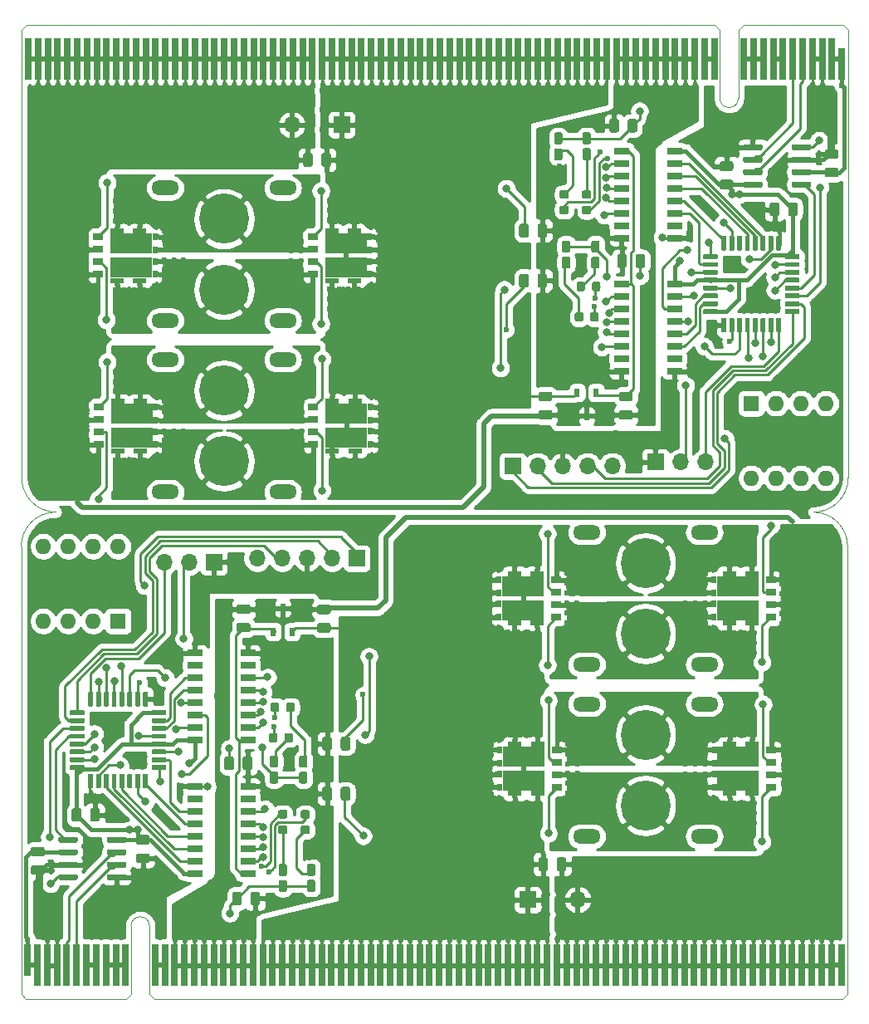
<source format=gbl>
G04 #@! TF.GenerationSoftware,KiCad,Pcbnew,(5.1.5)-3*
G04 #@! TF.CreationDate,2020-02-01T14:08:17+09:00*
G04 #@! TF.ProjectId,CAN_Dual_MDexpress,43414e5f-4475-4616-9c5f-4d4465787072,rev?*
G04 #@! TF.SameCoordinates,Original*
G04 #@! TF.FileFunction,Copper,L2,Bot*
G04 #@! TF.FilePolarity,Positive*
%FSLAX46Y46*%
G04 Gerber Fmt 4.6, Leading zero omitted, Abs format (unit mm)*
G04 Created by KiCad (PCBNEW (5.1.5)-3) date 2020-02-01 14:08:17*
%MOMM*%
%LPD*%
G04 APERTURE LIST*
%ADD10C,0.100000*%
%ADD11R,0.600000X0.850000*%
%ADD12O,2.800000X1.500000*%
%ADD13C,5.100000*%
%ADD14R,4.280000X2.080000*%
%ADD15R,1.400000X0.495000*%
%ADD16R,0.560000X0.750000*%
%ADD17R,1.000000X0.750000*%
%ADD18R,1.700000X1.700000*%
%ADD19O,1.700000X1.700000*%
%ADD20R,0.700000X4.300000*%
%ADD21R,0.700000X3.200000*%
%ADD22R,1.600000X1.600000*%
%ADD23O,1.600000X1.600000*%
%ADD24R,1.500000X0.650000*%
%ADD25C,0.600000*%
%ADD26C,0.800000*%
%ADD27C,0.400000*%
%ADD28C,0.250000*%
%ADD29C,0.500000*%
%ADD30C,0.254000*%
%ADD31C,0.300000*%
%ADD32C,0.350000*%
%ADD33O,2.200000X1.000000*%
G04 APERTURE END LIST*
D10*
X199680000Y-86500000D02*
G75*
G02X196180000Y-90000000I-3500000J0D01*
G01*
X115380000Y-86500000D02*
X115380000Y-48750000D01*
X199680000Y-86500000D02*
X199680000Y-48750000D01*
X118880000Y-90000000D02*
G75*
G02X115380000Y-86500000I0J3500000D01*
G01*
X199620000Y-93500000D02*
X199620000Y-131250000D01*
X115320000Y-93500000D02*
X115320000Y-131250000D01*
X196120000Y-90000000D02*
G75*
G02X199620000Y-93500000I0J-3500000D01*
G01*
X115320000Y-93500000D02*
G75*
G02X118820000Y-90000000I3500000J0D01*
G01*
X188480000Y-47800000D02*
G75*
G02X186580000Y-47800000I-950000J0D01*
G01*
X115380000Y-40850000D02*
X115880000Y-40350000D01*
X186580000Y-40850000D02*
X186080000Y-40350000D01*
X188480000Y-40850000D02*
X188980000Y-40350000D01*
X199680000Y-40850000D02*
X199180000Y-40350000D01*
X186080000Y-40350000D02*
X115880000Y-40350000D01*
X115380000Y-48750000D02*
X115380000Y-40850000D01*
X199180000Y-40350000D02*
X188980000Y-40350000D01*
X199680000Y-48750000D02*
X199680000Y-40850000D01*
X186580000Y-47800000D02*
X186580000Y-40850000D01*
X188480000Y-47800000D02*
X188480000Y-40850000D01*
X126520000Y-132200000D02*
X126520000Y-139150000D01*
X128420000Y-132200000D02*
X128420000Y-139150000D01*
X115320000Y-131250000D02*
X115320000Y-139150000D01*
X115820000Y-139650000D02*
X126020000Y-139650000D01*
X199620000Y-131250000D02*
X199620000Y-139150000D01*
X128920000Y-139650000D02*
X199120000Y-139650000D01*
X115320000Y-139150000D02*
X115820000Y-139650000D01*
X126520000Y-139150000D02*
X126020000Y-139650000D01*
X128420000Y-139150000D02*
X128920000Y-139650000D01*
X199620000Y-139150000D02*
X199120000Y-139650000D01*
X126520000Y-132200000D02*
G75*
G02X128420000Y-132200000I950000J0D01*
G01*
G04 #@! TA.AperFunction,SMDPad,CuDef*
G36*
X169280142Y-77713674D02*
G01*
X169303803Y-77717184D01*
X169327007Y-77722996D01*
X169349529Y-77731054D01*
X169371153Y-77741282D01*
X169391670Y-77753579D01*
X169410883Y-77767829D01*
X169428607Y-77783893D01*
X169444671Y-77801617D01*
X169458921Y-77820830D01*
X169471218Y-77841347D01*
X169481446Y-77862971D01*
X169489504Y-77885493D01*
X169495316Y-77908697D01*
X169498826Y-77932358D01*
X169500000Y-77956250D01*
X169500000Y-78443750D01*
X169498826Y-78467642D01*
X169495316Y-78491303D01*
X169489504Y-78514507D01*
X169481446Y-78537029D01*
X169471218Y-78558653D01*
X169458921Y-78579170D01*
X169444671Y-78598383D01*
X169428607Y-78616107D01*
X169410883Y-78632171D01*
X169391670Y-78646421D01*
X169371153Y-78658718D01*
X169349529Y-78668946D01*
X169327007Y-78677004D01*
X169303803Y-78682816D01*
X169280142Y-78686326D01*
X169256250Y-78687500D01*
X168343750Y-78687500D01*
X168319858Y-78686326D01*
X168296197Y-78682816D01*
X168272993Y-78677004D01*
X168250471Y-78668946D01*
X168228847Y-78658718D01*
X168208330Y-78646421D01*
X168189117Y-78632171D01*
X168171393Y-78616107D01*
X168155329Y-78598383D01*
X168141079Y-78579170D01*
X168128782Y-78558653D01*
X168118554Y-78537029D01*
X168110496Y-78514507D01*
X168104684Y-78491303D01*
X168101174Y-78467642D01*
X168100000Y-78443750D01*
X168100000Y-77956250D01*
X168101174Y-77932358D01*
X168104684Y-77908697D01*
X168110496Y-77885493D01*
X168118554Y-77862971D01*
X168128782Y-77841347D01*
X168141079Y-77820830D01*
X168155329Y-77801617D01*
X168171393Y-77783893D01*
X168189117Y-77767829D01*
X168208330Y-77753579D01*
X168228847Y-77741282D01*
X168250471Y-77731054D01*
X168272993Y-77722996D01*
X168296197Y-77717184D01*
X168319858Y-77713674D01*
X168343750Y-77712500D01*
X169256250Y-77712500D01*
X169280142Y-77713674D01*
G37*
G04 #@! TD.AperFunction*
G04 #@! TA.AperFunction,SMDPad,CuDef*
G36*
X169280142Y-79588674D02*
G01*
X169303803Y-79592184D01*
X169327007Y-79597996D01*
X169349529Y-79606054D01*
X169371153Y-79616282D01*
X169391670Y-79628579D01*
X169410883Y-79642829D01*
X169428607Y-79658893D01*
X169444671Y-79676617D01*
X169458921Y-79695830D01*
X169471218Y-79716347D01*
X169481446Y-79737971D01*
X169489504Y-79760493D01*
X169495316Y-79783697D01*
X169498826Y-79807358D01*
X169500000Y-79831250D01*
X169500000Y-80318750D01*
X169498826Y-80342642D01*
X169495316Y-80366303D01*
X169489504Y-80389507D01*
X169481446Y-80412029D01*
X169471218Y-80433653D01*
X169458921Y-80454170D01*
X169444671Y-80473383D01*
X169428607Y-80491107D01*
X169410883Y-80507171D01*
X169391670Y-80521421D01*
X169371153Y-80533718D01*
X169349529Y-80543946D01*
X169327007Y-80552004D01*
X169303803Y-80557816D01*
X169280142Y-80561326D01*
X169256250Y-80562500D01*
X168343750Y-80562500D01*
X168319858Y-80561326D01*
X168296197Y-80557816D01*
X168272993Y-80552004D01*
X168250471Y-80543946D01*
X168228847Y-80533718D01*
X168208330Y-80521421D01*
X168189117Y-80507171D01*
X168171393Y-80491107D01*
X168155329Y-80473383D01*
X168141079Y-80454170D01*
X168128782Y-80433653D01*
X168118554Y-80412029D01*
X168110496Y-80389507D01*
X168104684Y-80366303D01*
X168101174Y-80342642D01*
X168100000Y-80318750D01*
X168100000Y-79831250D01*
X168101174Y-79807358D01*
X168104684Y-79783697D01*
X168110496Y-79760493D01*
X168118554Y-79737971D01*
X168128782Y-79716347D01*
X168141079Y-79695830D01*
X168155329Y-79676617D01*
X168171393Y-79658893D01*
X168189117Y-79642829D01*
X168208330Y-79628579D01*
X168228847Y-79616282D01*
X168250471Y-79606054D01*
X168272993Y-79597996D01*
X168296197Y-79592184D01*
X168319858Y-79588674D01*
X168343750Y-79587500D01*
X169256250Y-79587500D01*
X169280142Y-79588674D01*
G37*
G04 #@! TD.AperFunction*
D11*
X172040000Y-77800000D03*
X173960000Y-77800000D03*
X173000000Y-80200000D03*
D12*
X130000000Y-87950000D03*
X130000000Y-74450000D03*
X142000000Y-87950000D03*
X142000000Y-74450000D03*
D13*
X136000000Y-84800000D03*
X136000000Y-77600000D03*
D14*
X126550000Y-65090000D03*
X126550000Y-62610000D03*
D15*
X127410000Y-61323000D03*
X125110000Y-61323000D03*
X125110000Y-66377000D03*
X127410000Y-66377000D03*
D16*
X128970000Y-65755000D03*
X128970000Y-64425000D03*
X128970000Y-63275000D03*
X128970000Y-61945000D03*
D17*
X123161000Y-61945000D03*
X123161000Y-63215000D03*
X123161000Y-64485000D03*
X123161000Y-65755000D03*
X145108000Y-83105000D03*
X145108000Y-81835000D03*
X145108000Y-80565000D03*
X145108000Y-79295000D03*
D16*
X150917000Y-79295000D03*
X150917000Y-80625000D03*
X150917000Y-81775000D03*
X150917000Y-83105000D03*
D15*
X149357000Y-83727000D03*
X147057000Y-83727000D03*
X147057000Y-78673000D03*
X149357000Y-78673000D03*
D14*
X148497000Y-79960000D03*
X148497000Y-82440000D03*
G04 #@! TA.AperFunction,SMDPad,CuDef*
D10*
G36*
X177480142Y-79613674D02*
G01*
X177503803Y-79617184D01*
X177527007Y-79622996D01*
X177549529Y-79631054D01*
X177571153Y-79641282D01*
X177591670Y-79653579D01*
X177610883Y-79667829D01*
X177628607Y-79683893D01*
X177644671Y-79701617D01*
X177658921Y-79720830D01*
X177671218Y-79741347D01*
X177681446Y-79762971D01*
X177689504Y-79785493D01*
X177695316Y-79808697D01*
X177698826Y-79832358D01*
X177700000Y-79856250D01*
X177700000Y-80343750D01*
X177698826Y-80367642D01*
X177695316Y-80391303D01*
X177689504Y-80414507D01*
X177681446Y-80437029D01*
X177671218Y-80458653D01*
X177658921Y-80479170D01*
X177644671Y-80498383D01*
X177628607Y-80516107D01*
X177610883Y-80532171D01*
X177591670Y-80546421D01*
X177571153Y-80558718D01*
X177549529Y-80568946D01*
X177527007Y-80577004D01*
X177503803Y-80582816D01*
X177480142Y-80586326D01*
X177456250Y-80587500D01*
X176543750Y-80587500D01*
X176519858Y-80586326D01*
X176496197Y-80582816D01*
X176472993Y-80577004D01*
X176450471Y-80568946D01*
X176428847Y-80558718D01*
X176408330Y-80546421D01*
X176389117Y-80532171D01*
X176371393Y-80516107D01*
X176355329Y-80498383D01*
X176341079Y-80479170D01*
X176328782Y-80458653D01*
X176318554Y-80437029D01*
X176310496Y-80414507D01*
X176304684Y-80391303D01*
X176301174Y-80367642D01*
X176300000Y-80343750D01*
X176300000Y-79856250D01*
X176301174Y-79832358D01*
X176304684Y-79808697D01*
X176310496Y-79785493D01*
X176318554Y-79762971D01*
X176328782Y-79741347D01*
X176341079Y-79720830D01*
X176355329Y-79701617D01*
X176371393Y-79683893D01*
X176389117Y-79667829D01*
X176408330Y-79653579D01*
X176428847Y-79641282D01*
X176450471Y-79631054D01*
X176472993Y-79622996D01*
X176496197Y-79617184D01*
X176519858Y-79613674D01*
X176543750Y-79612500D01*
X177456250Y-79612500D01*
X177480142Y-79613674D01*
G37*
G04 #@! TD.AperFunction*
G04 #@! TA.AperFunction,SMDPad,CuDef*
G36*
X177480142Y-77738674D02*
G01*
X177503803Y-77742184D01*
X177527007Y-77747996D01*
X177549529Y-77756054D01*
X177571153Y-77766282D01*
X177591670Y-77778579D01*
X177610883Y-77792829D01*
X177628607Y-77808893D01*
X177644671Y-77826617D01*
X177658921Y-77845830D01*
X177671218Y-77866347D01*
X177681446Y-77887971D01*
X177689504Y-77910493D01*
X177695316Y-77933697D01*
X177698826Y-77957358D01*
X177700000Y-77981250D01*
X177700000Y-78468750D01*
X177698826Y-78492642D01*
X177695316Y-78516303D01*
X177689504Y-78539507D01*
X177681446Y-78562029D01*
X177671218Y-78583653D01*
X177658921Y-78604170D01*
X177644671Y-78623383D01*
X177628607Y-78641107D01*
X177610883Y-78657171D01*
X177591670Y-78671421D01*
X177571153Y-78683718D01*
X177549529Y-78693946D01*
X177527007Y-78702004D01*
X177503803Y-78707816D01*
X177480142Y-78711326D01*
X177456250Y-78712500D01*
X176543750Y-78712500D01*
X176519858Y-78711326D01*
X176496197Y-78707816D01*
X176472993Y-78702004D01*
X176450471Y-78693946D01*
X176428847Y-78683718D01*
X176408330Y-78671421D01*
X176389117Y-78657171D01*
X176371393Y-78641107D01*
X176355329Y-78623383D01*
X176341079Y-78604170D01*
X176328782Y-78583653D01*
X176318554Y-78562029D01*
X176310496Y-78539507D01*
X176304684Y-78516303D01*
X176301174Y-78492642D01*
X176300000Y-78468750D01*
X176300000Y-77981250D01*
X176301174Y-77957358D01*
X176304684Y-77933697D01*
X176310496Y-77910493D01*
X176318554Y-77887971D01*
X176328782Y-77866347D01*
X176341079Y-77845830D01*
X176355329Y-77826617D01*
X176371393Y-77808893D01*
X176389117Y-77792829D01*
X176408330Y-77778579D01*
X176428847Y-77766282D01*
X176450471Y-77756054D01*
X176472993Y-77747996D01*
X176496197Y-77742184D01*
X176519858Y-77738674D01*
X176543750Y-77737500D01*
X177456250Y-77737500D01*
X177480142Y-77738674D01*
G37*
G04 #@! TD.AperFunction*
D18*
X165450000Y-85300000D03*
D19*
X167990000Y-85300000D03*
X170530000Y-85300000D03*
X173070000Y-85300000D03*
X175610000Y-85300000D03*
G04 #@! TA.AperFunction,SMDPad,CuDef*
D10*
G36*
X170333329Y-52913523D02*
G01*
X170353957Y-52916583D01*
X170374185Y-52921650D01*
X170393820Y-52928676D01*
X170412672Y-52937592D01*
X170430559Y-52948313D01*
X170447309Y-52960735D01*
X170462760Y-52974740D01*
X170476765Y-52990191D01*
X170489187Y-53006941D01*
X170499908Y-53024828D01*
X170508824Y-53043680D01*
X170515850Y-53063315D01*
X170520917Y-53083543D01*
X170523977Y-53104171D01*
X170525000Y-53125000D01*
X170525000Y-53925000D01*
X170523977Y-53945829D01*
X170520917Y-53966457D01*
X170515850Y-53986685D01*
X170508824Y-54006320D01*
X170499908Y-54025172D01*
X170489187Y-54043059D01*
X170476765Y-54059809D01*
X170462760Y-54075260D01*
X170447309Y-54089265D01*
X170430559Y-54101687D01*
X170412672Y-54112408D01*
X170393820Y-54121324D01*
X170374185Y-54128350D01*
X170353957Y-54133417D01*
X170333329Y-54136477D01*
X170312500Y-54137500D01*
X169887500Y-54137500D01*
X169866671Y-54136477D01*
X169846043Y-54133417D01*
X169825815Y-54128350D01*
X169806180Y-54121324D01*
X169787328Y-54112408D01*
X169769441Y-54101687D01*
X169752691Y-54089265D01*
X169737240Y-54075260D01*
X169723235Y-54059809D01*
X169710813Y-54043059D01*
X169700092Y-54025172D01*
X169691176Y-54006320D01*
X169684150Y-53986685D01*
X169679083Y-53966457D01*
X169676023Y-53945829D01*
X169675000Y-53925000D01*
X169675000Y-53125000D01*
X169676023Y-53104171D01*
X169679083Y-53083543D01*
X169684150Y-53063315D01*
X169691176Y-53043680D01*
X169700092Y-53024828D01*
X169710813Y-53006941D01*
X169723235Y-52990191D01*
X169737240Y-52974740D01*
X169752691Y-52960735D01*
X169769441Y-52948313D01*
X169787328Y-52937592D01*
X169806180Y-52928676D01*
X169825815Y-52921650D01*
X169846043Y-52916583D01*
X169866671Y-52913523D01*
X169887500Y-52912500D01*
X170312500Y-52912500D01*
X170333329Y-52913523D01*
G37*
G04 #@! TD.AperFunction*
G04 #@! TA.AperFunction,SMDPad,CuDef*
G36*
X170333329Y-51288523D02*
G01*
X170353957Y-51291583D01*
X170374185Y-51296650D01*
X170393820Y-51303676D01*
X170412672Y-51312592D01*
X170430559Y-51323313D01*
X170447309Y-51335735D01*
X170462760Y-51349740D01*
X170476765Y-51365191D01*
X170489187Y-51381941D01*
X170499908Y-51399828D01*
X170508824Y-51418680D01*
X170515850Y-51438315D01*
X170520917Y-51458543D01*
X170523977Y-51479171D01*
X170525000Y-51500000D01*
X170525000Y-52300000D01*
X170523977Y-52320829D01*
X170520917Y-52341457D01*
X170515850Y-52361685D01*
X170508824Y-52381320D01*
X170499908Y-52400172D01*
X170489187Y-52418059D01*
X170476765Y-52434809D01*
X170462760Y-52450260D01*
X170447309Y-52464265D01*
X170430559Y-52476687D01*
X170412672Y-52487408D01*
X170393820Y-52496324D01*
X170374185Y-52503350D01*
X170353957Y-52508417D01*
X170333329Y-52511477D01*
X170312500Y-52512500D01*
X169887500Y-52512500D01*
X169866671Y-52511477D01*
X169846043Y-52508417D01*
X169825815Y-52503350D01*
X169806180Y-52496324D01*
X169787328Y-52487408D01*
X169769441Y-52476687D01*
X169752691Y-52464265D01*
X169737240Y-52450260D01*
X169723235Y-52434809D01*
X169710813Y-52418059D01*
X169700092Y-52400172D01*
X169691176Y-52381320D01*
X169684150Y-52361685D01*
X169679083Y-52341457D01*
X169676023Y-52320829D01*
X169675000Y-52300000D01*
X169675000Y-51500000D01*
X169676023Y-51479171D01*
X169679083Y-51458543D01*
X169684150Y-51438315D01*
X169691176Y-51418680D01*
X169700092Y-51399828D01*
X169710813Y-51381941D01*
X169723235Y-51365191D01*
X169737240Y-51349740D01*
X169752691Y-51335735D01*
X169769441Y-51323313D01*
X169787328Y-51312592D01*
X169806180Y-51303676D01*
X169825815Y-51296650D01*
X169846043Y-51291583D01*
X169866671Y-51288523D01*
X169887500Y-51287500D01*
X170312500Y-51287500D01*
X170333329Y-51288523D01*
G37*
G04 #@! TD.AperFunction*
D17*
X123211000Y-83115000D03*
X123211000Y-81845000D03*
X123211000Y-80575000D03*
X123211000Y-79305000D03*
D16*
X129020000Y-79305000D03*
X129020000Y-80635000D03*
X129020000Y-81785000D03*
X129020000Y-83115000D03*
D15*
X127460000Y-83737000D03*
X125160000Y-83737000D03*
X125160000Y-78683000D03*
X127460000Y-78683000D03*
D14*
X126600000Y-79970000D03*
X126600000Y-82450000D03*
D17*
X145058000Y-65755000D03*
X145058000Y-64485000D03*
X145058000Y-63215000D03*
X145058000Y-61945000D03*
D16*
X150867000Y-61945000D03*
X150867000Y-63275000D03*
X150867000Y-64425000D03*
X150867000Y-65755000D03*
D15*
X149307000Y-66377000D03*
X147007000Y-66377000D03*
X147007000Y-61323000D03*
X149307000Y-61323000D03*
D14*
X148447000Y-62610000D03*
X148447000Y-65090000D03*
D18*
X148000000Y-50500000D03*
D19*
X142920000Y-50500000D03*
G04 #@! TA.AperFunction,SMDPad,CuDef*
D10*
G36*
X173233329Y-52901023D02*
G01*
X173253957Y-52904083D01*
X173274185Y-52909150D01*
X173293820Y-52916176D01*
X173312672Y-52925092D01*
X173330559Y-52935813D01*
X173347309Y-52948235D01*
X173362760Y-52962240D01*
X173376765Y-52977691D01*
X173389187Y-52994441D01*
X173399908Y-53012328D01*
X173408824Y-53031180D01*
X173415850Y-53050815D01*
X173420917Y-53071043D01*
X173423977Y-53091671D01*
X173425000Y-53112500D01*
X173425000Y-53912500D01*
X173423977Y-53933329D01*
X173420917Y-53953957D01*
X173415850Y-53974185D01*
X173408824Y-53993820D01*
X173399908Y-54012672D01*
X173389187Y-54030559D01*
X173376765Y-54047309D01*
X173362760Y-54062760D01*
X173347309Y-54076765D01*
X173330559Y-54089187D01*
X173312672Y-54099908D01*
X173293820Y-54108824D01*
X173274185Y-54115850D01*
X173253957Y-54120917D01*
X173233329Y-54123977D01*
X173212500Y-54125000D01*
X172787500Y-54125000D01*
X172766671Y-54123977D01*
X172746043Y-54120917D01*
X172725815Y-54115850D01*
X172706180Y-54108824D01*
X172687328Y-54099908D01*
X172669441Y-54089187D01*
X172652691Y-54076765D01*
X172637240Y-54062760D01*
X172623235Y-54047309D01*
X172610813Y-54030559D01*
X172600092Y-54012672D01*
X172591176Y-53993820D01*
X172584150Y-53974185D01*
X172579083Y-53953957D01*
X172576023Y-53933329D01*
X172575000Y-53912500D01*
X172575000Y-53112500D01*
X172576023Y-53091671D01*
X172579083Y-53071043D01*
X172584150Y-53050815D01*
X172591176Y-53031180D01*
X172600092Y-53012328D01*
X172610813Y-52994441D01*
X172623235Y-52977691D01*
X172637240Y-52962240D01*
X172652691Y-52948235D01*
X172669441Y-52935813D01*
X172687328Y-52925092D01*
X172706180Y-52916176D01*
X172725815Y-52909150D01*
X172746043Y-52904083D01*
X172766671Y-52901023D01*
X172787500Y-52900000D01*
X173212500Y-52900000D01*
X173233329Y-52901023D01*
G37*
G04 #@! TD.AperFunction*
G04 #@! TA.AperFunction,SMDPad,CuDef*
G36*
X173233329Y-51276023D02*
G01*
X173253957Y-51279083D01*
X173274185Y-51284150D01*
X173293820Y-51291176D01*
X173312672Y-51300092D01*
X173330559Y-51310813D01*
X173347309Y-51323235D01*
X173362760Y-51337240D01*
X173376765Y-51352691D01*
X173389187Y-51369441D01*
X173399908Y-51387328D01*
X173408824Y-51406180D01*
X173415850Y-51425815D01*
X173420917Y-51446043D01*
X173423977Y-51466671D01*
X173425000Y-51487500D01*
X173425000Y-52287500D01*
X173423977Y-52308329D01*
X173420917Y-52328957D01*
X173415850Y-52349185D01*
X173408824Y-52368820D01*
X173399908Y-52387672D01*
X173389187Y-52405559D01*
X173376765Y-52422309D01*
X173362760Y-52437760D01*
X173347309Y-52451765D01*
X173330559Y-52464187D01*
X173312672Y-52474908D01*
X173293820Y-52483824D01*
X173274185Y-52490850D01*
X173253957Y-52495917D01*
X173233329Y-52498977D01*
X173212500Y-52500000D01*
X172787500Y-52500000D01*
X172766671Y-52498977D01*
X172746043Y-52495917D01*
X172725815Y-52490850D01*
X172706180Y-52483824D01*
X172687328Y-52474908D01*
X172669441Y-52464187D01*
X172652691Y-52451765D01*
X172637240Y-52437760D01*
X172623235Y-52422309D01*
X172610813Y-52405559D01*
X172600092Y-52387672D01*
X172591176Y-52368820D01*
X172584150Y-52349185D01*
X172579083Y-52328957D01*
X172576023Y-52308329D01*
X172575000Y-52287500D01*
X172575000Y-51487500D01*
X172576023Y-51466671D01*
X172579083Y-51446043D01*
X172584150Y-51425815D01*
X172591176Y-51406180D01*
X172600092Y-51387328D01*
X172610813Y-51369441D01*
X172623235Y-51352691D01*
X172637240Y-51337240D01*
X172652691Y-51323235D01*
X172669441Y-51310813D01*
X172687328Y-51300092D01*
X172706180Y-51291176D01*
X172725815Y-51284150D01*
X172746043Y-51279083D01*
X172766671Y-51276023D01*
X172787500Y-51275000D01*
X173212500Y-51275000D01*
X173233329Y-51276023D01*
G37*
G04 #@! TD.AperFunction*
G04 #@! TA.AperFunction,SMDPad,CuDef*
G36*
X171133329Y-63951023D02*
G01*
X171153957Y-63954083D01*
X171174185Y-63959150D01*
X171193820Y-63966176D01*
X171212672Y-63975092D01*
X171230559Y-63985813D01*
X171247309Y-63998235D01*
X171262760Y-64012240D01*
X171276765Y-64027691D01*
X171289187Y-64044441D01*
X171299908Y-64062328D01*
X171308824Y-64081180D01*
X171315850Y-64100815D01*
X171320917Y-64121043D01*
X171323977Y-64141671D01*
X171325000Y-64162500D01*
X171325000Y-64962500D01*
X171323977Y-64983329D01*
X171320917Y-65003957D01*
X171315850Y-65024185D01*
X171308824Y-65043820D01*
X171299908Y-65062672D01*
X171289187Y-65080559D01*
X171276765Y-65097309D01*
X171262760Y-65112760D01*
X171247309Y-65126765D01*
X171230559Y-65139187D01*
X171212672Y-65149908D01*
X171193820Y-65158824D01*
X171174185Y-65165850D01*
X171153957Y-65170917D01*
X171133329Y-65173977D01*
X171112500Y-65175000D01*
X170687500Y-65175000D01*
X170666671Y-65173977D01*
X170646043Y-65170917D01*
X170625815Y-65165850D01*
X170606180Y-65158824D01*
X170587328Y-65149908D01*
X170569441Y-65139187D01*
X170552691Y-65126765D01*
X170537240Y-65112760D01*
X170523235Y-65097309D01*
X170510813Y-65080559D01*
X170500092Y-65062672D01*
X170491176Y-65043820D01*
X170484150Y-65024185D01*
X170479083Y-65003957D01*
X170476023Y-64983329D01*
X170475000Y-64962500D01*
X170475000Y-64162500D01*
X170476023Y-64141671D01*
X170479083Y-64121043D01*
X170484150Y-64100815D01*
X170491176Y-64081180D01*
X170500092Y-64062328D01*
X170510813Y-64044441D01*
X170523235Y-64027691D01*
X170537240Y-64012240D01*
X170552691Y-63998235D01*
X170569441Y-63985813D01*
X170587328Y-63975092D01*
X170606180Y-63966176D01*
X170625815Y-63959150D01*
X170646043Y-63954083D01*
X170666671Y-63951023D01*
X170687500Y-63950000D01*
X171112500Y-63950000D01*
X171133329Y-63951023D01*
G37*
G04 #@! TD.AperFunction*
G04 #@! TA.AperFunction,SMDPad,CuDef*
G36*
X171133329Y-62326023D02*
G01*
X171153957Y-62329083D01*
X171174185Y-62334150D01*
X171193820Y-62341176D01*
X171212672Y-62350092D01*
X171230559Y-62360813D01*
X171247309Y-62373235D01*
X171262760Y-62387240D01*
X171276765Y-62402691D01*
X171289187Y-62419441D01*
X171299908Y-62437328D01*
X171308824Y-62456180D01*
X171315850Y-62475815D01*
X171320917Y-62496043D01*
X171323977Y-62516671D01*
X171325000Y-62537500D01*
X171325000Y-63337500D01*
X171323977Y-63358329D01*
X171320917Y-63378957D01*
X171315850Y-63399185D01*
X171308824Y-63418820D01*
X171299908Y-63437672D01*
X171289187Y-63455559D01*
X171276765Y-63472309D01*
X171262760Y-63487760D01*
X171247309Y-63501765D01*
X171230559Y-63514187D01*
X171212672Y-63524908D01*
X171193820Y-63533824D01*
X171174185Y-63540850D01*
X171153957Y-63545917D01*
X171133329Y-63548977D01*
X171112500Y-63550000D01*
X170687500Y-63550000D01*
X170666671Y-63548977D01*
X170646043Y-63545917D01*
X170625815Y-63540850D01*
X170606180Y-63533824D01*
X170587328Y-63524908D01*
X170569441Y-63514187D01*
X170552691Y-63501765D01*
X170537240Y-63487760D01*
X170523235Y-63472309D01*
X170510813Y-63455559D01*
X170500092Y-63437672D01*
X170491176Y-63418820D01*
X170484150Y-63399185D01*
X170479083Y-63378957D01*
X170476023Y-63358329D01*
X170475000Y-63337500D01*
X170475000Y-62537500D01*
X170476023Y-62516671D01*
X170479083Y-62496043D01*
X170484150Y-62475815D01*
X170491176Y-62456180D01*
X170500092Y-62437328D01*
X170510813Y-62419441D01*
X170523235Y-62402691D01*
X170537240Y-62387240D01*
X170552691Y-62373235D01*
X170569441Y-62360813D01*
X170587328Y-62350092D01*
X170606180Y-62341176D01*
X170625815Y-62334150D01*
X170646043Y-62329083D01*
X170666671Y-62326023D01*
X170687500Y-62325000D01*
X171112500Y-62325000D01*
X171133329Y-62326023D01*
G37*
G04 #@! TD.AperFunction*
G04 #@! TA.AperFunction,SMDPad,CuDef*
G36*
X146705142Y-53401174D02*
G01*
X146728803Y-53404684D01*
X146752007Y-53410496D01*
X146774529Y-53418554D01*
X146796153Y-53428782D01*
X146816670Y-53441079D01*
X146835883Y-53455329D01*
X146853607Y-53471393D01*
X146869671Y-53489117D01*
X146883921Y-53508330D01*
X146896218Y-53528847D01*
X146906446Y-53550471D01*
X146914504Y-53572993D01*
X146920316Y-53596197D01*
X146923826Y-53619858D01*
X146925000Y-53643750D01*
X146925000Y-54556250D01*
X146923826Y-54580142D01*
X146920316Y-54603803D01*
X146914504Y-54627007D01*
X146906446Y-54649529D01*
X146896218Y-54671153D01*
X146883921Y-54691670D01*
X146869671Y-54710883D01*
X146853607Y-54728607D01*
X146835883Y-54744671D01*
X146816670Y-54758921D01*
X146796153Y-54771218D01*
X146774529Y-54781446D01*
X146752007Y-54789504D01*
X146728803Y-54795316D01*
X146705142Y-54798826D01*
X146681250Y-54800000D01*
X146193750Y-54800000D01*
X146169858Y-54798826D01*
X146146197Y-54795316D01*
X146122993Y-54789504D01*
X146100471Y-54781446D01*
X146078847Y-54771218D01*
X146058330Y-54758921D01*
X146039117Y-54744671D01*
X146021393Y-54728607D01*
X146005329Y-54710883D01*
X145991079Y-54691670D01*
X145978782Y-54671153D01*
X145968554Y-54649529D01*
X145960496Y-54627007D01*
X145954684Y-54603803D01*
X145951174Y-54580142D01*
X145950000Y-54556250D01*
X145950000Y-53643750D01*
X145951174Y-53619858D01*
X145954684Y-53596197D01*
X145960496Y-53572993D01*
X145968554Y-53550471D01*
X145978782Y-53528847D01*
X145991079Y-53508330D01*
X146005329Y-53489117D01*
X146021393Y-53471393D01*
X146039117Y-53455329D01*
X146058330Y-53441079D01*
X146078847Y-53428782D01*
X146100471Y-53418554D01*
X146122993Y-53410496D01*
X146146197Y-53404684D01*
X146169858Y-53401174D01*
X146193750Y-53400000D01*
X146681250Y-53400000D01*
X146705142Y-53401174D01*
G37*
G04 #@! TD.AperFunction*
G04 #@! TA.AperFunction,SMDPad,CuDef*
G36*
X144830142Y-53401174D02*
G01*
X144853803Y-53404684D01*
X144877007Y-53410496D01*
X144899529Y-53418554D01*
X144921153Y-53428782D01*
X144941670Y-53441079D01*
X144960883Y-53455329D01*
X144978607Y-53471393D01*
X144994671Y-53489117D01*
X145008921Y-53508330D01*
X145021218Y-53528847D01*
X145031446Y-53550471D01*
X145039504Y-53572993D01*
X145045316Y-53596197D01*
X145048826Y-53619858D01*
X145050000Y-53643750D01*
X145050000Y-54556250D01*
X145048826Y-54580142D01*
X145045316Y-54603803D01*
X145039504Y-54627007D01*
X145031446Y-54649529D01*
X145021218Y-54671153D01*
X145008921Y-54691670D01*
X144994671Y-54710883D01*
X144978607Y-54728607D01*
X144960883Y-54744671D01*
X144941670Y-54758921D01*
X144921153Y-54771218D01*
X144899529Y-54781446D01*
X144877007Y-54789504D01*
X144853803Y-54795316D01*
X144830142Y-54798826D01*
X144806250Y-54800000D01*
X144318750Y-54800000D01*
X144294858Y-54798826D01*
X144271197Y-54795316D01*
X144247993Y-54789504D01*
X144225471Y-54781446D01*
X144203847Y-54771218D01*
X144183330Y-54758921D01*
X144164117Y-54744671D01*
X144146393Y-54728607D01*
X144130329Y-54710883D01*
X144116079Y-54691670D01*
X144103782Y-54671153D01*
X144093554Y-54649529D01*
X144085496Y-54627007D01*
X144079684Y-54603803D01*
X144076174Y-54580142D01*
X144075000Y-54556250D01*
X144075000Y-53643750D01*
X144076174Y-53619858D01*
X144079684Y-53596197D01*
X144085496Y-53572993D01*
X144093554Y-53550471D01*
X144103782Y-53528847D01*
X144116079Y-53508330D01*
X144130329Y-53489117D01*
X144146393Y-53471393D01*
X144164117Y-53455329D01*
X144183330Y-53441079D01*
X144203847Y-53428782D01*
X144225471Y-53418554D01*
X144247993Y-53410496D01*
X144271197Y-53404684D01*
X144294858Y-53401174D01*
X144318750Y-53400000D01*
X144806250Y-53400000D01*
X144830142Y-53401174D01*
G37*
G04 #@! TD.AperFunction*
D18*
X180020000Y-84900000D03*
D19*
X182560000Y-84900000D03*
X185100000Y-84900000D03*
G04 #@! TA.AperFunction,SMDPad,CuDef*
D10*
G36*
X170977691Y-57176053D02*
G01*
X170998926Y-57179203D01*
X171019750Y-57184419D01*
X171039962Y-57191651D01*
X171059368Y-57200830D01*
X171077781Y-57211866D01*
X171095024Y-57224654D01*
X171110930Y-57239070D01*
X171125346Y-57254976D01*
X171138134Y-57272219D01*
X171149170Y-57290632D01*
X171158349Y-57310038D01*
X171165581Y-57330250D01*
X171170797Y-57351074D01*
X171173947Y-57372309D01*
X171175000Y-57393750D01*
X171175000Y-57831250D01*
X171173947Y-57852691D01*
X171170797Y-57873926D01*
X171165581Y-57894750D01*
X171158349Y-57914962D01*
X171149170Y-57934368D01*
X171138134Y-57952781D01*
X171125346Y-57970024D01*
X171110930Y-57985930D01*
X171095024Y-58000346D01*
X171077781Y-58013134D01*
X171059368Y-58024170D01*
X171039962Y-58033349D01*
X171019750Y-58040581D01*
X170998926Y-58045797D01*
X170977691Y-58048947D01*
X170956250Y-58050000D01*
X170443750Y-58050000D01*
X170422309Y-58048947D01*
X170401074Y-58045797D01*
X170380250Y-58040581D01*
X170360038Y-58033349D01*
X170340632Y-58024170D01*
X170322219Y-58013134D01*
X170304976Y-58000346D01*
X170289070Y-57985930D01*
X170274654Y-57970024D01*
X170261866Y-57952781D01*
X170250830Y-57934368D01*
X170241651Y-57914962D01*
X170234419Y-57894750D01*
X170229203Y-57873926D01*
X170226053Y-57852691D01*
X170225000Y-57831250D01*
X170225000Y-57393750D01*
X170226053Y-57372309D01*
X170229203Y-57351074D01*
X170234419Y-57330250D01*
X170241651Y-57310038D01*
X170250830Y-57290632D01*
X170261866Y-57272219D01*
X170274654Y-57254976D01*
X170289070Y-57239070D01*
X170304976Y-57224654D01*
X170322219Y-57211866D01*
X170340632Y-57200830D01*
X170360038Y-57191651D01*
X170380250Y-57184419D01*
X170401074Y-57179203D01*
X170422309Y-57176053D01*
X170443750Y-57175000D01*
X170956250Y-57175000D01*
X170977691Y-57176053D01*
G37*
G04 #@! TD.AperFunction*
G04 #@! TA.AperFunction,SMDPad,CuDef*
G36*
X170977691Y-58751053D02*
G01*
X170998926Y-58754203D01*
X171019750Y-58759419D01*
X171039962Y-58766651D01*
X171059368Y-58775830D01*
X171077781Y-58786866D01*
X171095024Y-58799654D01*
X171110930Y-58814070D01*
X171125346Y-58829976D01*
X171138134Y-58847219D01*
X171149170Y-58865632D01*
X171158349Y-58885038D01*
X171165581Y-58905250D01*
X171170797Y-58926074D01*
X171173947Y-58947309D01*
X171175000Y-58968750D01*
X171175000Y-59406250D01*
X171173947Y-59427691D01*
X171170797Y-59448926D01*
X171165581Y-59469750D01*
X171158349Y-59489962D01*
X171149170Y-59509368D01*
X171138134Y-59527781D01*
X171125346Y-59545024D01*
X171110930Y-59560930D01*
X171095024Y-59575346D01*
X171077781Y-59588134D01*
X171059368Y-59599170D01*
X171039962Y-59608349D01*
X171019750Y-59615581D01*
X170998926Y-59620797D01*
X170977691Y-59623947D01*
X170956250Y-59625000D01*
X170443750Y-59625000D01*
X170422309Y-59623947D01*
X170401074Y-59620797D01*
X170380250Y-59615581D01*
X170360038Y-59608349D01*
X170340632Y-59599170D01*
X170322219Y-59588134D01*
X170304976Y-59575346D01*
X170289070Y-59560930D01*
X170274654Y-59545024D01*
X170261866Y-59527781D01*
X170250830Y-59509368D01*
X170241651Y-59489962D01*
X170234419Y-59469750D01*
X170229203Y-59448926D01*
X170226053Y-59427691D01*
X170225000Y-59406250D01*
X170225000Y-58968750D01*
X170226053Y-58947309D01*
X170229203Y-58926074D01*
X170234419Y-58905250D01*
X170241651Y-58885038D01*
X170250830Y-58865632D01*
X170261866Y-58847219D01*
X170274654Y-58829976D01*
X170289070Y-58814070D01*
X170304976Y-58799654D01*
X170322219Y-58786866D01*
X170340632Y-58775830D01*
X170360038Y-58766651D01*
X170380250Y-58759419D01*
X170401074Y-58754203D01*
X170422309Y-58751053D01*
X170443750Y-58750000D01*
X170956250Y-58750000D01*
X170977691Y-58751053D01*
G37*
G04 #@! TD.AperFunction*
G04 #@! TA.AperFunction,SMDPad,CuDef*
G36*
X174040191Y-69626053D02*
G01*
X174061426Y-69629203D01*
X174082250Y-69634419D01*
X174102462Y-69641651D01*
X174121868Y-69650830D01*
X174140281Y-69661866D01*
X174157524Y-69674654D01*
X174173430Y-69689070D01*
X174187846Y-69704976D01*
X174200634Y-69722219D01*
X174211670Y-69740632D01*
X174220849Y-69760038D01*
X174228081Y-69780250D01*
X174233297Y-69801074D01*
X174236447Y-69822309D01*
X174237500Y-69843750D01*
X174237500Y-70356250D01*
X174236447Y-70377691D01*
X174233297Y-70398926D01*
X174228081Y-70419750D01*
X174220849Y-70439962D01*
X174211670Y-70459368D01*
X174200634Y-70477781D01*
X174187846Y-70495024D01*
X174173430Y-70510930D01*
X174157524Y-70525346D01*
X174140281Y-70538134D01*
X174121868Y-70549170D01*
X174102462Y-70558349D01*
X174082250Y-70565581D01*
X174061426Y-70570797D01*
X174040191Y-70573947D01*
X174018750Y-70575000D01*
X173581250Y-70575000D01*
X173559809Y-70573947D01*
X173538574Y-70570797D01*
X173517750Y-70565581D01*
X173497538Y-70558349D01*
X173478132Y-70549170D01*
X173459719Y-70538134D01*
X173442476Y-70525346D01*
X173426570Y-70510930D01*
X173412154Y-70495024D01*
X173399366Y-70477781D01*
X173388330Y-70459368D01*
X173379151Y-70439962D01*
X173371919Y-70419750D01*
X173366703Y-70398926D01*
X173363553Y-70377691D01*
X173362500Y-70356250D01*
X173362500Y-69843750D01*
X173363553Y-69822309D01*
X173366703Y-69801074D01*
X173371919Y-69780250D01*
X173379151Y-69760038D01*
X173388330Y-69740632D01*
X173399366Y-69722219D01*
X173412154Y-69704976D01*
X173426570Y-69689070D01*
X173442476Y-69674654D01*
X173459719Y-69661866D01*
X173478132Y-69650830D01*
X173497538Y-69641651D01*
X173517750Y-69634419D01*
X173538574Y-69629203D01*
X173559809Y-69626053D01*
X173581250Y-69625000D01*
X174018750Y-69625000D01*
X174040191Y-69626053D01*
G37*
G04 #@! TD.AperFunction*
G04 #@! TA.AperFunction,SMDPad,CuDef*
G36*
X172465191Y-69626053D02*
G01*
X172486426Y-69629203D01*
X172507250Y-69634419D01*
X172527462Y-69641651D01*
X172546868Y-69650830D01*
X172565281Y-69661866D01*
X172582524Y-69674654D01*
X172598430Y-69689070D01*
X172612846Y-69704976D01*
X172625634Y-69722219D01*
X172636670Y-69740632D01*
X172645849Y-69760038D01*
X172653081Y-69780250D01*
X172658297Y-69801074D01*
X172661447Y-69822309D01*
X172662500Y-69843750D01*
X172662500Y-70356250D01*
X172661447Y-70377691D01*
X172658297Y-70398926D01*
X172653081Y-70419750D01*
X172645849Y-70439962D01*
X172636670Y-70459368D01*
X172625634Y-70477781D01*
X172612846Y-70495024D01*
X172598430Y-70510930D01*
X172582524Y-70525346D01*
X172565281Y-70538134D01*
X172546868Y-70549170D01*
X172527462Y-70558349D01*
X172507250Y-70565581D01*
X172486426Y-70570797D01*
X172465191Y-70573947D01*
X172443750Y-70575000D01*
X172006250Y-70575000D01*
X171984809Y-70573947D01*
X171963574Y-70570797D01*
X171942750Y-70565581D01*
X171922538Y-70558349D01*
X171903132Y-70549170D01*
X171884719Y-70538134D01*
X171867476Y-70525346D01*
X171851570Y-70510930D01*
X171837154Y-70495024D01*
X171824366Y-70477781D01*
X171813330Y-70459368D01*
X171804151Y-70439962D01*
X171796919Y-70419750D01*
X171791703Y-70398926D01*
X171788553Y-70377691D01*
X171787500Y-70356250D01*
X171787500Y-69843750D01*
X171788553Y-69822309D01*
X171791703Y-69801074D01*
X171796919Y-69780250D01*
X171804151Y-69760038D01*
X171813330Y-69740632D01*
X171824366Y-69722219D01*
X171837154Y-69704976D01*
X171851570Y-69689070D01*
X171867476Y-69674654D01*
X171884719Y-69661866D01*
X171903132Y-69650830D01*
X171922538Y-69641651D01*
X171942750Y-69634419D01*
X171963574Y-69629203D01*
X171984809Y-69626053D01*
X172006250Y-69625000D01*
X172443750Y-69625000D01*
X172465191Y-69626053D01*
G37*
G04 #@! TD.AperFunction*
D20*
X116030000Y-43800000D03*
X117030000Y-43800000D03*
X118030000Y-43800000D03*
X119030000Y-43800000D03*
X120030000Y-43800000D03*
X121030000Y-43800000D03*
X122030000Y-43800000D03*
X123030000Y-43800000D03*
X124030000Y-43800000D03*
X125030000Y-43800000D03*
X126030000Y-43800000D03*
X127030000Y-43800000D03*
X128030000Y-43800000D03*
X129030000Y-43800000D03*
X130030000Y-43800000D03*
X131030000Y-43800000D03*
X132030000Y-43800000D03*
X133030000Y-43800000D03*
X134030000Y-43800000D03*
X135030000Y-43800000D03*
X136030000Y-43800000D03*
X137030000Y-43800000D03*
X138030000Y-43800000D03*
X139030000Y-43800000D03*
X140030000Y-43800000D03*
X141030000Y-43800000D03*
X142030000Y-43800000D03*
X143030000Y-43800000D03*
X144030000Y-43800000D03*
X145030000Y-43800000D03*
X146030000Y-43800000D03*
X147030000Y-43800000D03*
X148030000Y-43800000D03*
X149030000Y-43800000D03*
X150030000Y-43800000D03*
X151030000Y-43800000D03*
X152030000Y-43800000D03*
X153030000Y-43800000D03*
X154030000Y-43800000D03*
X155030000Y-43800000D03*
X156030000Y-43800000D03*
X185030000Y-43800000D03*
X186030000Y-43800000D03*
X180030000Y-43800000D03*
X181030000Y-43800000D03*
X182030000Y-43800000D03*
X183030000Y-43800000D03*
X184030000Y-43800000D03*
X189030000Y-43800000D03*
X190030000Y-43800000D03*
X191030000Y-43800000D03*
X192030000Y-43800000D03*
X193030000Y-43800000D03*
X194030000Y-43800000D03*
X195030000Y-43800000D03*
X196030000Y-43800000D03*
X197030000Y-43800000D03*
X198030000Y-43800000D03*
D21*
X199030000Y-44350000D03*
D20*
X179030000Y-43800000D03*
X178030000Y-43800000D03*
X177030000Y-43800000D03*
X176030000Y-43800000D03*
X175030000Y-43800000D03*
X174030000Y-43800000D03*
X173030000Y-43800000D03*
X172030000Y-43800000D03*
X171030000Y-43800000D03*
X170030000Y-43800000D03*
X169030000Y-43800000D03*
X168030000Y-43800000D03*
X167030000Y-43800000D03*
X166030000Y-43800000D03*
X165030000Y-43800000D03*
X164030000Y-43800000D03*
X163030000Y-43800000D03*
X162030000Y-43800000D03*
X161030000Y-43800000D03*
X160030000Y-43800000D03*
X159030000Y-43800000D03*
X158030000Y-43800000D03*
X157030000Y-43800000D03*
D12*
X130000000Y-70450000D03*
X130000000Y-56950000D03*
X142000000Y-70450000D03*
X142000000Y-56950000D03*
D13*
X136000000Y-67300000D03*
X136000000Y-60100000D03*
D22*
X189800000Y-78900000D03*
D23*
X197420000Y-86520000D03*
X192340000Y-78900000D03*
X194880000Y-86520000D03*
X194880000Y-78900000D03*
X192340000Y-86520000D03*
X197420000Y-78900000D03*
X189800000Y-86520000D03*
G04 #@! TA.AperFunction,SMDPad,CuDef*
D10*
G36*
X174215191Y-66526053D02*
G01*
X174236426Y-66529203D01*
X174257250Y-66534419D01*
X174277462Y-66541651D01*
X174296868Y-66550830D01*
X174315281Y-66561866D01*
X174332524Y-66574654D01*
X174348430Y-66589070D01*
X174362846Y-66604976D01*
X174375634Y-66622219D01*
X174386670Y-66640632D01*
X174395849Y-66660038D01*
X174403081Y-66680250D01*
X174408297Y-66701074D01*
X174411447Y-66722309D01*
X174412500Y-66743750D01*
X174412500Y-67256250D01*
X174411447Y-67277691D01*
X174408297Y-67298926D01*
X174403081Y-67319750D01*
X174395849Y-67339962D01*
X174386670Y-67359368D01*
X174375634Y-67377781D01*
X174362846Y-67395024D01*
X174348430Y-67410930D01*
X174332524Y-67425346D01*
X174315281Y-67438134D01*
X174296868Y-67449170D01*
X174277462Y-67458349D01*
X174257250Y-67465581D01*
X174236426Y-67470797D01*
X174215191Y-67473947D01*
X174193750Y-67475000D01*
X173756250Y-67475000D01*
X173734809Y-67473947D01*
X173713574Y-67470797D01*
X173692750Y-67465581D01*
X173672538Y-67458349D01*
X173653132Y-67449170D01*
X173634719Y-67438134D01*
X173617476Y-67425346D01*
X173601570Y-67410930D01*
X173587154Y-67395024D01*
X173574366Y-67377781D01*
X173563330Y-67359368D01*
X173554151Y-67339962D01*
X173546919Y-67319750D01*
X173541703Y-67298926D01*
X173538553Y-67277691D01*
X173537500Y-67256250D01*
X173537500Y-66743750D01*
X173538553Y-66722309D01*
X173541703Y-66701074D01*
X173546919Y-66680250D01*
X173554151Y-66660038D01*
X173563330Y-66640632D01*
X173574366Y-66622219D01*
X173587154Y-66604976D01*
X173601570Y-66589070D01*
X173617476Y-66574654D01*
X173634719Y-66561866D01*
X173653132Y-66550830D01*
X173672538Y-66541651D01*
X173692750Y-66534419D01*
X173713574Y-66529203D01*
X173734809Y-66526053D01*
X173756250Y-66525000D01*
X174193750Y-66525000D01*
X174215191Y-66526053D01*
G37*
G04 #@! TD.AperFunction*
G04 #@! TA.AperFunction,SMDPad,CuDef*
G36*
X172640191Y-66526053D02*
G01*
X172661426Y-66529203D01*
X172682250Y-66534419D01*
X172702462Y-66541651D01*
X172721868Y-66550830D01*
X172740281Y-66561866D01*
X172757524Y-66574654D01*
X172773430Y-66589070D01*
X172787846Y-66604976D01*
X172800634Y-66622219D01*
X172811670Y-66640632D01*
X172820849Y-66660038D01*
X172828081Y-66680250D01*
X172833297Y-66701074D01*
X172836447Y-66722309D01*
X172837500Y-66743750D01*
X172837500Y-67256250D01*
X172836447Y-67277691D01*
X172833297Y-67298926D01*
X172828081Y-67319750D01*
X172820849Y-67339962D01*
X172811670Y-67359368D01*
X172800634Y-67377781D01*
X172787846Y-67395024D01*
X172773430Y-67410930D01*
X172757524Y-67425346D01*
X172740281Y-67438134D01*
X172721868Y-67449170D01*
X172702462Y-67458349D01*
X172682250Y-67465581D01*
X172661426Y-67470797D01*
X172640191Y-67473947D01*
X172618750Y-67475000D01*
X172181250Y-67475000D01*
X172159809Y-67473947D01*
X172138574Y-67470797D01*
X172117750Y-67465581D01*
X172097538Y-67458349D01*
X172078132Y-67449170D01*
X172059719Y-67438134D01*
X172042476Y-67425346D01*
X172026570Y-67410930D01*
X172012154Y-67395024D01*
X171999366Y-67377781D01*
X171988330Y-67359368D01*
X171979151Y-67339962D01*
X171971919Y-67319750D01*
X171966703Y-67298926D01*
X171963553Y-67277691D01*
X171962500Y-67256250D01*
X171962500Y-66743750D01*
X171963553Y-66722309D01*
X171966703Y-66701074D01*
X171971919Y-66680250D01*
X171979151Y-66660038D01*
X171988330Y-66640632D01*
X171999366Y-66622219D01*
X172012154Y-66604976D01*
X172026570Y-66589070D01*
X172042476Y-66574654D01*
X172059719Y-66561866D01*
X172078132Y-66550830D01*
X172097538Y-66541651D01*
X172117750Y-66534419D01*
X172138574Y-66529203D01*
X172159809Y-66526053D01*
X172181250Y-66525000D01*
X172618750Y-66525000D01*
X172640191Y-66526053D01*
G37*
G04 #@! TD.AperFunction*
G04 #@! TA.AperFunction,SMDPad,CuDef*
G36*
X174133329Y-63951023D02*
G01*
X174153957Y-63954083D01*
X174174185Y-63959150D01*
X174193820Y-63966176D01*
X174212672Y-63975092D01*
X174230559Y-63985813D01*
X174247309Y-63998235D01*
X174262760Y-64012240D01*
X174276765Y-64027691D01*
X174289187Y-64044441D01*
X174299908Y-64062328D01*
X174308824Y-64081180D01*
X174315850Y-64100815D01*
X174320917Y-64121043D01*
X174323977Y-64141671D01*
X174325000Y-64162500D01*
X174325000Y-64962500D01*
X174323977Y-64983329D01*
X174320917Y-65003957D01*
X174315850Y-65024185D01*
X174308824Y-65043820D01*
X174299908Y-65062672D01*
X174289187Y-65080559D01*
X174276765Y-65097309D01*
X174262760Y-65112760D01*
X174247309Y-65126765D01*
X174230559Y-65139187D01*
X174212672Y-65149908D01*
X174193820Y-65158824D01*
X174174185Y-65165850D01*
X174153957Y-65170917D01*
X174133329Y-65173977D01*
X174112500Y-65175000D01*
X173687500Y-65175000D01*
X173666671Y-65173977D01*
X173646043Y-65170917D01*
X173625815Y-65165850D01*
X173606180Y-65158824D01*
X173587328Y-65149908D01*
X173569441Y-65139187D01*
X173552691Y-65126765D01*
X173537240Y-65112760D01*
X173523235Y-65097309D01*
X173510813Y-65080559D01*
X173500092Y-65062672D01*
X173491176Y-65043820D01*
X173484150Y-65024185D01*
X173479083Y-65003957D01*
X173476023Y-64983329D01*
X173475000Y-64962500D01*
X173475000Y-64162500D01*
X173476023Y-64141671D01*
X173479083Y-64121043D01*
X173484150Y-64100815D01*
X173491176Y-64081180D01*
X173500092Y-64062328D01*
X173510813Y-64044441D01*
X173523235Y-64027691D01*
X173537240Y-64012240D01*
X173552691Y-63998235D01*
X173569441Y-63985813D01*
X173587328Y-63975092D01*
X173606180Y-63966176D01*
X173625815Y-63959150D01*
X173646043Y-63954083D01*
X173666671Y-63951023D01*
X173687500Y-63950000D01*
X174112500Y-63950000D01*
X174133329Y-63951023D01*
G37*
G04 #@! TD.AperFunction*
G04 #@! TA.AperFunction,SMDPad,CuDef*
G36*
X174133329Y-62326023D02*
G01*
X174153957Y-62329083D01*
X174174185Y-62334150D01*
X174193820Y-62341176D01*
X174212672Y-62350092D01*
X174230559Y-62360813D01*
X174247309Y-62373235D01*
X174262760Y-62387240D01*
X174276765Y-62402691D01*
X174289187Y-62419441D01*
X174299908Y-62437328D01*
X174308824Y-62456180D01*
X174315850Y-62475815D01*
X174320917Y-62496043D01*
X174323977Y-62516671D01*
X174325000Y-62537500D01*
X174325000Y-63337500D01*
X174323977Y-63358329D01*
X174320917Y-63378957D01*
X174315850Y-63399185D01*
X174308824Y-63418820D01*
X174299908Y-63437672D01*
X174289187Y-63455559D01*
X174276765Y-63472309D01*
X174262760Y-63487760D01*
X174247309Y-63501765D01*
X174230559Y-63514187D01*
X174212672Y-63524908D01*
X174193820Y-63533824D01*
X174174185Y-63540850D01*
X174153957Y-63545917D01*
X174133329Y-63548977D01*
X174112500Y-63550000D01*
X173687500Y-63550000D01*
X173666671Y-63548977D01*
X173646043Y-63545917D01*
X173625815Y-63540850D01*
X173606180Y-63533824D01*
X173587328Y-63524908D01*
X173569441Y-63514187D01*
X173552691Y-63501765D01*
X173537240Y-63487760D01*
X173523235Y-63472309D01*
X173510813Y-63455559D01*
X173500092Y-63437672D01*
X173491176Y-63418820D01*
X173484150Y-63399185D01*
X173479083Y-63378957D01*
X173476023Y-63358329D01*
X173475000Y-63337500D01*
X173475000Y-62537500D01*
X173476023Y-62516671D01*
X173479083Y-62496043D01*
X173484150Y-62475815D01*
X173491176Y-62456180D01*
X173500092Y-62437328D01*
X173510813Y-62419441D01*
X173523235Y-62402691D01*
X173537240Y-62387240D01*
X173552691Y-62373235D01*
X173569441Y-62360813D01*
X173587328Y-62350092D01*
X173606180Y-62341176D01*
X173625815Y-62334150D01*
X173646043Y-62329083D01*
X173666671Y-62326023D01*
X173687500Y-62325000D01*
X174112500Y-62325000D01*
X174133329Y-62326023D01*
G37*
G04 #@! TD.AperFunction*
G04 #@! TA.AperFunction,SMDPad,CuDef*
G36*
X176867642Y-63701174D02*
G01*
X176891303Y-63704684D01*
X176914507Y-63710496D01*
X176937029Y-63718554D01*
X176958653Y-63728782D01*
X176979170Y-63741079D01*
X176998383Y-63755329D01*
X177016107Y-63771393D01*
X177032171Y-63789117D01*
X177046421Y-63808330D01*
X177058718Y-63828847D01*
X177068946Y-63850471D01*
X177077004Y-63872993D01*
X177082816Y-63896197D01*
X177086326Y-63919858D01*
X177087500Y-63943750D01*
X177087500Y-64856250D01*
X177086326Y-64880142D01*
X177082816Y-64903803D01*
X177077004Y-64927007D01*
X177068946Y-64949529D01*
X177058718Y-64971153D01*
X177046421Y-64991670D01*
X177032171Y-65010883D01*
X177016107Y-65028607D01*
X176998383Y-65044671D01*
X176979170Y-65058921D01*
X176958653Y-65071218D01*
X176937029Y-65081446D01*
X176914507Y-65089504D01*
X176891303Y-65095316D01*
X176867642Y-65098826D01*
X176843750Y-65100000D01*
X176356250Y-65100000D01*
X176332358Y-65098826D01*
X176308697Y-65095316D01*
X176285493Y-65089504D01*
X176262971Y-65081446D01*
X176241347Y-65071218D01*
X176220830Y-65058921D01*
X176201617Y-65044671D01*
X176183893Y-65028607D01*
X176167829Y-65010883D01*
X176153579Y-64991670D01*
X176141282Y-64971153D01*
X176131054Y-64949529D01*
X176122996Y-64927007D01*
X176117184Y-64903803D01*
X176113674Y-64880142D01*
X176112500Y-64856250D01*
X176112500Y-63943750D01*
X176113674Y-63919858D01*
X176117184Y-63896197D01*
X176122996Y-63872993D01*
X176131054Y-63850471D01*
X176141282Y-63828847D01*
X176153579Y-63808330D01*
X176167829Y-63789117D01*
X176183893Y-63771393D01*
X176201617Y-63755329D01*
X176220830Y-63741079D01*
X176241347Y-63728782D01*
X176262971Y-63718554D01*
X176285493Y-63710496D01*
X176308697Y-63704684D01*
X176332358Y-63701174D01*
X176356250Y-63700000D01*
X176843750Y-63700000D01*
X176867642Y-63701174D01*
G37*
G04 #@! TD.AperFunction*
G04 #@! TA.AperFunction,SMDPad,CuDef*
G36*
X178742642Y-63701174D02*
G01*
X178766303Y-63704684D01*
X178789507Y-63710496D01*
X178812029Y-63718554D01*
X178833653Y-63728782D01*
X178854170Y-63741079D01*
X178873383Y-63755329D01*
X178891107Y-63771393D01*
X178907171Y-63789117D01*
X178921421Y-63808330D01*
X178933718Y-63828847D01*
X178943946Y-63850471D01*
X178952004Y-63872993D01*
X178957816Y-63896197D01*
X178961326Y-63919858D01*
X178962500Y-63943750D01*
X178962500Y-64856250D01*
X178961326Y-64880142D01*
X178957816Y-64903803D01*
X178952004Y-64927007D01*
X178943946Y-64949529D01*
X178933718Y-64971153D01*
X178921421Y-64991670D01*
X178907171Y-65010883D01*
X178891107Y-65028607D01*
X178873383Y-65044671D01*
X178854170Y-65058921D01*
X178833653Y-65071218D01*
X178812029Y-65081446D01*
X178789507Y-65089504D01*
X178766303Y-65095316D01*
X178742642Y-65098826D01*
X178718750Y-65100000D01*
X178231250Y-65100000D01*
X178207358Y-65098826D01*
X178183697Y-65095316D01*
X178160493Y-65089504D01*
X178137971Y-65081446D01*
X178116347Y-65071218D01*
X178095830Y-65058921D01*
X178076617Y-65044671D01*
X178058893Y-65028607D01*
X178042829Y-65010883D01*
X178028579Y-64991670D01*
X178016282Y-64971153D01*
X178006054Y-64949529D01*
X177997996Y-64927007D01*
X177992184Y-64903803D01*
X177988674Y-64880142D01*
X177987500Y-64856250D01*
X177987500Y-63943750D01*
X177988674Y-63919858D01*
X177992184Y-63896197D01*
X177997996Y-63872993D01*
X178006054Y-63850471D01*
X178016282Y-63828847D01*
X178028579Y-63808330D01*
X178042829Y-63789117D01*
X178058893Y-63771393D01*
X178076617Y-63755329D01*
X178095830Y-63741079D01*
X178116347Y-63728782D01*
X178137971Y-63718554D01*
X178160493Y-63710496D01*
X178183697Y-63704684D01*
X178207358Y-63701174D01*
X178231250Y-63700000D01*
X178718750Y-63700000D01*
X178742642Y-63701174D01*
G37*
G04 #@! TD.AperFunction*
G04 #@! TA.AperFunction,SMDPad,CuDef*
G36*
X176067642Y-49901174D02*
G01*
X176091303Y-49904684D01*
X176114507Y-49910496D01*
X176137029Y-49918554D01*
X176158653Y-49928782D01*
X176179170Y-49941079D01*
X176198383Y-49955329D01*
X176216107Y-49971393D01*
X176232171Y-49989117D01*
X176246421Y-50008330D01*
X176258718Y-50028847D01*
X176268946Y-50050471D01*
X176277004Y-50072993D01*
X176282816Y-50096197D01*
X176286326Y-50119858D01*
X176287500Y-50143750D01*
X176287500Y-51056250D01*
X176286326Y-51080142D01*
X176282816Y-51103803D01*
X176277004Y-51127007D01*
X176268946Y-51149529D01*
X176258718Y-51171153D01*
X176246421Y-51191670D01*
X176232171Y-51210883D01*
X176216107Y-51228607D01*
X176198383Y-51244671D01*
X176179170Y-51258921D01*
X176158653Y-51271218D01*
X176137029Y-51281446D01*
X176114507Y-51289504D01*
X176091303Y-51295316D01*
X176067642Y-51298826D01*
X176043750Y-51300000D01*
X175556250Y-51300000D01*
X175532358Y-51298826D01*
X175508697Y-51295316D01*
X175485493Y-51289504D01*
X175462971Y-51281446D01*
X175441347Y-51271218D01*
X175420830Y-51258921D01*
X175401617Y-51244671D01*
X175383893Y-51228607D01*
X175367829Y-51210883D01*
X175353579Y-51191670D01*
X175341282Y-51171153D01*
X175331054Y-51149529D01*
X175322996Y-51127007D01*
X175317184Y-51103803D01*
X175313674Y-51080142D01*
X175312500Y-51056250D01*
X175312500Y-50143750D01*
X175313674Y-50119858D01*
X175317184Y-50096197D01*
X175322996Y-50072993D01*
X175331054Y-50050471D01*
X175341282Y-50028847D01*
X175353579Y-50008330D01*
X175367829Y-49989117D01*
X175383893Y-49971393D01*
X175401617Y-49955329D01*
X175420830Y-49941079D01*
X175441347Y-49928782D01*
X175462971Y-49918554D01*
X175485493Y-49910496D01*
X175508697Y-49904684D01*
X175532358Y-49901174D01*
X175556250Y-49900000D01*
X176043750Y-49900000D01*
X176067642Y-49901174D01*
G37*
G04 #@! TD.AperFunction*
G04 #@! TA.AperFunction,SMDPad,CuDef*
G36*
X177942642Y-49901174D02*
G01*
X177966303Y-49904684D01*
X177989507Y-49910496D01*
X178012029Y-49918554D01*
X178033653Y-49928782D01*
X178054170Y-49941079D01*
X178073383Y-49955329D01*
X178091107Y-49971393D01*
X178107171Y-49989117D01*
X178121421Y-50008330D01*
X178133718Y-50028847D01*
X178143946Y-50050471D01*
X178152004Y-50072993D01*
X178157816Y-50096197D01*
X178161326Y-50119858D01*
X178162500Y-50143750D01*
X178162500Y-51056250D01*
X178161326Y-51080142D01*
X178157816Y-51103803D01*
X178152004Y-51127007D01*
X178143946Y-51149529D01*
X178133718Y-51171153D01*
X178121421Y-51191670D01*
X178107171Y-51210883D01*
X178091107Y-51228607D01*
X178073383Y-51244671D01*
X178054170Y-51258921D01*
X178033653Y-51271218D01*
X178012029Y-51281446D01*
X177989507Y-51289504D01*
X177966303Y-51295316D01*
X177942642Y-51298826D01*
X177918750Y-51300000D01*
X177431250Y-51300000D01*
X177407358Y-51298826D01*
X177383697Y-51295316D01*
X177360493Y-51289504D01*
X177337971Y-51281446D01*
X177316347Y-51271218D01*
X177295830Y-51258921D01*
X177276617Y-51244671D01*
X177258893Y-51228607D01*
X177242829Y-51210883D01*
X177228579Y-51191670D01*
X177216282Y-51171153D01*
X177206054Y-51149529D01*
X177197996Y-51127007D01*
X177192184Y-51103803D01*
X177188674Y-51080142D01*
X177187500Y-51056250D01*
X177187500Y-50143750D01*
X177188674Y-50119858D01*
X177192184Y-50096197D01*
X177197996Y-50072993D01*
X177206054Y-50050471D01*
X177216282Y-50028847D01*
X177228579Y-50008330D01*
X177242829Y-49989117D01*
X177258893Y-49971393D01*
X177276617Y-49955329D01*
X177295830Y-49941079D01*
X177316347Y-49928782D01*
X177337971Y-49918554D01*
X177360493Y-49910496D01*
X177383697Y-49904684D01*
X177407358Y-49901174D01*
X177431250Y-49900000D01*
X177918750Y-49900000D01*
X177942642Y-49901174D01*
G37*
G04 #@! TD.AperFunction*
D24*
X176561000Y-53165000D03*
X176561000Y-54435000D03*
X176561000Y-55705000D03*
X176561000Y-56975000D03*
X176561000Y-58245000D03*
X176561000Y-59515000D03*
X176561000Y-60785000D03*
X176561000Y-62055000D03*
X181961000Y-62055000D03*
X181961000Y-60785000D03*
X181961000Y-59515000D03*
X181961000Y-58245000D03*
X181961000Y-56975000D03*
X181961000Y-55705000D03*
X181961000Y-54435000D03*
X181961000Y-53165000D03*
G04 #@! TA.AperFunction,SMDPad,CuDef*
D10*
G36*
X168742642Y-60601174D02*
G01*
X168766303Y-60604684D01*
X168789507Y-60610496D01*
X168812029Y-60618554D01*
X168833653Y-60628782D01*
X168854170Y-60641079D01*
X168873383Y-60655329D01*
X168891107Y-60671393D01*
X168907171Y-60689117D01*
X168921421Y-60708330D01*
X168933718Y-60728847D01*
X168943946Y-60750471D01*
X168952004Y-60772993D01*
X168957816Y-60796197D01*
X168961326Y-60819858D01*
X168962500Y-60843750D01*
X168962500Y-61756250D01*
X168961326Y-61780142D01*
X168957816Y-61803803D01*
X168952004Y-61827007D01*
X168943946Y-61849529D01*
X168933718Y-61871153D01*
X168921421Y-61891670D01*
X168907171Y-61910883D01*
X168891107Y-61928607D01*
X168873383Y-61944671D01*
X168854170Y-61958921D01*
X168833653Y-61971218D01*
X168812029Y-61981446D01*
X168789507Y-61989504D01*
X168766303Y-61995316D01*
X168742642Y-61998826D01*
X168718750Y-62000000D01*
X168231250Y-62000000D01*
X168207358Y-61998826D01*
X168183697Y-61995316D01*
X168160493Y-61989504D01*
X168137971Y-61981446D01*
X168116347Y-61971218D01*
X168095830Y-61958921D01*
X168076617Y-61944671D01*
X168058893Y-61928607D01*
X168042829Y-61910883D01*
X168028579Y-61891670D01*
X168016282Y-61871153D01*
X168006054Y-61849529D01*
X167997996Y-61827007D01*
X167992184Y-61803803D01*
X167988674Y-61780142D01*
X167987500Y-61756250D01*
X167987500Y-60843750D01*
X167988674Y-60819858D01*
X167992184Y-60796197D01*
X167997996Y-60772993D01*
X168006054Y-60750471D01*
X168016282Y-60728847D01*
X168028579Y-60708330D01*
X168042829Y-60689117D01*
X168058893Y-60671393D01*
X168076617Y-60655329D01*
X168095830Y-60641079D01*
X168116347Y-60628782D01*
X168137971Y-60618554D01*
X168160493Y-60610496D01*
X168183697Y-60604684D01*
X168207358Y-60601174D01*
X168231250Y-60600000D01*
X168718750Y-60600000D01*
X168742642Y-60601174D01*
G37*
G04 #@! TD.AperFunction*
G04 #@! TA.AperFunction,SMDPad,CuDef*
G36*
X166867642Y-60601174D02*
G01*
X166891303Y-60604684D01*
X166914507Y-60610496D01*
X166937029Y-60618554D01*
X166958653Y-60628782D01*
X166979170Y-60641079D01*
X166998383Y-60655329D01*
X167016107Y-60671393D01*
X167032171Y-60689117D01*
X167046421Y-60708330D01*
X167058718Y-60728847D01*
X167068946Y-60750471D01*
X167077004Y-60772993D01*
X167082816Y-60796197D01*
X167086326Y-60819858D01*
X167087500Y-60843750D01*
X167087500Y-61756250D01*
X167086326Y-61780142D01*
X167082816Y-61803803D01*
X167077004Y-61827007D01*
X167068946Y-61849529D01*
X167058718Y-61871153D01*
X167046421Y-61891670D01*
X167032171Y-61910883D01*
X167016107Y-61928607D01*
X166998383Y-61944671D01*
X166979170Y-61958921D01*
X166958653Y-61971218D01*
X166937029Y-61981446D01*
X166914507Y-61989504D01*
X166891303Y-61995316D01*
X166867642Y-61998826D01*
X166843750Y-62000000D01*
X166356250Y-62000000D01*
X166332358Y-61998826D01*
X166308697Y-61995316D01*
X166285493Y-61989504D01*
X166262971Y-61981446D01*
X166241347Y-61971218D01*
X166220830Y-61958921D01*
X166201617Y-61944671D01*
X166183893Y-61928607D01*
X166167829Y-61910883D01*
X166153579Y-61891670D01*
X166141282Y-61871153D01*
X166131054Y-61849529D01*
X166122996Y-61827007D01*
X166117184Y-61803803D01*
X166113674Y-61780142D01*
X166112500Y-61756250D01*
X166112500Y-60843750D01*
X166113674Y-60819858D01*
X166117184Y-60796197D01*
X166122996Y-60772993D01*
X166131054Y-60750471D01*
X166141282Y-60728847D01*
X166153579Y-60708330D01*
X166167829Y-60689117D01*
X166183893Y-60671393D01*
X166201617Y-60655329D01*
X166220830Y-60641079D01*
X166241347Y-60628782D01*
X166262971Y-60618554D01*
X166285493Y-60610496D01*
X166308697Y-60604684D01*
X166332358Y-60601174D01*
X166356250Y-60600000D01*
X166843750Y-60600000D01*
X166867642Y-60601174D01*
G37*
G04 #@! TD.AperFunction*
G04 #@! TA.AperFunction,SMDPad,CuDef*
G36*
X168742642Y-65701174D02*
G01*
X168766303Y-65704684D01*
X168789507Y-65710496D01*
X168812029Y-65718554D01*
X168833653Y-65728782D01*
X168854170Y-65741079D01*
X168873383Y-65755329D01*
X168891107Y-65771393D01*
X168907171Y-65789117D01*
X168921421Y-65808330D01*
X168933718Y-65828847D01*
X168943946Y-65850471D01*
X168952004Y-65872993D01*
X168957816Y-65896197D01*
X168961326Y-65919858D01*
X168962500Y-65943750D01*
X168962500Y-66856250D01*
X168961326Y-66880142D01*
X168957816Y-66903803D01*
X168952004Y-66927007D01*
X168943946Y-66949529D01*
X168933718Y-66971153D01*
X168921421Y-66991670D01*
X168907171Y-67010883D01*
X168891107Y-67028607D01*
X168873383Y-67044671D01*
X168854170Y-67058921D01*
X168833653Y-67071218D01*
X168812029Y-67081446D01*
X168789507Y-67089504D01*
X168766303Y-67095316D01*
X168742642Y-67098826D01*
X168718750Y-67100000D01*
X168231250Y-67100000D01*
X168207358Y-67098826D01*
X168183697Y-67095316D01*
X168160493Y-67089504D01*
X168137971Y-67081446D01*
X168116347Y-67071218D01*
X168095830Y-67058921D01*
X168076617Y-67044671D01*
X168058893Y-67028607D01*
X168042829Y-67010883D01*
X168028579Y-66991670D01*
X168016282Y-66971153D01*
X168006054Y-66949529D01*
X167997996Y-66927007D01*
X167992184Y-66903803D01*
X167988674Y-66880142D01*
X167987500Y-66856250D01*
X167987500Y-65943750D01*
X167988674Y-65919858D01*
X167992184Y-65896197D01*
X167997996Y-65872993D01*
X168006054Y-65850471D01*
X168016282Y-65828847D01*
X168028579Y-65808330D01*
X168042829Y-65789117D01*
X168058893Y-65771393D01*
X168076617Y-65755329D01*
X168095830Y-65741079D01*
X168116347Y-65728782D01*
X168137971Y-65718554D01*
X168160493Y-65710496D01*
X168183697Y-65704684D01*
X168207358Y-65701174D01*
X168231250Y-65700000D01*
X168718750Y-65700000D01*
X168742642Y-65701174D01*
G37*
G04 #@! TD.AperFunction*
G04 #@! TA.AperFunction,SMDPad,CuDef*
G36*
X166867642Y-65701174D02*
G01*
X166891303Y-65704684D01*
X166914507Y-65710496D01*
X166937029Y-65718554D01*
X166958653Y-65728782D01*
X166979170Y-65741079D01*
X166998383Y-65755329D01*
X167016107Y-65771393D01*
X167032171Y-65789117D01*
X167046421Y-65808330D01*
X167058718Y-65828847D01*
X167068946Y-65850471D01*
X167077004Y-65872993D01*
X167082816Y-65896197D01*
X167086326Y-65919858D01*
X167087500Y-65943750D01*
X167087500Y-66856250D01*
X167086326Y-66880142D01*
X167082816Y-66903803D01*
X167077004Y-66927007D01*
X167068946Y-66949529D01*
X167058718Y-66971153D01*
X167046421Y-66991670D01*
X167032171Y-67010883D01*
X167016107Y-67028607D01*
X166998383Y-67044671D01*
X166979170Y-67058921D01*
X166958653Y-67071218D01*
X166937029Y-67081446D01*
X166914507Y-67089504D01*
X166891303Y-67095316D01*
X166867642Y-67098826D01*
X166843750Y-67100000D01*
X166356250Y-67100000D01*
X166332358Y-67098826D01*
X166308697Y-67095316D01*
X166285493Y-67089504D01*
X166262971Y-67081446D01*
X166241347Y-67071218D01*
X166220830Y-67058921D01*
X166201617Y-67044671D01*
X166183893Y-67028607D01*
X166167829Y-67010883D01*
X166153579Y-66991670D01*
X166141282Y-66971153D01*
X166131054Y-66949529D01*
X166122996Y-66927007D01*
X166117184Y-66903803D01*
X166113674Y-66880142D01*
X166112500Y-66856250D01*
X166112500Y-65943750D01*
X166113674Y-65919858D01*
X166117184Y-65896197D01*
X166122996Y-65872993D01*
X166131054Y-65850471D01*
X166141282Y-65828847D01*
X166153579Y-65808330D01*
X166167829Y-65789117D01*
X166183893Y-65771393D01*
X166201617Y-65755329D01*
X166220830Y-65741079D01*
X166241347Y-65728782D01*
X166262971Y-65718554D01*
X166285493Y-65710496D01*
X166308697Y-65704684D01*
X166332358Y-65701174D01*
X166356250Y-65700000D01*
X166843750Y-65700000D01*
X166867642Y-65701174D01*
G37*
G04 #@! TD.AperFunction*
G04 #@! TA.AperFunction,SMDPad,CuDef*
G36*
X187742142Y-54238674D02*
G01*
X187765803Y-54242184D01*
X187789007Y-54247996D01*
X187811529Y-54256054D01*
X187833153Y-54266282D01*
X187853670Y-54278579D01*
X187872883Y-54292829D01*
X187890607Y-54308893D01*
X187906671Y-54326617D01*
X187920921Y-54345830D01*
X187933218Y-54366347D01*
X187943446Y-54387971D01*
X187951504Y-54410493D01*
X187957316Y-54433697D01*
X187960826Y-54457358D01*
X187962000Y-54481250D01*
X187962000Y-54968750D01*
X187960826Y-54992642D01*
X187957316Y-55016303D01*
X187951504Y-55039507D01*
X187943446Y-55062029D01*
X187933218Y-55083653D01*
X187920921Y-55104170D01*
X187906671Y-55123383D01*
X187890607Y-55141107D01*
X187872883Y-55157171D01*
X187853670Y-55171421D01*
X187833153Y-55183718D01*
X187811529Y-55193946D01*
X187789007Y-55202004D01*
X187765803Y-55207816D01*
X187742142Y-55211326D01*
X187718250Y-55212500D01*
X186805750Y-55212500D01*
X186781858Y-55211326D01*
X186758197Y-55207816D01*
X186734993Y-55202004D01*
X186712471Y-55193946D01*
X186690847Y-55183718D01*
X186670330Y-55171421D01*
X186651117Y-55157171D01*
X186633393Y-55141107D01*
X186617329Y-55123383D01*
X186603079Y-55104170D01*
X186590782Y-55083653D01*
X186580554Y-55062029D01*
X186572496Y-55039507D01*
X186566684Y-55016303D01*
X186563174Y-54992642D01*
X186562000Y-54968750D01*
X186562000Y-54481250D01*
X186563174Y-54457358D01*
X186566684Y-54433697D01*
X186572496Y-54410493D01*
X186580554Y-54387971D01*
X186590782Y-54366347D01*
X186603079Y-54345830D01*
X186617329Y-54326617D01*
X186633393Y-54308893D01*
X186651117Y-54292829D01*
X186670330Y-54278579D01*
X186690847Y-54266282D01*
X186712471Y-54256054D01*
X186734993Y-54247996D01*
X186758197Y-54242184D01*
X186781858Y-54238674D01*
X186805750Y-54237500D01*
X187718250Y-54237500D01*
X187742142Y-54238674D01*
G37*
G04 #@! TD.AperFunction*
G04 #@! TA.AperFunction,SMDPad,CuDef*
G36*
X187742142Y-56113674D02*
G01*
X187765803Y-56117184D01*
X187789007Y-56122996D01*
X187811529Y-56131054D01*
X187833153Y-56141282D01*
X187853670Y-56153579D01*
X187872883Y-56167829D01*
X187890607Y-56183893D01*
X187906671Y-56201617D01*
X187920921Y-56220830D01*
X187933218Y-56241347D01*
X187943446Y-56262971D01*
X187951504Y-56285493D01*
X187957316Y-56308697D01*
X187960826Y-56332358D01*
X187962000Y-56356250D01*
X187962000Y-56843750D01*
X187960826Y-56867642D01*
X187957316Y-56891303D01*
X187951504Y-56914507D01*
X187943446Y-56937029D01*
X187933218Y-56958653D01*
X187920921Y-56979170D01*
X187906671Y-56998383D01*
X187890607Y-57016107D01*
X187872883Y-57032171D01*
X187853670Y-57046421D01*
X187833153Y-57058718D01*
X187811529Y-57068946D01*
X187789007Y-57077004D01*
X187765803Y-57082816D01*
X187742142Y-57086326D01*
X187718250Y-57087500D01*
X186805750Y-57087500D01*
X186781858Y-57086326D01*
X186758197Y-57082816D01*
X186734993Y-57077004D01*
X186712471Y-57068946D01*
X186690847Y-57058718D01*
X186670330Y-57046421D01*
X186651117Y-57032171D01*
X186633393Y-57016107D01*
X186617329Y-56998383D01*
X186603079Y-56979170D01*
X186590782Y-56958653D01*
X186580554Y-56937029D01*
X186572496Y-56914507D01*
X186566684Y-56891303D01*
X186563174Y-56867642D01*
X186562000Y-56843750D01*
X186562000Y-56356250D01*
X186563174Y-56332358D01*
X186566684Y-56308697D01*
X186572496Y-56285493D01*
X186580554Y-56262971D01*
X186590782Y-56241347D01*
X186603079Y-56220830D01*
X186617329Y-56201617D01*
X186633393Y-56183893D01*
X186651117Y-56167829D01*
X186670330Y-56153579D01*
X186690847Y-56141282D01*
X186712471Y-56131054D01*
X186734993Y-56122996D01*
X186758197Y-56117184D01*
X186781858Y-56113674D01*
X186805750Y-56112500D01*
X187718250Y-56112500D01*
X187742142Y-56113674D01*
G37*
G04 #@! TD.AperFunction*
G04 #@! TA.AperFunction,SMDPad,CuDef*
G36*
X194309142Y-58435174D02*
G01*
X194332803Y-58438684D01*
X194356007Y-58444496D01*
X194378529Y-58452554D01*
X194400153Y-58462782D01*
X194420670Y-58475079D01*
X194439883Y-58489329D01*
X194457607Y-58505393D01*
X194473671Y-58523117D01*
X194487921Y-58542330D01*
X194500218Y-58562847D01*
X194510446Y-58584471D01*
X194518504Y-58606993D01*
X194524316Y-58630197D01*
X194527826Y-58653858D01*
X194529000Y-58677750D01*
X194529000Y-59590250D01*
X194527826Y-59614142D01*
X194524316Y-59637803D01*
X194518504Y-59661007D01*
X194510446Y-59683529D01*
X194500218Y-59705153D01*
X194487921Y-59725670D01*
X194473671Y-59744883D01*
X194457607Y-59762607D01*
X194439883Y-59778671D01*
X194420670Y-59792921D01*
X194400153Y-59805218D01*
X194378529Y-59815446D01*
X194356007Y-59823504D01*
X194332803Y-59829316D01*
X194309142Y-59832826D01*
X194285250Y-59834000D01*
X193797750Y-59834000D01*
X193773858Y-59832826D01*
X193750197Y-59829316D01*
X193726993Y-59823504D01*
X193704471Y-59815446D01*
X193682847Y-59805218D01*
X193662330Y-59792921D01*
X193643117Y-59778671D01*
X193625393Y-59762607D01*
X193609329Y-59744883D01*
X193595079Y-59725670D01*
X193582782Y-59705153D01*
X193572554Y-59683529D01*
X193564496Y-59661007D01*
X193558684Y-59637803D01*
X193555174Y-59614142D01*
X193554000Y-59590250D01*
X193554000Y-58677750D01*
X193555174Y-58653858D01*
X193558684Y-58630197D01*
X193564496Y-58606993D01*
X193572554Y-58584471D01*
X193582782Y-58562847D01*
X193595079Y-58542330D01*
X193609329Y-58523117D01*
X193625393Y-58505393D01*
X193643117Y-58489329D01*
X193662330Y-58475079D01*
X193682847Y-58462782D01*
X193704471Y-58452554D01*
X193726993Y-58444496D01*
X193750197Y-58438684D01*
X193773858Y-58435174D01*
X193797750Y-58434000D01*
X194285250Y-58434000D01*
X194309142Y-58435174D01*
G37*
G04 #@! TD.AperFunction*
G04 #@! TA.AperFunction,SMDPad,CuDef*
G36*
X192434142Y-58435174D02*
G01*
X192457803Y-58438684D01*
X192481007Y-58444496D01*
X192503529Y-58452554D01*
X192525153Y-58462782D01*
X192545670Y-58475079D01*
X192564883Y-58489329D01*
X192582607Y-58505393D01*
X192598671Y-58523117D01*
X192612921Y-58542330D01*
X192625218Y-58562847D01*
X192635446Y-58584471D01*
X192643504Y-58606993D01*
X192649316Y-58630197D01*
X192652826Y-58653858D01*
X192654000Y-58677750D01*
X192654000Y-59590250D01*
X192652826Y-59614142D01*
X192649316Y-59637803D01*
X192643504Y-59661007D01*
X192635446Y-59683529D01*
X192625218Y-59705153D01*
X192612921Y-59725670D01*
X192598671Y-59744883D01*
X192582607Y-59762607D01*
X192564883Y-59778671D01*
X192545670Y-59792921D01*
X192525153Y-59805218D01*
X192503529Y-59815446D01*
X192481007Y-59823504D01*
X192457803Y-59829316D01*
X192434142Y-59832826D01*
X192410250Y-59834000D01*
X191922750Y-59834000D01*
X191898858Y-59832826D01*
X191875197Y-59829316D01*
X191851993Y-59823504D01*
X191829471Y-59815446D01*
X191807847Y-59805218D01*
X191787330Y-59792921D01*
X191768117Y-59778671D01*
X191750393Y-59762607D01*
X191734329Y-59744883D01*
X191720079Y-59725670D01*
X191707782Y-59705153D01*
X191697554Y-59683529D01*
X191689496Y-59661007D01*
X191683684Y-59637803D01*
X191680174Y-59614142D01*
X191679000Y-59590250D01*
X191679000Y-58677750D01*
X191680174Y-58653858D01*
X191683684Y-58630197D01*
X191689496Y-58606993D01*
X191697554Y-58584471D01*
X191707782Y-58562847D01*
X191720079Y-58542330D01*
X191734329Y-58523117D01*
X191750393Y-58505393D01*
X191768117Y-58489329D01*
X191787330Y-58475079D01*
X191807847Y-58462782D01*
X191829471Y-58452554D01*
X191851993Y-58444496D01*
X191875197Y-58438684D01*
X191898858Y-58435174D01*
X191922750Y-58434000D01*
X192410250Y-58434000D01*
X192434142Y-58435174D01*
G37*
G04 #@! TD.AperFunction*
G04 #@! TA.AperFunction,SMDPad,CuDef*
G36*
X186264252Y-69304602D02*
G01*
X186276386Y-69306402D01*
X186288286Y-69309382D01*
X186299835Y-69313515D01*
X186310925Y-69318760D01*
X186321446Y-69325066D01*
X186331299Y-69332374D01*
X186340388Y-69340612D01*
X186348626Y-69349701D01*
X186355934Y-69359554D01*
X186362240Y-69370075D01*
X186367485Y-69381165D01*
X186371618Y-69392714D01*
X186374598Y-69404614D01*
X186376398Y-69416748D01*
X186377000Y-69429000D01*
X186377000Y-69679000D01*
X186376398Y-69691252D01*
X186374598Y-69703386D01*
X186371618Y-69715286D01*
X186367485Y-69726835D01*
X186362240Y-69737925D01*
X186355934Y-69748446D01*
X186348626Y-69758299D01*
X186340388Y-69767388D01*
X186331299Y-69775626D01*
X186321446Y-69782934D01*
X186310925Y-69789240D01*
X186299835Y-69794485D01*
X186288286Y-69798618D01*
X186276386Y-69801598D01*
X186264252Y-69803398D01*
X186252000Y-69804000D01*
X185002000Y-69804000D01*
X184989748Y-69803398D01*
X184977614Y-69801598D01*
X184965714Y-69798618D01*
X184954165Y-69794485D01*
X184943075Y-69789240D01*
X184932554Y-69782934D01*
X184922701Y-69775626D01*
X184913612Y-69767388D01*
X184905374Y-69758299D01*
X184898066Y-69748446D01*
X184891760Y-69737925D01*
X184886515Y-69726835D01*
X184882382Y-69715286D01*
X184879402Y-69703386D01*
X184877602Y-69691252D01*
X184877000Y-69679000D01*
X184877000Y-69429000D01*
X184877602Y-69416748D01*
X184879402Y-69404614D01*
X184882382Y-69392714D01*
X184886515Y-69381165D01*
X184891760Y-69370075D01*
X184898066Y-69359554D01*
X184905374Y-69349701D01*
X184913612Y-69340612D01*
X184922701Y-69332374D01*
X184932554Y-69325066D01*
X184943075Y-69318760D01*
X184954165Y-69313515D01*
X184965714Y-69309382D01*
X184977614Y-69306402D01*
X184989748Y-69304602D01*
X185002000Y-69304000D01*
X186252000Y-69304000D01*
X186264252Y-69304602D01*
G37*
G04 #@! TD.AperFunction*
G04 #@! TA.AperFunction,SMDPad,CuDef*
G36*
X186264252Y-68504602D02*
G01*
X186276386Y-68506402D01*
X186288286Y-68509382D01*
X186299835Y-68513515D01*
X186310925Y-68518760D01*
X186321446Y-68525066D01*
X186331299Y-68532374D01*
X186340388Y-68540612D01*
X186348626Y-68549701D01*
X186355934Y-68559554D01*
X186362240Y-68570075D01*
X186367485Y-68581165D01*
X186371618Y-68592714D01*
X186374598Y-68604614D01*
X186376398Y-68616748D01*
X186377000Y-68629000D01*
X186377000Y-68879000D01*
X186376398Y-68891252D01*
X186374598Y-68903386D01*
X186371618Y-68915286D01*
X186367485Y-68926835D01*
X186362240Y-68937925D01*
X186355934Y-68948446D01*
X186348626Y-68958299D01*
X186340388Y-68967388D01*
X186331299Y-68975626D01*
X186321446Y-68982934D01*
X186310925Y-68989240D01*
X186299835Y-68994485D01*
X186288286Y-68998618D01*
X186276386Y-69001598D01*
X186264252Y-69003398D01*
X186252000Y-69004000D01*
X185002000Y-69004000D01*
X184989748Y-69003398D01*
X184977614Y-69001598D01*
X184965714Y-68998618D01*
X184954165Y-68994485D01*
X184943075Y-68989240D01*
X184932554Y-68982934D01*
X184922701Y-68975626D01*
X184913612Y-68967388D01*
X184905374Y-68958299D01*
X184898066Y-68948446D01*
X184891760Y-68937925D01*
X184886515Y-68926835D01*
X184882382Y-68915286D01*
X184879402Y-68903386D01*
X184877602Y-68891252D01*
X184877000Y-68879000D01*
X184877000Y-68629000D01*
X184877602Y-68616748D01*
X184879402Y-68604614D01*
X184882382Y-68592714D01*
X184886515Y-68581165D01*
X184891760Y-68570075D01*
X184898066Y-68559554D01*
X184905374Y-68549701D01*
X184913612Y-68540612D01*
X184922701Y-68532374D01*
X184932554Y-68525066D01*
X184943075Y-68518760D01*
X184954165Y-68513515D01*
X184965714Y-68509382D01*
X184977614Y-68506402D01*
X184989748Y-68504602D01*
X185002000Y-68504000D01*
X186252000Y-68504000D01*
X186264252Y-68504602D01*
G37*
G04 #@! TD.AperFunction*
G04 #@! TA.AperFunction,SMDPad,CuDef*
G36*
X186264252Y-67704602D02*
G01*
X186276386Y-67706402D01*
X186288286Y-67709382D01*
X186299835Y-67713515D01*
X186310925Y-67718760D01*
X186321446Y-67725066D01*
X186331299Y-67732374D01*
X186340388Y-67740612D01*
X186348626Y-67749701D01*
X186355934Y-67759554D01*
X186362240Y-67770075D01*
X186367485Y-67781165D01*
X186371618Y-67792714D01*
X186374598Y-67804614D01*
X186376398Y-67816748D01*
X186377000Y-67829000D01*
X186377000Y-68079000D01*
X186376398Y-68091252D01*
X186374598Y-68103386D01*
X186371618Y-68115286D01*
X186367485Y-68126835D01*
X186362240Y-68137925D01*
X186355934Y-68148446D01*
X186348626Y-68158299D01*
X186340388Y-68167388D01*
X186331299Y-68175626D01*
X186321446Y-68182934D01*
X186310925Y-68189240D01*
X186299835Y-68194485D01*
X186288286Y-68198618D01*
X186276386Y-68201598D01*
X186264252Y-68203398D01*
X186252000Y-68204000D01*
X185002000Y-68204000D01*
X184989748Y-68203398D01*
X184977614Y-68201598D01*
X184965714Y-68198618D01*
X184954165Y-68194485D01*
X184943075Y-68189240D01*
X184932554Y-68182934D01*
X184922701Y-68175626D01*
X184913612Y-68167388D01*
X184905374Y-68158299D01*
X184898066Y-68148446D01*
X184891760Y-68137925D01*
X184886515Y-68126835D01*
X184882382Y-68115286D01*
X184879402Y-68103386D01*
X184877602Y-68091252D01*
X184877000Y-68079000D01*
X184877000Y-67829000D01*
X184877602Y-67816748D01*
X184879402Y-67804614D01*
X184882382Y-67792714D01*
X184886515Y-67781165D01*
X184891760Y-67770075D01*
X184898066Y-67759554D01*
X184905374Y-67749701D01*
X184913612Y-67740612D01*
X184922701Y-67732374D01*
X184932554Y-67725066D01*
X184943075Y-67718760D01*
X184954165Y-67713515D01*
X184965714Y-67709382D01*
X184977614Y-67706402D01*
X184989748Y-67704602D01*
X185002000Y-67704000D01*
X186252000Y-67704000D01*
X186264252Y-67704602D01*
G37*
G04 #@! TD.AperFunction*
G04 #@! TA.AperFunction,SMDPad,CuDef*
G36*
X186264252Y-66904602D02*
G01*
X186276386Y-66906402D01*
X186288286Y-66909382D01*
X186299835Y-66913515D01*
X186310925Y-66918760D01*
X186321446Y-66925066D01*
X186331299Y-66932374D01*
X186340388Y-66940612D01*
X186348626Y-66949701D01*
X186355934Y-66959554D01*
X186362240Y-66970075D01*
X186367485Y-66981165D01*
X186371618Y-66992714D01*
X186374598Y-67004614D01*
X186376398Y-67016748D01*
X186377000Y-67029000D01*
X186377000Y-67279000D01*
X186376398Y-67291252D01*
X186374598Y-67303386D01*
X186371618Y-67315286D01*
X186367485Y-67326835D01*
X186362240Y-67337925D01*
X186355934Y-67348446D01*
X186348626Y-67358299D01*
X186340388Y-67367388D01*
X186331299Y-67375626D01*
X186321446Y-67382934D01*
X186310925Y-67389240D01*
X186299835Y-67394485D01*
X186288286Y-67398618D01*
X186276386Y-67401598D01*
X186264252Y-67403398D01*
X186252000Y-67404000D01*
X185002000Y-67404000D01*
X184989748Y-67403398D01*
X184977614Y-67401598D01*
X184965714Y-67398618D01*
X184954165Y-67394485D01*
X184943075Y-67389240D01*
X184932554Y-67382934D01*
X184922701Y-67375626D01*
X184913612Y-67367388D01*
X184905374Y-67358299D01*
X184898066Y-67348446D01*
X184891760Y-67337925D01*
X184886515Y-67326835D01*
X184882382Y-67315286D01*
X184879402Y-67303386D01*
X184877602Y-67291252D01*
X184877000Y-67279000D01*
X184877000Y-67029000D01*
X184877602Y-67016748D01*
X184879402Y-67004614D01*
X184882382Y-66992714D01*
X184886515Y-66981165D01*
X184891760Y-66970075D01*
X184898066Y-66959554D01*
X184905374Y-66949701D01*
X184913612Y-66940612D01*
X184922701Y-66932374D01*
X184932554Y-66925066D01*
X184943075Y-66918760D01*
X184954165Y-66913515D01*
X184965714Y-66909382D01*
X184977614Y-66906402D01*
X184989748Y-66904602D01*
X185002000Y-66904000D01*
X186252000Y-66904000D01*
X186264252Y-66904602D01*
G37*
G04 #@! TD.AperFunction*
G04 #@! TA.AperFunction,SMDPad,CuDef*
G36*
X186264252Y-66104602D02*
G01*
X186276386Y-66106402D01*
X186288286Y-66109382D01*
X186299835Y-66113515D01*
X186310925Y-66118760D01*
X186321446Y-66125066D01*
X186331299Y-66132374D01*
X186340388Y-66140612D01*
X186348626Y-66149701D01*
X186355934Y-66159554D01*
X186362240Y-66170075D01*
X186367485Y-66181165D01*
X186371618Y-66192714D01*
X186374598Y-66204614D01*
X186376398Y-66216748D01*
X186377000Y-66229000D01*
X186377000Y-66479000D01*
X186376398Y-66491252D01*
X186374598Y-66503386D01*
X186371618Y-66515286D01*
X186367485Y-66526835D01*
X186362240Y-66537925D01*
X186355934Y-66548446D01*
X186348626Y-66558299D01*
X186340388Y-66567388D01*
X186331299Y-66575626D01*
X186321446Y-66582934D01*
X186310925Y-66589240D01*
X186299835Y-66594485D01*
X186288286Y-66598618D01*
X186276386Y-66601598D01*
X186264252Y-66603398D01*
X186252000Y-66604000D01*
X185002000Y-66604000D01*
X184989748Y-66603398D01*
X184977614Y-66601598D01*
X184965714Y-66598618D01*
X184954165Y-66594485D01*
X184943075Y-66589240D01*
X184932554Y-66582934D01*
X184922701Y-66575626D01*
X184913612Y-66567388D01*
X184905374Y-66558299D01*
X184898066Y-66548446D01*
X184891760Y-66537925D01*
X184886515Y-66526835D01*
X184882382Y-66515286D01*
X184879402Y-66503386D01*
X184877602Y-66491252D01*
X184877000Y-66479000D01*
X184877000Y-66229000D01*
X184877602Y-66216748D01*
X184879402Y-66204614D01*
X184882382Y-66192714D01*
X184886515Y-66181165D01*
X184891760Y-66170075D01*
X184898066Y-66159554D01*
X184905374Y-66149701D01*
X184913612Y-66140612D01*
X184922701Y-66132374D01*
X184932554Y-66125066D01*
X184943075Y-66118760D01*
X184954165Y-66113515D01*
X184965714Y-66109382D01*
X184977614Y-66106402D01*
X184989748Y-66104602D01*
X185002000Y-66104000D01*
X186252000Y-66104000D01*
X186264252Y-66104602D01*
G37*
G04 #@! TD.AperFunction*
G04 #@! TA.AperFunction,SMDPad,CuDef*
G36*
X186264252Y-65304602D02*
G01*
X186276386Y-65306402D01*
X186288286Y-65309382D01*
X186299835Y-65313515D01*
X186310925Y-65318760D01*
X186321446Y-65325066D01*
X186331299Y-65332374D01*
X186340388Y-65340612D01*
X186348626Y-65349701D01*
X186355934Y-65359554D01*
X186362240Y-65370075D01*
X186367485Y-65381165D01*
X186371618Y-65392714D01*
X186374598Y-65404614D01*
X186376398Y-65416748D01*
X186377000Y-65429000D01*
X186377000Y-65679000D01*
X186376398Y-65691252D01*
X186374598Y-65703386D01*
X186371618Y-65715286D01*
X186367485Y-65726835D01*
X186362240Y-65737925D01*
X186355934Y-65748446D01*
X186348626Y-65758299D01*
X186340388Y-65767388D01*
X186331299Y-65775626D01*
X186321446Y-65782934D01*
X186310925Y-65789240D01*
X186299835Y-65794485D01*
X186288286Y-65798618D01*
X186276386Y-65801598D01*
X186264252Y-65803398D01*
X186252000Y-65804000D01*
X185002000Y-65804000D01*
X184989748Y-65803398D01*
X184977614Y-65801598D01*
X184965714Y-65798618D01*
X184954165Y-65794485D01*
X184943075Y-65789240D01*
X184932554Y-65782934D01*
X184922701Y-65775626D01*
X184913612Y-65767388D01*
X184905374Y-65758299D01*
X184898066Y-65748446D01*
X184891760Y-65737925D01*
X184886515Y-65726835D01*
X184882382Y-65715286D01*
X184879402Y-65703386D01*
X184877602Y-65691252D01*
X184877000Y-65679000D01*
X184877000Y-65429000D01*
X184877602Y-65416748D01*
X184879402Y-65404614D01*
X184882382Y-65392714D01*
X184886515Y-65381165D01*
X184891760Y-65370075D01*
X184898066Y-65359554D01*
X184905374Y-65349701D01*
X184913612Y-65340612D01*
X184922701Y-65332374D01*
X184932554Y-65325066D01*
X184943075Y-65318760D01*
X184954165Y-65313515D01*
X184965714Y-65309382D01*
X184977614Y-65306402D01*
X184989748Y-65304602D01*
X185002000Y-65304000D01*
X186252000Y-65304000D01*
X186264252Y-65304602D01*
G37*
G04 #@! TD.AperFunction*
G04 #@! TA.AperFunction,SMDPad,CuDef*
G36*
X186264252Y-64504602D02*
G01*
X186276386Y-64506402D01*
X186288286Y-64509382D01*
X186299835Y-64513515D01*
X186310925Y-64518760D01*
X186321446Y-64525066D01*
X186331299Y-64532374D01*
X186340388Y-64540612D01*
X186348626Y-64549701D01*
X186355934Y-64559554D01*
X186362240Y-64570075D01*
X186367485Y-64581165D01*
X186371618Y-64592714D01*
X186374598Y-64604614D01*
X186376398Y-64616748D01*
X186377000Y-64629000D01*
X186377000Y-64879000D01*
X186376398Y-64891252D01*
X186374598Y-64903386D01*
X186371618Y-64915286D01*
X186367485Y-64926835D01*
X186362240Y-64937925D01*
X186355934Y-64948446D01*
X186348626Y-64958299D01*
X186340388Y-64967388D01*
X186331299Y-64975626D01*
X186321446Y-64982934D01*
X186310925Y-64989240D01*
X186299835Y-64994485D01*
X186288286Y-64998618D01*
X186276386Y-65001598D01*
X186264252Y-65003398D01*
X186252000Y-65004000D01*
X185002000Y-65004000D01*
X184989748Y-65003398D01*
X184977614Y-65001598D01*
X184965714Y-64998618D01*
X184954165Y-64994485D01*
X184943075Y-64989240D01*
X184932554Y-64982934D01*
X184922701Y-64975626D01*
X184913612Y-64967388D01*
X184905374Y-64958299D01*
X184898066Y-64948446D01*
X184891760Y-64937925D01*
X184886515Y-64926835D01*
X184882382Y-64915286D01*
X184879402Y-64903386D01*
X184877602Y-64891252D01*
X184877000Y-64879000D01*
X184877000Y-64629000D01*
X184877602Y-64616748D01*
X184879402Y-64604614D01*
X184882382Y-64592714D01*
X184886515Y-64581165D01*
X184891760Y-64570075D01*
X184898066Y-64559554D01*
X184905374Y-64549701D01*
X184913612Y-64540612D01*
X184922701Y-64532374D01*
X184932554Y-64525066D01*
X184943075Y-64518760D01*
X184954165Y-64513515D01*
X184965714Y-64509382D01*
X184977614Y-64506402D01*
X184989748Y-64504602D01*
X185002000Y-64504000D01*
X186252000Y-64504000D01*
X186264252Y-64504602D01*
G37*
G04 #@! TD.AperFunction*
G04 #@! TA.AperFunction,SMDPad,CuDef*
G36*
X186264252Y-63704602D02*
G01*
X186276386Y-63706402D01*
X186288286Y-63709382D01*
X186299835Y-63713515D01*
X186310925Y-63718760D01*
X186321446Y-63725066D01*
X186331299Y-63732374D01*
X186340388Y-63740612D01*
X186348626Y-63749701D01*
X186355934Y-63759554D01*
X186362240Y-63770075D01*
X186367485Y-63781165D01*
X186371618Y-63792714D01*
X186374598Y-63804614D01*
X186376398Y-63816748D01*
X186377000Y-63829000D01*
X186377000Y-64079000D01*
X186376398Y-64091252D01*
X186374598Y-64103386D01*
X186371618Y-64115286D01*
X186367485Y-64126835D01*
X186362240Y-64137925D01*
X186355934Y-64148446D01*
X186348626Y-64158299D01*
X186340388Y-64167388D01*
X186331299Y-64175626D01*
X186321446Y-64182934D01*
X186310925Y-64189240D01*
X186299835Y-64194485D01*
X186288286Y-64198618D01*
X186276386Y-64201598D01*
X186264252Y-64203398D01*
X186252000Y-64204000D01*
X185002000Y-64204000D01*
X184989748Y-64203398D01*
X184977614Y-64201598D01*
X184965714Y-64198618D01*
X184954165Y-64194485D01*
X184943075Y-64189240D01*
X184932554Y-64182934D01*
X184922701Y-64175626D01*
X184913612Y-64167388D01*
X184905374Y-64158299D01*
X184898066Y-64148446D01*
X184891760Y-64137925D01*
X184886515Y-64126835D01*
X184882382Y-64115286D01*
X184879402Y-64103386D01*
X184877602Y-64091252D01*
X184877000Y-64079000D01*
X184877000Y-63829000D01*
X184877602Y-63816748D01*
X184879402Y-63804614D01*
X184882382Y-63792714D01*
X184886515Y-63781165D01*
X184891760Y-63770075D01*
X184898066Y-63759554D01*
X184905374Y-63749701D01*
X184913612Y-63740612D01*
X184922701Y-63732374D01*
X184932554Y-63725066D01*
X184943075Y-63718760D01*
X184954165Y-63713515D01*
X184965714Y-63709382D01*
X184977614Y-63706402D01*
X184989748Y-63704602D01*
X185002000Y-63704000D01*
X186252000Y-63704000D01*
X186264252Y-63704602D01*
G37*
G04 #@! TD.AperFunction*
G04 #@! TA.AperFunction,SMDPad,CuDef*
G36*
X187139252Y-61829602D02*
G01*
X187151386Y-61831402D01*
X187163286Y-61834382D01*
X187174835Y-61838515D01*
X187185925Y-61843760D01*
X187196446Y-61850066D01*
X187206299Y-61857374D01*
X187215388Y-61865612D01*
X187223626Y-61874701D01*
X187230934Y-61884554D01*
X187237240Y-61895075D01*
X187242485Y-61906165D01*
X187246618Y-61917714D01*
X187249598Y-61929614D01*
X187251398Y-61941748D01*
X187252000Y-61954000D01*
X187252000Y-63204000D01*
X187251398Y-63216252D01*
X187249598Y-63228386D01*
X187246618Y-63240286D01*
X187242485Y-63251835D01*
X187237240Y-63262925D01*
X187230934Y-63273446D01*
X187223626Y-63283299D01*
X187215388Y-63292388D01*
X187206299Y-63300626D01*
X187196446Y-63307934D01*
X187185925Y-63314240D01*
X187174835Y-63319485D01*
X187163286Y-63323618D01*
X187151386Y-63326598D01*
X187139252Y-63328398D01*
X187127000Y-63329000D01*
X186877000Y-63329000D01*
X186864748Y-63328398D01*
X186852614Y-63326598D01*
X186840714Y-63323618D01*
X186829165Y-63319485D01*
X186818075Y-63314240D01*
X186807554Y-63307934D01*
X186797701Y-63300626D01*
X186788612Y-63292388D01*
X186780374Y-63283299D01*
X186773066Y-63273446D01*
X186766760Y-63262925D01*
X186761515Y-63251835D01*
X186757382Y-63240286D01*
X186754402Y-63228386D01*
X186752602Y-63216252D01*
X186752000Y-63204000D01*
X186752000Y-61954000D01*
X186752602Y-61941748D01*
X186754402Y-61929614D01*
X186757382Y-61917714D01*
X186761515Y-61906165D01*
X186766760Y-61895075D01*
X186773066Y-61884554D01*
X186780374Y-61874701D01*
X186788612Y-61865612D01*
X186797701Y-61857374D01*
X186807554Y-61850066D01*
X186818075Y-61843760D01*
X186829165Y-61838515D01*
X186840714Y-61834382D01*
X186852614Y-61831402D01*
X186864748Y-61829602D01*
X186877000Y-61829000D01*
X187127000Y-61829000D01*
X187139252Y-61829602D01*
G37*
G04 #@! TD.AperFunction*
G04 #@! TA.AperFunction,SMDPad,CuDef*
G36*
X187939252Y-61829602D02*
G01*
X187951386Y-61831402D01*
X187963286Y-61834382D01*
X187974835Y-61838515D01*
X187985925Y-61843760D01*
X187996446Y-61850066D01*
X188006299Y-61857374D01*
X188015388Y-61865612D01*
X188023626Y-61874701D01*
X188030934Y-61884554D01*
X188037240Y-61895075D01*
X188042485Y-61906165D01*
X188046618Y-61917714D01*
X188049598Y-61929614D01*
X188051398Y-61941748D01*
X188052000Y-61954000D01*
X188052000Y-63204000D01*
X188051398Y-63216252D01*
X188049598Y-63228386D01*
X188046618Y-63240286D01*
X188042485Y-63251835D01*
X188037240Y-63262925D01*
X188030934Y-63273446D01*
X188023626Y-63283299D01*
X188015388Y-63292388D01*
X188006299Y-63300626D01*
X187996446Y-63307934D01*
X187985925Y-63314240D01*
X187974835Y-63319485D01*
X187963286Y-63323618D01*
X187951386Y-63326598D01*
X187939252Y-63328398D01*
X187927000Y-63329000D01*
X187677000Y-63329000D01*
X187664748Y-63328398D01*
X187652614Y-63326598D01*
X187640714Y-63323618D01*
X187629165Y-63319485D01*
X187618075Y-63314240D01*
X187607554Y-63307934D01*
X187597701Y-63300626D01*
X187588612Y-63292388D01*
X187580374Y-63283299D01*
X187573066Y-63273446D01*
X187566760Y-63262925D01*
X187561515Y-63251835D01*
X187557382Y-63240286D01*
X187554402Y-63228386D01*
X187552602Y-63216252D01*
X187552000Y-63204000D01*
X187552000Y-61954000D01*
X187552602Y-61941748D01*
X187554402Y-61929614D01*
X187557382Y-61917714D01*
X187561515Y-61906165D01*
X187566760Y-61895075D01*
X187573066Y-61884554D01*
X187580374Y-61874701D01*
X187588612Y-61865612D01*
X187597701Y-61857374D01*
X187607554Y-61850066D01*
X187618075Y-61843760D01*
X187629165Y-61838515D01*
X187640714Y-61834382D01*
X187652614Y-61831402D01*
X187664748Y-61829602D01*
X187677000Y-61829000D01*
X187927000Y-61829000D01*
X187939252Y-61829602D01*
G37*
G04 #@! TD.AperFunction*
G04 #@! TA.AperFunction,SMDPad,CuDef*
G36*
X188739252Y-61829602D02*
G01*
X188751386Y-61831402D01*
X188763286Y-61834382D01*
X188774835Y-61838515D01*
X188785925Y-61843760D01*
X188796446Y-61850066D01*
X188806299Y-61857374D01*
X188815388Y-61865612D01*
X188823626Y-61874701D01*
X188830934Y-61884554D01*
X188837240Y-61895075D01*
X188842485Y-61906165D01*
X188846618Y-61917714D01*
X188849598Y-61929614D01*
X188851398Y-61941748D01*
X188852000Y-61954000D01*
X188852000Y-63204000D01*
X188851398Y-63216252D01*
X188849598Y-63228386D01*
X188846618Y-63240286D01*
X188842485Y-63251835D01*
X188837240Y-63262925D01*
X188830934Y-63273446D01*
X188823626Y-63283299D01*
X188815388Y-63292388D01*
X188806299Y-63300626D01*
X188796446Y-63307934D01*
X188785925Y-63314240D01*
X188774835Y-63319485D01*
X188763286Y-63323618D01*
X188751386Y-63326598D01*
X188739252Y-63328398D01*
X188727000Y-63329000D01*
X188477000Y-63329000D01*
X188464748Y-63328398D01*
X188452614Y-63326598D01*
X188440714Y-63323618D01*
X188429165Y-63319485D01*
X188418075Y-63314240D01*
X188407554Y-63307934D01*
X188397701Y-63300626D01*
X188388612Y-63292388D01*
X188380374Y-63283299D01*
X188373066Y-63273446D01*
X188366760Y-63262925D01*
X188361515Y-63251835D01*
X188357382Y-63240286D01*
X188354402Y-63228386D01*
X188352602Y-63216252D01*
X188352000Y-63204000D01*
X188352000Y-61954000D01*
X188352602Y-61941748D01*
X188354402Y-61929614D01*
X188357382Y-61917714D01*
X188361515Y-61906165D01*
X188366760Y-61895075D01*
X188373066Y-61884554D01*
X188380374Y-61874701D01*
X188388612Y-61865612D01*
X188397701Y-61857374D01*
X188407554Y-61850066D01*
X188418075Y-61843760D01*
X188429165Y-61838515D01*
X188440714Y-61834382D01*
X188452614Y-61831402D01*
X188464748Y-61829602D01*
X188477000Y-61829000D01*
X188727000Y-61829000D01*
X188739252Y-61829602D01*
G37*
G04 #@! TD.AperFunction*
G04 #@! TA.AperFunction,SMDPad,CuDef*
G36*
X189539252Y-61829602D02*
G01*
X189551386Y-61831402D01*
X189563286Y-61834382D01*
X189574835Y-61838515D01*
X189585925Y-61843760D01*
X189596446Y-61850066D01*
X189606299Y-61857374D01*
X189615388Y-61865612D01*
X189623626Y-61874701D01*
X189630934Y-61884554D01*
X189637240Y-61895075D01*
X189642485Y-61906165D01*
X189646618Y-61917714D01*
X189649598Y-61929614D01*
X189651398Y-61941748D01*
X189652000Y-61954000D01*
X189652000Y-63204000D01*
X189651398Y-63216252D01*
X189649598Y-63228386D01*
X189646618Y-63240286D01*
X189642485Y-63251835D01*
X189637240Y-63262925D01*
X189630934Y-63273446D01*
X189623626Y-63283299D01*
X189615388Y-63292388D01*
X189606299Y-63300626D01*
X189596446Y-63307934D01*
X189585925Y-63314240D01*
X189574835Y-63319485D01*
X189563286Y-63323618D01*
X189551386Y-63326598D01*
X189539252Y-63328398D01*
X189527000Y-63329000D01*
X189277000Y-63329000D01*
X189264748Y-63328398D01*
X189252614Y-63326598D01*
X189240714Y-63323618D01*
X189229165Y-63319485D01*
X189218075Y-63314240D01*
X189207554Y-63307934D01*
X189197701Y-63300626D01*
X189188612Y-63292388D01*
X189180374Y-63283299D01*
X189173066Y-63273446D01*
X189166760Y-63262925D01*
X189161515Y-63251835D01*
X189157382Y-63240286D01*
X189154402Y-63228386D01*
X189152602Y-63216252D01*
X189152000Y-63204000D01*
X189152000Y-61954000D01*
X189152602Y-61941748D01*
X189154402Y-61929614D01*
X189157382Y-61917714D01*
X189161515Y-61906165D01*
X189166760Y-61895075D01*
X189173066Y-61884554D01*
X189180374Y-61874701D01*
X189188612Y-61865612D01*
X189197701Y-61857374D01*
X189207554Y-61850066D01*
X189218075Y-61843760D01*
X189229165Y-61838515D01*
X189240714Y-61834382D01*
X189252614Y-61831402D01*
X189264748Y-61829602D01*
X189277000Y-61829000D01*
X189527000Y-61829000D01*
X189539252Y-61829602D01*
G37*
G04 #@! TD.AperFunction*
G04 #@! TA.AperFunction,SMDPad,CuDef*
G36*
X190339252Y-61829602D02*
G01*
X190351386Y-61831402D01*
X190363286Y-61834382D01*
X190374835Y-61838515D01*
X190385925Y-61843760D01*
X190396446Y-61850066D01*
X190406299Y-61857374D01*
X190415388Y-61865612D01*
X190423626Y-61874701D01*
X190430934Y-61884554D01*
X190437240Y-61895075D01*
X190442485Y-61906165D01*
X190446618Y-61917714D01*
X190449598Y-61929614D01*
X190451398Y-61941748D01*
X190452000Y-61954000D01*
X190452000Y-63204000D01*
X190451398Y-63216252D01*
X190449598Y-63228386D01*
X190446618Y-63240286D01*
X190442485Y-63251835D01*
X190437240Y-63262925D01*
X190430934Y-63273446D01*
X190423626Y-63283299D01*
X190415388Y-63292388D01*
X190406299Y-63300626D01*
X190396446Y-63307934D01*
X190385925Y-63314240D01*
X190374835Y-63319485D01*
X190363286Y-63323618D01*
X190351386Y-63326598D01*
X190339252Y-63328398D01*
X190327000Y-63329000D01*
X190077000Y-63329000D01*
X190064748Y-63328398D01*
X190052614Y-63326598D01*
X190040714Y-63323618D01*
X190029165Y-63319485D01*
X190018075Y-63314240D01*
X190007554Y-63307934D01*
X189997701Y-63300626D01*
X189988612Y-63292388D01*
X189980374Y-63283299D01*
X189973066Y-63273446D01*
X189966760Y-63262925D01*
X189961515Y-63251835D01*
X189957382Y-63240286D01*
X189954402Y-63228386D01*
X189952602Y-63216252D01*
X189952000Y-63204000D01*
X189952000Y-61954000D01*
X189952602Y-61941748D01*
X189954402Y-61929614D01*
X189957382Y-61917714D01*
X189961515Y-61906165D01*
X189966760Y-61895075D01*
X189973066Y-61884554D01*
X189980374Y-61874701D01*
X189988612Y-61865612D01*
X189997701Y-61857374D01*
X190007554Y-61850066D01*
X190018075Y-61843760D01*
X190029165Y-61838515D01*
X190040714Y-61834382D01*
X190052614Y-61831402D01*
X190064748Y-61829602D01*
X190077000Y-61829000D01*
X190327000Y-61829000D01*
X190339252Y-61829602D01*
G37*
G04 #@! TD.AperFunction*
G04 #@! TA.AperFunction,SMDPad,CuDef*
G36*
X191139252Y-61829602D02*
G01*
X191151386Y-61831402D01*
X191163286Y-61834382D01*
X191174835Y-61838515D01*
X191185925Y-61843760D01*
X191196446Y-61850066D01*
X191206299Y-61857374D01*
X191215388Y-61865612D01*
X191223626Y-61874701D01*
X191230934Y-61884554D01*
X191237240Y-61895075D01*
X191242485Y-61906165D01*
X191246618Y-61917714D01*
X191249598Y-61929614D01*
X191251398Y-61941748D01*
X191252000Y-61954000D01*
X191252000Y-63204000D01*
X191251398Y-63216252D01*
X191249598Y-63228386D01*
X191246618Y-63240286D01*
X191242485Y-63251835D01*
X191237240Y-63262925D01*
X191230934Y-63273446D01*
X191223626Y-63283299D01*
X191215388Y-63292388D01*
X191206299Y-63300626D01*
X191196446Y-63307934D01*
X191185925Y-63314240D01*
X191174835Y-63319485D01*
X191163286Y-63323618D01*
X191151386Y-63326598D01*
X191139252Y-63328398D01*
X191127000Y-63329000D01*
X190877000Y-63329000D01*
X190864748Y-63328398D01*
X190852614Y-63326598D01*
X190840714Y-63323618D01*
X190829165Y-63319485D01*
X190818075Y-63314240D01*
X190807554Y-63307934D01*
X190797701Y-63300626D01*
X190788612Y-63292388D01*
X190780374Y-63283299D01*
X190773066Y-63273446D01*
X190766760Y-63262925D01*
X190761515Y-63251835D01*
X190757382Y-63240286D01*
X190754402Y-63228386D01*
X190752602Y-63216252D01*
X190752000Y-63204000D01*
X190752000Y-61954000D01*
X190752602Y-61941748D01*
X190754402Y-61929614D01*
X190757382Y-61917714D01*
X190761515Y-61906165D01*
X190766760Y-61895075D01*
X190773066Y-61884554D01*
X190780374Y-61874701D01*
X190788612Y-61865612D01*
X190797701Y-61857374D01*
X190807554Y-61850066D01*
X190818075Y-61843760D01*
X190829165Y-61838515D01*
X190840714Y-61834382D01*
X190852614Y-61831402D01*
X190864748Y-61829602D01*
X190877000Y-61829000D01*
X191127000Y-61829000D01*
X191139252Y-61829602D01*
G37*
G04 #@! TD.AperFunction*
G04 #@! TA.AperFunction,SMDPad,CuDef*
G36*
X191939252Y-61829602D02*
G01*
X191951386Y-61831402D01*
X191963286Y-61834382D01*
X191974835Y-61838515D01*
X191985925Y-61843760D01*
X191996446Y-61850066D01*
X192006299Y-61857374D01*
X192015388Y-61865612D01*
X192023626Y-61874701D01*
X192030934Y-61884554D01*
X192037240Y-61895075D01*
X192042485Y-61906165D01*
X192046618Y-61917714D01*
X192049598Y-61929614D01*
X192051398Y-61941748D01*
X192052000Y-61954000D01*
X192052000Y-63204000D01*
X192051398Y-63216252D01*
X192049598Y-63228386D01*
X192046618Y-63240286D01*
X192042485Y-63251835D01*
X192037240Y-63262925D01*
X192030934Y-63273446D01*
X192023626Y-63283299D01*
X192015388Y-63292388D01*
X192006299Y-63300626D01*
X191996446Y-63307934D01*
X191985925Y-63314240D01*
X191974835Y-63319485D01*
X191963286Y-63323618D01*
X191951386Y-63326598D01*
X191939252Y-63328398D01*
X191927000Y-63329000D01*
X191677000Y-63329000D01*
X191664748Y-63328398D01*
X191652614Y-63326598D01*
X191640714Y-63323618D01*
X191629165Y-63319485D01*
X191618075Y-63314240D01*
X191607554Y-63307934D01*
X191597701Y-63300626D01*
X191588612Y-63292388D01*
X191580374Y-63283299D01*
X191573066Y-63273446D01*
X191566760Y-63262925D01*
X191561515Y-63251835D01*
X191557382Y-63240286D01*
X191554402Y-63228386D01*
X191552602Y-63216252D01*
X191552000Y-63204000D01*
X191552000Y-61954000D01*
X191552602Y-61941748D01*
X191554402Y-61929614D01*
X191557382Y-61917714D01*
X191561515Y-61906165D01*
X191566760Y-61895075D01*
X191573066Y-61884554D01*
X191580374Y-61874701D01*
X191588612Y-61865612D01*
X191597701Y-61857374D01*
X191607554Y-61850066D01*
X191618075Y-61843760D01*
X191629165Y-61838515D01*
X191640714Y-61834382D01*
X191652614Y-61831402D01*
X191664748Y-61829602D01*
X191677000Y-61829000D01*
X191927000Y-61829000D01*
X191939252Y-61829602D01*
G37*
G04 #@! TD.AperFunction*
G04 #@! TA.AperFunction,SMDPad,CuDef*
G36*
X192739252Y-61829602D02*
G01*
X192751386Y-61831402D01*
X192763286Y-61834382D01*
X192774835Y-61838515D01*
X192785925Y-61843760D01*
X192796446Y-61850066D01*
X192806299Y-61857374D01*
X192815388Y-61865612D01*
X192823626Y-61874701D01*
X192830934Y-61884554D01*
X192837240Y-61895075D01*
X192842485Y-61906165D01*
X192846618Y-61917714D01*
X192849598Y-61929614D01*
X192851398Y-61941748D01*
X192852000Y-61954000D01*
X192852000Y-63204000D01*
X192851398Y-63216252D01*
X192849598Y-63228386D01*
X192846618Y-63240286D01*
X192842485Y-63251835D01*
X192837240Y-63262925D01*
X192830934Y-63273446D01*
X192823626Y-63283299D01*
X192815388Y-63292388D01*
X192806299Y-63300626D01*
X192796446Y-63307934D01*
X192785925Y-63314240D01*
X192774835Y-63319485D01*
X192763286Y-63323618D01*
X192751386Y-63326598D01*
X192739252Y-63328398D01*
X192727000Y-63329000D01*
X192477000Y-63329000D01*
X192464748Y-63328398D01*
X192452614Y-63326598D01*
X192440714Y-63323618D01*
X192429165Y-63319485D01*
X192418075Y-63314240D01*
X192407554Y-63307934D01*
X192397701Y-63300626D01*
X192388612Y-63292388D01*
X192380374Y-63283299D01*
X192373066Y-63273446D01*
X192366760Y-63262925D01*
X192361515Y-63251835D01*
X192357382Y-63240286D01*
X192354402Y-63228386D01*
X192352602Y-63216252D01*
X192352000Y-63204000D01*
X192352000Y-61954000D01*
X192352602Y-61941748D01*
X192354402Y-61929614D01*
X192357382Y-61917714D01*
X192361515Y-61906165D01*
X192366760Y-61895075D01*
X192373066Y-61884554D01*
X192380374Y-61874701D01*
X192388612Y-61865612D01*
X192397701Y-61857374D01*
X192407554Y-61850066D01*
X192418075Y-61843760D01*
X192429165Y-61838515D01*
X192440714Y-61834382D01*
X192452614Y-61831402D01*
X192464748Y-61829602D01*
X192477000Y-61829000D01*
X192727000Y-61829000D01*
X192739252Y-61829602D01*
G37*
G04 #@! TD.AperFunction*
G04 #@! TA.AperFunction,SMDPad,CuDef*
G36*
X194614252Y-63704602D02*
G01*
X194626386Y-63706402D01*
X194638286Y-63709382D01*
X194649835Y-63713515D01*
X194660925Y-63718760D01*
X194671446Y-63725066D01*
X194681299Y-63732374D01*
X194690388Y-63740612D01*
X194698626Y-63749701D01*
X194705934Y-63759554D01*
X194712240Y-63770075D01*
X194717485Y-63781165D01*
X194721618Y-63792714D01*
X194724598Y-63804614D01*
X194726398Y-63816748D01*
X194727000Y-63829000D01*
X194727000Y-64079000D01*
X194726398Y-64091252D01*
X194724598Y-64103386D01*
X194721618Y-64115286D01*
X194717485Y-64126835D01*
X194712240Y-64137925D01*
X194705934Y-64148446D01*
X194698626Y-64158299D01*
X194690388Y-64167388D01*
X194681299Y-64175626D01*
X194671446Y-64182934D01*
X194660925Y-64189240D01*
X194649835Y-64194485D01*
X194638286Y-64198618D01*
X194626386Y-64201598D01*
X194614252Y-64203398D01*
X194602000Y-64204000D01*
X193352000Y-64204000D01*
X193339748Y-64203398D01*
X193327614Y-64201598D01*
X193315714Y-64198618D01*
X193304165Y-64194485D01*
X193293075Y-64189240D01*
X193282554Y-64182934D01*
X193272701Y-64175626D01*
X193263612Y-64167388D01*
X193255374Y-64158299D01*
X193248066Y-64148446D01*
X193241760Y-64137925D01*
X193236515Y-64126835D01*
X193232382Y-64115286D01*
X193229402Y-64103386D01*
X193227602Y-64091252D01*
X193227000Y-64079000D01*
X193227000Y-63829000D01*
X193227602Y-63816748D01*
X193229402Y-63804614D01*
X193232382Y-63792714D01*
X193236515Y-63781165D01*
X193241760Y-63770075D01*
X193248066Y-63759554D01*
X193255374Y-63749701D01*
X193263612Y-63740612D01*
X193272701Y-63732374D01*
X193282554Y-63725066D01*
X193293075Y-63718760D01*
X193304165Y-63713515D01*
X193315714Y-63709382D01*
X193327614Y-63706402D01*
X193339748Y-63704602D01*
X193352000Y-63704000D01*
X194602000Y-63704000D01*
X194614252Y-63704602D01*
G37*
G04 #@! TD.AperFunction*
G04 #@! TA.AperFunction,SMDPad,CuDef*
G36*
X194614252Y-64504602D02*
G01*
X194626386Y-64506402D01*
X194638286Y-64509382D01*
X194649835Y-64513515D01*
X194660925Y-64518760D01*
X194671446Y-64525066D01*
X194681299Y-64532374D01*
X194690388Y-64540612D01*
X194698626Y-64549701D01*
X194705934Y-64559554D01*
X194712240Y-64570075D01*
X194717485Y-64581165D01*
X194721618Y-64592714D01*
X194724598Y-64604614D01*
X194726398Y-64616748D01*
X194727000Y-64629000D01*
X194727000Y-64879000D01*
X194726398Y-64891252D01*
X194724598Y-64903386D01*
X194721618Y-64915286D01*
X194717485Y-64926835D01*
X194712240Y-64937925D01*
X194705934Y-64948446D01*
X194698626Y-64958299D01*
X194690388Y-64967388D01*
X194681299Y-64975626D01*
X194671446Y-64982934D01*
X194660925Y-64989240D01*
X194649835Y-64994485D01*
X194638286Y-64998618D01*
X194626386Y-65001598D01*
X194614252Y-65003398D01*
X194602000Y-65004000D01*
X193352000Y-65004000D01*
X193339748Y-65003398D01*
X193327614Y-65001598D01*
X193315714Y-64998618D01*
X193304165Y-64994485D01*
X193293075Y-64989240D01*
X193282554Y-64982934D01*
X193272701Y-64975626D01*
X193263612Y-64967388D01*
X193255374Y-64958299D01*
X193248066Y-64948446D01*
X193241760Y-64937925D01*
X193236515Y-64926835D01*
X193232382Y-64915286D01*
X193229402Y-64903386D01*
X193227602Y-64891252D01*
X193227000Y-64879000D01*
X193227000Y-64629000D01*
X193227602Y-64616748D01*
X193229402Y-64604614D01*
X193232382Y-64592714D01*
X193236515Y-64581165D01*
X193241760Y-64570075D01*
X193248066Y-64559554D01*
X193255374Y-64549701D01*
X193263612Y-64540612D01*
X193272701Y-64532374D01*
X193282554Y-64525066D01*
X193293075Y-64518760D01*
X193304165Y-64513515D01*
X193315714Y-64509382D01*
X193327614Y-64506402D01*
X193339748Y-64504602D01*
X193352000Y-64504000D01*
X194602000Y-64504000D01*
X194614252Y-64504602D01*
G37*
G04 #@! TD.AperFunction*
G04 #@! TA.AperFunction,SMDPad,CuDef*
G36*
X194614252Y-65304602D02*
G01*
X194626386Y-65306402D01*
X194638286Y-65309382D01*
X194649835Y-65313515D01*
X194660925Y-65318760D01*
X194671446Y-65325066D01*
X194681299Y-65332374D01*
X194690388Y-65340612D01*
X194698626Y-65349701D01*
X194705934Y-65359554D01*
X194712240Y-65370075D01*
X194717485Y-65381165D01*
X194721618Y-65392714D01*
X194724598Y-65404614D01*
X194726398Y-65416748D01*
X194727000Y-65429000D01*
X194727000Y-65679000D01*
X194726398Y-65691252D01*
X194724598Y-65703386D01*
X194721618Y-65715286D01*
X194717485Y-65726835D01*
X194712240Y-65737925D01*
X194705934Y-65748446D01*
X194698626Y-65758299D01*
X194690388Y-65767388D01*
X194681299Y-65775626D01*
X194671446Y-65782934D01*
X194660925Y-65789240D01*
X194649835Y-65794485D01*
X194638286Y-65798618D01*
X194626386Y-65801598D01*
X194614252Y-65803398D01*
X194602000Y-65804000D01*
X193352000Y-65804000D01*
X193339748Y-65803398D01*
X193327614Y-65801598D01*
X193315714Y-65798618D01*
X193304165Y-65794485D01*
X193293075Y-65789240D01*
X193282554Y-65782934D01*
X193272701Y-65775626D01*
X193263612Y-65767388D01*
X193255374Y-65758299D01*
X193248066Y-65748446D01*
X193241760Y-65737925D01*
X193236515Y-65726835D01*
X193232382Y-65715286D01*
X193229402Y-65703386D01*
X193227602Y-65691252D01*
X193227000Y-65679000D01*
X193227000Y-65429000D01*
X193227602Y-65416748D01*
X193229402Y-65404614D01*
X193232382Y-65392714D01*
X193236515Y-65381165D01*
X193241760Y-65370075D01*
X193248066Y-65359554D01*
X193255374Y-65349701D01*
X193263612Y-65340612D01*
X193272701Y-65332374D01*
X193282554Y-65325066D01*
X193293075Y-65318760D01*
X193304165Y-65313515D01*
X193315714Y-65309382D01*
X193327614Y-65306402D01*
X193339748Y-65304602D01*
X193352000Y-65304000D01*
X194602000Y-65304000D01*
X194614252Y-65304602D01*
G37*
G04 #@! TD.AperFunction*
G04 #@! TA.AperFunction,SMDPad,CuDef*
G36*
X194614252Y-66104602D02*
G01*
X194626386Y-66106402D01*
X194638286Y-66109382D01*
X194649835Y-66113515D01*
X194660925Y-66118760D01*
X194671446Y-66125066D01*
X194681299Y-66132374D01*
X194690388Y-66140612D01*
X194698626Y-66149701D01*
X194705934Y-66159554D01*
X194712240Y-66170075D01*
X194717485Y-66181165D01*
X194721618Y-66192714D01*
X194724598Y-66204614D01*
X194726398Y-66216748D01*
X194727000Y-66229000D01*
X194727000Y-66479000D01*
X194726398Y-66491252D01*
X194724598Y-66503386D01*
X194721618Y-66515286D01*
X194717485Y-66526835D01*
X194712240Y-66537925D01*
X194705934Y-66548446D01*
X194698626Y-66558299D01*
X194690388Y-66567388D01*
X194681299Y-66575626D01*
X194671446Y-66582934D01*
X194660925Y-66589240D01*
X194649835Y-66594485D01*
X194638286Y-66598618D01*
X194626386Y-66601598D01*
X194614252Y-66603398D01*
X194602000Y-66604000D01*
X193352000Y-66604000D01*
X193339748Y-66603398D01*
X193327614Y-66601598D01*
X193315714Y-66598618D01*
X193304165Y-66594485D01*
X193293075Y-66589240D01*
X193282554Y-66582934D01*
X193272701Y-66575626D01*
X193263612Y-66567388D01*
X193255374Y-66558299D01*
X193248066Y-66548446D01*
X193241760Y-66537925D01*
X193236515Y-66526835D01*
X193232382Y-66515286D01*
X193229402Y-66503386D01*
X193227602Y-66491252D01*
X193227000Y-66479000D01*
X193227000Y-66229000D01*
X193227602Y-66216748D01*
X193229402Y-66204614D01*
X193232382Y-66192714D01*
X193236515Y-66181165D01*
X193241760Y-66170075D01*
X193248066Y-66159554D01*
X193255374Y-66149701D01*
X193263612Y-66140612D01*
X193272701Y-66132374D01*
X193282554Y-66125066D01*
X193293075Y-66118760D01*
X193304165Y-66113515D01*
X193315714Y-66109382D01*
X193327614Y-66106402D01*
X193339748Y-66104602D01*
X193352000Y-66104000D01*
X194602000Y-66104000D01*
X194614252Y-66104602D01*
G37*
G04 #@! TD.AperFunction*
G04 #@! TA.AperFunction,SMDPad,CuDef*
G36*
X194614252Y-66904602D02*
G01*
X194626386Y-66906402D01*
X194638286Y-66909382D01*
X194649835Y-66913515D01*
X194660925Y-66918760D01*
X194671446Y-66925066D01*
X194681299Y-66932374D01*
X194690388Y-66940612D01*
X194698626Y-66949701D01*
X194705934Y-66959554D01*
X194712240Y-66970075D01*
X194717485Y-66981165D01*
X194721618Y-66992714D01*
X194724598Y-67004614D01*
X194726398Y-67016748D01*
X194727000Y-67029000D01*
X194727000Y-67279000D01*
X194726398Y-67291252D01*
X194724598Y-67303386D01*
X194721618Y-67315286D01*
X194717485Y-67326835D01*
X194712240Y-67337925D01*
X194705934Y-67348446D01*
X194698626Y-67358299D01*
X194690388Y-67367388D01*
X194681299Y-67375626D01*
X194671446Y-67382934D01*
X194660925Y-67389240D01*
X194649835Y-67394485D01*
X194638286Y-67398618D01*
X194626386Y-67401598D01*
X194614252Y-67403398D01*
X194602000Y-67404000D01*
X193352000Y-67404000D01*
X193339748Y-67403398D01*
X193327614Y-67401598D01*
X193315714Y-67398618D01*
X193304165Y-67394485D01*
X193293075Y-67389240D01*
X193282554Y-67382934D01*
X193272701Y-67375626D01*
X193263612Y-67367388D01*
X193255374Y-67358299D01*
X193248066Y-67348446D01*
X193241760Y-67337925D01*
X193236515Y-67326835D01*
X193232382Y-67315286D01*
X193229402Y-67303386D01*
X193227602Y-67291252D01*
X193227000Y-67279000D01*
X193227000Y-67029000D01*
X193227602Y-67016748D01*
X193229402Y-67004614D01*
X193232382Y-66992714D01*
X193236515Y-66981165D01*
X193241760Y-66970075D01*
X193248066Y-66959554D01*
X193255374Y-66949701D01*
X193263612Y-66940612D01*
X193272701Y-66932374D01*
X193282554Y-66925066D01*
X193293075Y-66918760D01*
X193304165Y-66913515D01*
X193315714Y-66909382D01*
X193327614Y-66906402D01*
X193339748Y-66904602D01*
X193352000Y-66904000D01*
X194602000Y-66904000D01*
X194614252Y-66904602D01*
G37*
G04 #@! TD.AperFunction*
G04 #@! TA.AperFunction,SMDPad,CuDef*
G36*
X194614252Y-67704602D02*
G01*
X194626386Y-67706402D01*
X194638286Y-67709382D01*
X194649835Y-67713515D01*
X194660925Y-67718760D01*
X194671446Y-67725066D01*
X194681299Y-67732374D01*
X194690388Y-67740612D01*
X194698626Y-67749701D01*
X194705934Y-67759554D01*
X194712240Y-67770075D01*
X194717485Y-67781165D01*
X194721618Y-67792714D01*
X194724598Y-67804614D01*
X194726398Y-67816748D01*
X194727000Y-67829000D01*
X194727000Y-68079000D01*
X194726398Y-68091252D01*
X194724598Y-68103386D01*
X194721618Y-68115286D01*
X194717485Y-68126835D01*
X194712240Y-68137925D01*
X194705934Y-68148446D01*
X194698626Y-68158299D01*
X194690388Y-68167388D01*
X194681299Y-68175626D01*
X194671446Y-68182934D01*
X194660925Y-68189240D01*
X194649835Y-68194485D01*
X194638286Y-68198618D01*
X194626386Y-68201598D01*
X194614252Y-68203398D01*
X194602000Y-68204000D01*
X193352000Y-68204000D01*
X193339748Y-68203398D01*
X193327614Y-68201598D01*
X193315714Y-68198618D01*
X193304165Y-68194485D01*
X193293075Y-68189240D01*
X193282554Y-68182934D01*
X193272701Y-68175626D01*
X193263612Y-68167388D01*
X193255374Y-68158299D01*
X193248066Y-68148446D01*
X193241760Y-68137925D01*
X193236515Y-68126835D01*
X193232382Y-68115286D01*
X193229402Y-68103386D01*
X193227602Y-68091252D01*
X193227000Y-68079000D01*
X193227000Y-67829000D01*
X193227602Y-67816748D01*
X193229402Y-67804614D01*
X193232382Y-67792714D01*
X193236515Y-67781165D01*
X193241760Y-67770075D01*
X193248066Y-67759554D01*
X193255374Y-67749701D01*
X193263612Y-67740612D01*
X193272701Y-67732374D01*
X193282554Y-67725066D01*
X193293075Y-67718760D01*
X193304165Y-67713515D01*
X193315714Y-67709382D01*
X193327614Y-67706402D01*
X193339748Y-67704602D01*
X193352000Y-67704000D01*
X194602000Y-67704000D01*
X194614252Y-67704602D01*
G37*
G04 #@! TD.AperFunction*
G04 #@! TA.AperFunction,SMDPad,CuDef*
G36*
X194614252Y-68504602D02*
G01*
X194626386Y-68506402D01*
X194638286Y-68509382D01*
X194649835Y-68513515D01*
X194660925Y-68518760D01*
X194671446Y-68525066D01*
X194681299Y-68532374D01*
X194690388Y-68540612D01*
X194698626Y-68549701D01*
X194705934Y-68559554D01*
X194712240Y-68570075D01*
X194717485Y-68581165D01*
X194721618Y-68592714D01*
X194724598Y-68604614D01*
X194726398Y-68616748D01*
X194727000Y-68629000D01*
X194727000Y-68879000D01*
X194726398Y-68891252D01*
X194724598Y-68903386D01*
X194721618Y-68915286D01*
X194717485Y-68926835D01*
X194712240Y-68937925D01*
X194705934Y-68948446D01*
X194698626Y-68958299D01*
X194690388Y-68967388D01*
X194681299Y-68975626D01*
X194671446Y-68982934D01*
X194660925Y-68989240D01*
X194649835Y-68994485D01*
X194638286Y-68998618D01*
X194626386Y-69001598D01*
X194614252Y-69003398D01*
X194602000Y-69004000D01*
X193352000Y-69004000D01*
X193339748Y-69003398D01*
X193327614Y-69001598D01*
X193315714Y-68998618D01*
X193304165Y-68994485D01*
X193293075Y-68989240D01*
X193282554Y-68982934D01*
X193272701Y-68975626D01*
X193263612Y-68967388D01*
X193255374Y-68958299D01*
X193248066Y-68948446D01*
X193241760Y-68937925D01*
X193236515Y-68926835D01*
X193232382Y-68915286D01*
X193229402Y-68903386D01*
X193227602Y-68891252D01*
X193227000Y-68879000D01*
X193227000Y-68629000D01*
X193227602Y-68616748D01*
X193229402Y-68604614D01*
X193232382Y-68592714D01*
X193236515Y-68581165D01*
X193241760Y-68570075D01*
X193248066Y-68559554D01*
X193255374Y-68549701D01*
X193263612Y-68540612D01*
X193272701Y-68532374D01*
X193282554Y-68525066D01*
X193293075Y-68518760D01*
X193304165Y-68513515D01*
X193315714Y-68509382D01*
X193327614Y-68506402D01*
X193339748Y-68504602D01*
X193352000Y-68504000D01*
X194602000Y-68504000D01*
X194614252Y-68504602D01*
G37*
G04 #@! TD.AperFunction*
G04 #@! TA.AperFunction,SMDPad,CuDef*
G36*
X194614252Y-69304602D02*
G01*
X194626386Y-69306402D01*
X194638286Y-69309382D01*
X194649835Y-69313515D01*
X194660925Y-69318760D01*
X194671446Y-69325066D01*
X194681299Y-69332374D01*
X194690388Y-69340612D01*
X194698626Y-69349701D01*
X194705934Y-69359554D01*
X194712240Y-69370075D01*
X194717485Y-69381165D01*
X194721618Y-69392714D01*
X194724598Y-69404614D01*
X194726398Y-69416748D01*
X194727000Y-69429000D01*
X194727000Y-69679000D01*
X194726398Y-69691252D01*
X194724598Y-69703386D01*
X194721618Y-69715286D01*
X194717485Y-69726835D01*
X194712240Y-69737925D01*
X194705934Y-69748446D01*
X194698626Y-69758299D01*
X194690388Y-69767388D01*
X194681299Y-69775626D01*
X194671446Y-69782934D01*
X194660925Y-69789240D01*
X194649835Y-69794485D01*
X194638286Y-69798618D01*
X194626386Y-69801598D01*
X194614252Y-69803398D01*
X194602000Y-69804000D01*
X193352000Y-69804000D01*
X193339748Y-69803398D01*
X193327614Y-69801598D01*
X193315714Y-69798618D01*
X193304165Y-69794485D01*
X193293075Y-69789240D01*
X193282554Y-69782934D01*
X193272701Y-69775626D01*
X193263612Y-69767388D01*
X193255374Y-69758299D01*
X193248066Y-69748446D01*
X193241760Y-69737925D01*
X193236515Y-69726835D01*
X193232382Y-69715286D01*
X193229402Y-69703386D01*
X193227602Y-69691252D01*
X193227000Y-69679000D01*
X193227000Y-69429000D01*
X193227602Y-69416748D01*
X193229402Y-69404614D01*
X193232382Y-69392714D01*
X193236515Y-69381165D01*
X193241760Y-69370075D01*
X193248066Y-69359554D01*
X193255374Y-69349701D01*
X193263612Y-69340612D01*
X193272701Y-69332374D01*
X193282554Y-69325066D01*
X193293075Y-69318760D01*
X193304165Y-69313515D01*
X193315714Y-69309382D01*
X193327614Y-69306402D01*
X193339748Y-69304602D01*
X193352000Y-69304000D01*
X194602000Y-69304000D01*
X194614252Y-69304602D01*
G37*
G04 #@! TD.AperFunction*
G04 #@! TA.AperFunction,SMDPad,CuDef*
G36*
X192739252Y-70179602D02*
G01*
X192751386Y-70181402D01*
X192763286Y-70184382D01*
X192774835Y-70188515D01*
X192785925Y-70193760D01*
X192796446Y-70200066D01*
X192806299Y-70207374D01*
X192815388Y-70215612D01*
X192823626Y-70224701D01*
X192830934Y-70234554D01*
X192837240Y-70245075D01*
X192842485Y-70256165D01*
X192846618Y-70267714D01*
X192849598Y-70279614D01*
X192851398Y-70291748D01*
X192852000Y-70304000D01*
X192852000Y-71554000D01*
X192851398Y-71566252D01*
X192849598Y-71578386D01*
X192846618Y-71590286D01*
X192842485Y-71601835D01*
X192837240Y-71612925D01*
X192830934Y-71623446D01*
X192823626Y-71633299D01*
X192815388Y-71642388D01*
X192806299Y-71650626D01*
X192796446Y-71657934D01*
X192785925Y-71664240D01*
X192774835Y-71669485D01*
X192763286Y-71673618D01*
X192751386Y-71676598D01*
X192739252Y-71678398D01*
X192727000Y-71679000D01*
X192477000Y-71679000D01*
X192464748Y-71678398D01*
X192452614Y-71676598D01*
X192440714Y-71673618D01*
X192429165Y-71669485D01*
X192418075Y-71664240D01*
X192407554Y-71657934D01*
X192397701Y-71650626D01*
X192388612Y-71642388D01*
X192380374Y-71633299D01*
X192373066Y-71623446D01*
X192366760Y-71612925D01*
X192361515Y-71601835D01*
X192357382Y-71590286D01*
X192354402Y-71578386D01*
X192352602Y-71566252D01*
X192352000Y-71554000D01*
X192352000Y-70304000D01*
X192352602Y-70291748D01*
X192354402Y-70279614D01*
X192357382Y-70267714D01*
X192361515Y-70256165D01*
X192366760Y-70245075D01*
X192373066Y-70234554D01*
X192380374Y-70224701D01*
X192388612Y-70215612D01*
X192397701Y-70207374D01*
X192407554Y-70200066D01*
X192418075Y-70193760D01*
X192429165Y-70188515D01*
X192440714Y-70184382D01*
X192452614Y-70181402D01*
X192464748Y-70179602D01*
X192477000Y-70179000D01*
X192727000Y-70179000D01*
X192739252Y-70179602D01*
G37*
G04 #@! TD.AperFunction*
G04 #@! TA.AperFunction,SMDPad,CuDef*
G36*
X191939252Y-70179602D02*
G01*
X191951386Y-70181402D01*
X191963286Y-70184382D01*
X191974835Y-70188515D01*
X191985925Y-70193760D01*
X191996446Y-70200066D01*
X192006299Y-70207374D01*
X192015388Y-70215612D01*
X192023626Y-70224701D01*
X192030934Y-70234554D01*
X192037240Y-70245075D01*
X192042485Y-70256165D01*
X192046618Y-70267714D01*
X192049598Y-70279614D01*
X192051398Y-70291748D01*
X192052000Y-70304000D01*
X192052000Y-71554000D01*
X192051398Y-71566252D01*
X192049598Y-71578386D01*
X192046618Y-71590286D01*
X192042485Y-71601835D01*
X192037240Y-71612925D01*
X192030934Y-71623446D01*
X192023626Y-71633299D01*
X192015388Y-71642388D01*
X192006299Y-71650626D01*
X191996446Y-71657934D01*
X191985925Y-71664240D01*
X191974835Y-71669485D01*
X191963286Y-71673618D01*
X191951386Y-71676598D01*
X191939252Y-71678398D01*
X191927000Y-71679000D01*
X191677000Y-71679000D01*
X191664748Y-71678398D01*
X191652614Y-71676598D01*
X191640714Y-71673618D01*
X191629165Y-71669485D01*
X191618075Y-71664240D01*
X191607554Y-71657934D01*
X191597701Y-71650626D01*
X191588612Y-71642388D01*
X191580374Y-71633299D01*
X191573066Y-71623446D01*
X191566760Y-71612925D01*
X191561515Y-71601835D01*
X191557382Y-71590286D01*
X191554402Y-71578386D01*
X191552602Y-71566252D01*
X191552000Y-71554000D01*
X191552000Y-70304000D01*
X191552602Y-70291748D01*
X191554402Y-70279614D01*
X191557382Y-70267714D01*
X191561515Y-70256165D01*
X191566760Y-70245075D01*
X191573066Y-70234554D01*
X191580374Y-70224701D01*
X191588612Y-70215612D01*
X191597701Y-70207374D01*
X191607554Y-70200066D01*
X191618075Y-70193760D01*
X191629165Y-70188515D01*
X191640714Y-70184382D01*
X191652614Y-70181402D01*
X191664748Y-70179602D01*
X191677000Y-70179000D01*
X191927000Y-70179000D01*
X191939252Y-70179602D01*
G37*
G04 #@! TD.AperFunction*
G04 #@! TA.AperFunction,SMDPad,CuDef*
G36*
X191139252Y-70179602D02*
G01*
X191151386Y-70181402D01*
X191163286Y-70184382D01*
X191174835Y-70188515D01*
X191185925Y-70193760D01*
X191196446Y-70200066D01*
X191206299Y-70207374D01*
X191215388Y-70215612D01*
X191223626Y-70224701D01*
X191230934Y-70234554D01*
X191237240Y-70245075D01*
X191242485Y-70256165D01*
X191246618Y-70267714D01*
X191249598Y-70279614D01*
X191251398Y-70291748D01*
X191252000Y-70304000D01*
X191252000Y-71554000D01*
X191251398Y-71566252D01*
X191249598Y-71578386D01*
X191246618Y-71590286D01*
X191242485Y-71601835D01*
X191237240Y-71612925D01*
X191230934Y-71623446D01*
X191223626Y-71633299D01*
X191215388Y-71642388D01*
X191206299Y-71650626D01*
X191196446Y-71657934D01*
X191185925Y-71664240D01*
X191174835Y-71669485D01*
X191163286Y-71673618D01*
X191151386Y-71676598D01*
X191139252Y-71678398D01*
X191127000Y-71679000D01*
X190877000Y-71679000D01*
X190864748Y-71678398D01*
X190852614Y-71676598D01*
X190840714Y-71673618D01*
X190829165Y-71669485D01*
X190818075Y-71664240D01*
X190807554Y-71657934D01*
X190797701Y-71650626D01*
X190788612Y-71642388D01*
X190780374Y-71633299D01*
X190773066Y-71623446D01*
X190766760Y-71612925D01*
X190761515Y-71601835D01*
X190757382Y-71590286D01*
X190754402Y-71578386D01*
X190752602Y-71566252D01*
X190752000Y-71554000D01*
X190752000Y-70304000D01*
X190752602Y-70291748D01*
X190754402Y-70279614D01*
X190757382Y-70267714D01*
X190761515Y-70256165D01*
X190766760Y-70245075D01*
X190773066Y-70234554D01*
X190780374Y-70224701D01*
X190788612Y-70215612D01*
X190797701Y-70207374D01*
X190807554Y-70200066D01*
X190818075Y-70193760D01*
X190829165Y-70188515D01*
X190840714Y-70184382D01*
X190852614Y-70181402D01*
X190864748Y-70179602D01*
X190877000Y-70179000D01*
X191127000Y-70179000D01*
X191139252Y-70179602D01*
G37*
G04 #@! TD.AperFunction*
G04 #@! TA.AperFunction,SMDPad,CuDef*
G36*
X190339252Y-70179602D02*
G01*
X190351386Y-70181402D01*
X190363286Y-70184382D01*
X190374835Y-70188515D01*
X190385925Y-70193760D01*
X190396446Y-70200066D01*
X190406299Y-70207374D01*
X190415388Y-70215612D01*
X190423626Y-70224701D01*
X190430934Y-70234554D01*
X190437240Y-70245075D01*
X190442485Y-70256165D01*
X190446618Y-70267714D01*
X190449598Y-70279614D01*
X190451398Y-70291748D01*
X190452000Y-70304000D01*
X190452000Y-71554000D01*
X190451398Y-71566252D01*
X190449598Y-71578386D01*
X190446618Y-71590286D01*
X190442485Y-71601835D01*
X190437240Y-71612925D01*
X190430934Y-71623446D01*
X190423626Y-71633299D01*
X190415388Y-71642388D01*
X190406299Y-71650626D01*
X190396446Y-71657934D01*
X190385925Y-71664240D01*
X190374835Y-71669485D01*
X190363286Y-71673618D01*
X190351386Y-71676598D01*
X190339252Y-71678398D01*
X190327000Y-71679000D01*
X190077000Y-71679000D01*
X190064748Y-71678398D01*
X190052614Y-71676598D01*
X190040714Y-71673618D01*
X190029165Y-71669485D01*
X190018075Y-71664240D01*
X190007554Y-71657934D01*
X189997701Y-71650626D01*
X189988612Y-71642388D01*
X189980374Y-71633299D01*
X189973066Y-71623446D01*
X189966760Y-71612925D01*
X189961515Y-71601835D01*
X189957382Y-71590286D01*
X189954402Y-71578386D01*
X189952602Y-71566252D01*
X189952000Y-71554000D01*
X189952000Y-70304000D01*
X189952602Y-70291748D01*
X189954402Y-70279614D01*
X189957382Y-70267714D01*
X189961515Y-70256165D01*
X189966760Y-70245075D01*
X189973066Y-70234554D01*
X189980374Y-70224701D01*
X189988612Y-70215612D01*
X189997701Y-70207374D01*
X190007554Y-70200066D01*
X190018075Y-70193760D01*
X190029165Y-70188515D01*
X190040714Y-70184382D01*
X190052614Y-70181402D01*
X190064748Y-70179602D01*
X190077000Y-70179000D01*
X190327000Y-70179000D01*
X190339252Y-70179602D01*
G37*
G04 #@! TD.AperFunction*
G04 #@! TA.AperFunction,SMDPad,CuDef*
G36*
X189539252Y-70179602D02*
G01*
X189551386Y-70181402D01*
X189563286Y-70184382D01*
X189574835Y-70188515D01*
X189585925Y-70193760D01*
X189596446Y-70200066D01*
X189606299Y-70207374D01*
X189615388Y-70215612D01*
X189623626Y-70224701D01*
X189630934Y-70234554D01*
X189637240Y-70245075D01*
X189642485Y-70256165D01*
X189646618Y-70267714D01*
X189649598Y-70279614D01*
X189651398Y-70291748D01*
X189652000Y-70304000D01*
X189652000Y-71554000D01*
X189651398Y-71566252D01*
X189649598Y-71578386D01*
X189646618Y-71590286D01*
X189642485Y-71601835D01*
X189637240Y-71612925D01*
X189630934Y-71623446D01*
X189623626Y-71633299D01*
X189615388Y-71642388D01*
X189606299Y-71650626D01*
X189596446Y-71657934D01*
X189585925Y-71664240D01*
X189574835Y-71669485D01*
X189563286Y-71673618D01*
X189551386Y-71676598D01*
X189539252Y-71678398D01*
X189527000Y-71679000D01*
X189277000Y-71679000D01*
X189264748Y-71678398D01*
X189252614Y-71676598D01*
X189240714Y-71673618D01*
X189229165Y-71669485D01*
X189218075Y-71664240D01*
X189207554Y-71657934D01*
X189197701Y-71650626D01*
X189188612Y-71642388D01*
X189180374Y-71633299D01*
X189173066Y-71623446D01*
X189166760Y-71612925D01*
X189161515Y-71601835D01*
X189157382Y-71590286D01*
X189154402Y-71578386D01*
X189152602Y-71566252D01*
X189152000Y-71554000D01*
X189152000Y-70304000D01*
X189152602Y-70291748D01*
X189154402Y-70279614D01*
X189157382Y-70267714D01*
X189161515Y-70256165D01*
X189166760Y-70245075D01*
X189173066Y-70234554D01*
X189180374Y-70224701D01*
X189188612Y-70215612D01*
X189197701Y-70207374D01*
X189207554Y-70200066D01*
X189218075Y-70193760D01*
X189229165Y-70188515D01*
X189240714Y-70184382D01*
X189252614Y-70181402D01*
X189264748Y-70179602D01*
X189277000Y-70179000D01*
X189527000Y-70179000D01*
X189539252Y-70179602D01*
G37*
G04 #@! TD.AperFunction*
G04 #@! TA.AperFunction,SMDPad,CuDef*
G36*
X188739252Y-70179602D02*
G01*
X188751386Y-70181402D01*
X188763286Y-70184382D01*
X188774835Y-70188515D01*
X188785925Y-70193760D01*
X188796446Y-70200066D01*
X188806299Y-70207374D01*
X188815388Y-70215612D01*
X188823626Y-70224701D01*
X188830934Y-70234554D01*
X188837240Y-70245075D01*
X188842485Y-70256165D01*
X188846618Y-70267714D01*
X188849598Y-70279614D01*
X188851398Y-70291748D01*
X188852000Y-70304000D01*
X188852000Y-71554000D01*
X188851398Y-71566252D01*
X188849598Y-71578386D01*
X188846618Y-71590286D01*
X188842485Y-71601835D01*
X188837240Y-71612925D01*
X188830934Y-71623446D01*
X188823626Y-71633299D01*
X188815388Y-71642388D01*
X188806299Y-71650626D01*
X188796446Y-71657934D01*
X188785925Y-71664240D01*
X188774835Y-71669485D01*
X188763286Y-71673618D01*
X188751386Y-71676598D01*
X188739252Y-71678398D01*
X188727000Y-71679000D01*
X188477000Y-71679000D01*
X188464748Y-71678398D01*
X188452614Y-71676598D01*
X188440714Y-71673618D01*
X188429165Y-71669485D01*
X188418075Y-71664240D01*
X188407554Y-71657934D01*
X188397701Y-71650626D01*
X188388612Y-71642388D01*
X188380374Y-71633299D01*
X188373066Y-71623446D01*
X188366760Y-71612925D01*
X188361515Y-71601835D01*
X188357382Y-71590286D01*
X188354402Y-71578386D01*
X188352602Y-71566252D01*
X188352000Y-71554000D01*
X188352000Y-70304000D01*
X188352602Y-70291748D01*
X188354402Y-70279614D01*
X188357382Y-70267714D01*
X188361515Y-70256165D01*
X188366760Y-70245075D01*
X188373066Y-70234554D01*
X188380374Y-70224701D01*
X188388612Y-70215612D01*
X188397701Y-70207374D01*
X188407554Y-70200066D01*
X188418075Y-70193760D01*
X188429165Y-70188515D01*
X188440714Y-70184382D01*
X188452614Y-70181402D01*
X188464748Y-70179602D01*
X188477000Y-70179000D01*
X188727000Y-70179000D01*
X188739252Y-70179602D01*
G37*
G04 #@! TD.AperFunction*
G04 #@! TA.AperFunction,SMDPad,CuDef*
G36*
X187939252Y-70179602D02*
G01*
X187951386Y-70181402D01*
X187963286Y-70184382D01*
X187974835Y-70188515D01*
X187985925Y-70193760D01*
X187996446Y-70200066D01*
X188006299Y-70207374D01*
X188015388Y-70215612D01*
X188023626Y-70224701D01*
X188030934Y-70234554D01*
X188037240Y-70245075D01*
X188042485Y-70256165D01*
X188046618Y-70267714D01*
X188049598Y-70279614D01*
X188051398Y-70291748D01*
X188052000Y-70304000D01*
X188052000Y-71554000D01*
X188051398Y-71566252D01*
X188049598Y-71578386D01*
X188046618Y-71590286D01*
X188042485Y-71601835D01*
X188037240Y-71612925D01*
X188030934Y-71623446D01*
X188023626Y-71633299D01*
X188015388Y-71642388D01*
X188006299Y-71650626D01*
X187996446Y-71657934D01*
X187985925Y-71664240D01*
X187974835Y-71669485D01*
X187963286Y-71673618D01*
X187951386Y-71676598D01*
X187939252Y-71678398D01*
X187927000Y-71679000D01*
X187677000Y-71679000D01*
X187664748Y-71678398D01*
X187652614Y-71676598D01*
X187640714Y-71673618D01*
X187629165Y-71669485D01*
X187618075Y-71664240D01*
X187607554Y-71657934D01*
X187597701Y-71650626D01*
X187588612Y-71642388D01*
X187580374Y-71633299D01*
X187573066Y-71623446D01*
X187566760Y-71612925D01*
X187561515Y-71601835D01*
X187557382Y-71590286D01*
X187554402Y-71578386D01*
X187552602Y-71566252D01*
X187552000Y-71554000D01*
X187552000Y-70304000D01*
X187552602Y-70291748D01*
X187554402Y-70279614D01*
X187557382Y-70267714D01*
X187561515Y-70256165D01*
X187566760Y-70245075D01*
X187573066Y-70234554D01*
X187580374Y-70224701D01*
X187588612Y-70215612D01*
X187597701Y-70207374D01*
X187607554Y-70200066D01*
X187618075Y-70193760D01*
X187629165Y-70188515D01*
X187640714Y-70184382D01*
X187652614Y-70181402D01*
X187664748Y-70179602D01*
X187677000Y-70179000D01*
X187927000Y-70179000D01*
X187939252Y-70179602D01*
G37*
G04 #@! TD.AperFunction*
G04 #@! TA.AperFunction,SMDPad,CuDef*
G36*
X187139252Y-70179602D02*
G01*
X187151386Y-70181402D01*
X187163286Y-70184382D01*
X187174835Y-70188515D01*
X187185925Y-70193760D01*
X187196446Y-70200066D01*
X187206299Y-70207374D01*
X187215388Y-70215612D01*
X187223626Y-70224701D01*
X187230934Y-70234554D01*
X187237240Y-70245075D01*
X187242485Y-70256165D01*
X187246618Y-70267714D01*
X187249598Y-70279614D01*
X187251398Y-70291748D01*
X187252000Y-70304000D01*
X187252000Y-71554000D01*
X187251398Y-71566252D01*
X187249598Y-71578386D01*
X187246618Y-71590286D01*
X187242485Y-71601835D01*
X187237240Y-71612925D01*
X187230934Y-71623446D01*
X187223626Y-71633299D01*
X187215388Y-71642388D01*
X187206299Y-71650626D01*
X187196446Y-71657934D01*
X187185925Y-71664240D01*
X187174835Y-71669485D01*
X187163286Y-71673618D01*
X187151386Y-71676598D01*
X187139252Y-71678398D01*
X187127000Y-71679000D01*
X186877000Y-71679000D01*
X186864748Y-71678398D01*
X186852614Y-71676598D01*
X186840714Y-71673618D01*
X186829165Y-71669485D01*
X186818075Y-71664240D01*
X186807554Y-71657934D01*
X186797701Y-71650626D01*
X186788612Y-71642388D01*
X186780374Y-71633299D01*
X186773066Y-71623446D01*
X186766760Y-71612925D01*
X186761515Y-71601835D01*
X186757382Y-71590286D01*
X186754402Y-71578386D01*
X186752602Y-71566252D01*
X186752000Y-71554000D01*
X186752000Y-70304000D01*
X186752602Y-70291748D01*
X186754402Y-70279614D01*
X186757382Y-70267714D01*
X186761515Y-70256165D01*
X186766760Y-70245075D01*
X186773066Y-70234554D01*
X186780374Y-70224701D01*
X186788612Y-70215612D01*
X186797701Y-70207374D01*
X186807554Y-70200066D01*
X186818075Y-70193760D01*
X186829165Y-70188515D01*
X186840714Y-70184382D01*
X186852614Y-70181402D01*
X186864748Y-70179602D01*
X186877000Y-70179000D01*
X187127000Y-70179000D01*
X187139252Y-70179602D01*
G37*
G04 #@! TD.AperFunction*
D24*
X176561000Y-66754000D03*
X176561000Y-68024000D03*
X176561000Y-69294000D03*
X176561000Y-70564000D03*
X176561000Y-71834000D03*
X176561000Y-73104000D03*
X176561000Y-74374000D03*
X176561000Y-75644000D03*
X181961000Y-75644000D03*
X181961000Y-74374000D03*
X181961000Y-73104000D03*
X181961000Y-71834000D03*
X181961000Y-70564000D03*
X181961000Y-69294000D03*
X181961000Y-68024000D03*
X181961000Y-66754000D03*
G04 #@! TA.AperFunction,SMDPad,CuDef*
D10*
G36*
X195739703Y-52495722D02*
G01*
X195754264Y-52497882D01*
X195768543Y-52501459D01*
X195782403Y-52506418D01*
X195795710Y-52512712D01*
X195808336Y-52520280D01*
X195820159Y-52529048D01*
X195831066Y-52538934D01*
X195840952Y-52549841D01*
X195849720Y-52561664D01*
X195857288Y-52574290D01*
X195863582Y-52587597D01*
X195868541Y-52601457D01*
X195872118Y-52615736D01*
X195874278Y-52630297D01*
X195875000Y-52645000D01*
X195875000Y-52945000D01*
X195874278Y-52959703D01*
X195872118Y-52974264D01*
X195868541Y-52988543D01*
X195863582Y-53002403D01*
X195857288Y-53015710D01*
X195849720Y-53028336D01*
X195840952Y-53040159D01*
X195831066Y-53051066D01*
X195820159Y-53060952D01*
X195808336Y-53069720D01*
X195795710Y-53077288D01*
X195782403Y-53083582D01*
X195768543Y-53088541D01*
X195754264Y-53092118D01*
X195739703Y-53094278D01*
X195725000Y-53095000D01*
X194075000Y-53095000D01*
X194060297Y-53094278D01*
X194045736Y-53092118D01*
X194031457Y-53088541D01*
X194017597Y-53083582D01*
X194004290Y-53077288D01*
X193991664Y-53069720D01*
X193979841Y-53060952D01*
X193968934Y-53051066D01*
X193959048Y-53040159D01*
X193950280Y-53028336D01*
X193942712Y-53015710D01*
X193936418Y-53002403D01*
X193931459Y-52988543D01*
X193927882Y-52974264D01*
X193925722Y-52959703D01*
X193925000Y-52945000D01*
X193925000Y-52645000D01*
X193925722Y-52630297D01*
X193927882Y-52615736D01*
X193931459Y-52601457D01*
X193936418Y-52587597D01*
X193942712Y-52574290D01*
X193950280Y-52561664D01*
X193959048Y-52549841D01*
X193968934Y-52538934D01*
X193979841Y-52529048D01*
X193991664Y-52520280D01*
X194004290Y-52512712D01*
X194017597Y-52506418D01*
X194031457Y-52501459D01*
X194045736Y-52497882D01*
X194060297Y-52495722D01*
X194075000Y-52495000D01*
X195725000Y-52495000D01*
X195739703Y-52495722D01*
G37*
G04 #@! TD.AperFunction*
G04 #@! TA.AperFunction,SMDPad,CuDef*
G36*
X195739703Y-53765722D02*
G01*
X195754264Y-53767882D01*
X195768543Y-53771459D01*
X195782403Y-53776418D01*
X195795710Y-53782712D01*
X195808336Y-53790280D01*
X195820159Y-53799048D01*
X195831066Y-53808934D01*
X195840952Y-53819841D01*
X195849720Y-53831664D01*
X195857288Y-53844290D01*
X195863582Y-53857597D01*
X195868541Y-53871457D01*
X195872118Y-53885736D01*
X195874278Y-53900297D01*
X195875000Y-53915000D01*
X195875000Y-54215000D01*
X195874278Y-54229703D01*
X195872118Y-54244264D01*
X195868541Y-54258543D01*
X195863582Y-54272403D01*
X195857288Y-54285710D01*
X195849720Y-54298336D01*
X195840952Y-54310159D01*
X195831066Y-54321066D01*
X195820159Y-54330952D01*
X195808336Y-54339720D01*
X195795710Y-54347288D01*
X195782403Y-54353582D01*
X195768543Y-54358541D01*
X195754264Y-54362118D01*
X195739703Y-54364278D01*
X195725000Y-54365000D01*
X194075000Y-54365000D01*
X194060297Y-54364278D01*
X194045736Y-54362118D01*
X194031457Y-54358541D01*
X194017597Y-54353582D01*
X194004290Y-54347288D01*
X193991664Y-54339720D01*
X193979841Y-54330952D01*
X193968934Y-54321066D01*
X193959048Y-54310159D01*
X193950280Y-54298336D01*
X193942712Y-54285710D01*
X193936418Y-54272403D01*
X193931459Y-54258543D01*
X193927882Y-54244264D01*
X193925722Y-54229703D01*
X193925000Y-54215000D01*
X193925000Y-53915000D01*
X193925722Y-53900297D01*
X193927882Y-53885736D01*
X193931459Y-53871457D01*
X193936418Y-53857597D01*
X193942712Y-53844290D01*
X193950280Y-53831664D01*
X193959048Y-53819841D01*
X193968934Y-53808934D01*
X193979841Y-53799048D01*
X193991664Y-53790280D01*
X194004290Y-53782712D01*
X194017597Y-53776418D01*
X194031457Y-53771459D01*
X194045736Y-53767882D01*
X194060297Y-53765722D01*
X194075000Y-53765000D01*
X195725000Y-53765000D01*
X195739703Y-53765722D01*
G37*
G04 #@! TD.AperFunction*
G04 #@! TA.AperFunction,SMDPad,CuDef*
G36*
X195739703Y-55035722D02*
G01*
X195754264Y-55037882D01*
X195768543Y-55041459D01*
X195782403Y-55046418D01*
X195795710Y-55052712D01*
X195808336Y-55060280D01*
X195820159Y-55069048D01*
X195831066Y-55078934D01*
X195840952Y-55089841D01*
X195849720Y-55101664D01*
X195857288Y-55114290D01*
X195863582Y-55127597D01*
X195868541Y-55141457D01*
X195872118Y-55155736D01*
X195874278Y-55170297D01*
X195875000Y-55185000D01*
X195875000Y-55485000D01*
X195874278Y-55499703D01*
X195872118Y-55514264D01*
X195868541Y-55528543D01*
X195863582Y-55542403D01*
X195857288Y-55555710D01*
X195849720Y-55568336D01*
X195840952Y-55580159D01*
X195831066Y-55591066D01*
X195820159Y-55600952D01*
X195808336Y-55609720D01*
X195795710Y-55617288D01*
X195782403Y-55623582D01*
X195768543Y-55628541D01*
X195754264Y-55632118D01*
X195739703Y-55634278D01*
X195725000Y-55635000D01*
X194075000Y-55635000D01*
X194060297Y-55634278D01*
X194045736Y-55632118D01*
X194031457Y-55628541D01*
X194017597Y-55623582D01*
X194004290Y-55617288D01*
X193991664Y-55609720D01*
X193979841Y-55600952D01*
X193968934Y-55591066D01*
X193959048Y-55580159D01*
X193950280Y-55568336D01*
X193942712Y-55555710D01*
X193936418Y-55542403D01*
X193931459Y-55528543D01*
X193927882Y-55514264D01*
X193925722Y-55499703D01*
X193925000Y-55485000D01*
X193925000Y-55185000D01*
X193925722Y-55170297D01*
X193927882Y-55155736D01*
X193931459Y-55141457D01*
X193936418Y-55127597D01*
X193942712Y-55114290D01*
X193950280Y-55101664D01*
X193959048Y-55089841D01*
X193968934Y-55078934D01*
X193979841Y-55069048D01*
X193991664Y-55060280D01*
X194004290Y-55052712D01*
X194017597Y-55046418D01*
X194031457Y-55041459D01*
X194045736Y-55037882D01*
X194060297Y-55035722D01*
X194075000Y-55035000D01*
X195725000Y-55035000D01*
X195739703Y-55035722D01*
G37*
G04 #@! TD.AperFunction*
G04 #@! TA.AperFunction,SMDPad,CuDef*
G36*
X195739703Y-56305722D02*
G01*
X195754264Y-56307882D01*
X195768543Y-56311459D01*
X195782403Y-56316418D01*
X195795710Y-56322712D01*
X195808336Y-56330280D01*
X195820159Y-56339048D01*
X195831066Y-56348934D01*
X195840952Y-56359841D01*
X195849720Y-56371664D01*
X195857288Y-56384290D01*
X195863582Y-56397597D01*
X195868541Y-56411457D01*
X195872118Y-56425736D01*
X195874278Y-56440297D01*
X195875000Y-56455000D01*
X195875000Y-56755000D01*
X195874278Y-56769703D01*
X195872118Y-56784264D01*
X195868541Y-56798543D01*
X195863582Y-56812403D01*
X195857288Y-56825710D01*
X195849720Y-56838336D01*
X195840952Y-56850159D01*
X195831066Y-56861066D01*
X195820159Y-56870952D01*
X195808336Y-56879720D01*
X195795710Y-56887288D01*
X195782403Y-56893582D01*
X195768543Y-56898541D01*
X195754264Y-56902118D01*
X195739703Y-56904278D01*
X195725000Y-56905000D01*
X194075000Y-56905000D01*
X194060297Y-56904278D01*
X194045736Y-56902118D01*
X194031457Y-56898541D01*
X194017597Y-56893582D01*
X194004290Y-56887288D01*
X193991664Y-56879720D01*
X193979841Y-56870952D01*
X193968934Y-56861066D01*
X193959048Y-56850159D01*
X193950280Y-56838336D01*
X193942712Y-56825710D01*
X193936418Y-56812403D01*
X193931459Y-56798543D01*
X193927882Y-56784264D01*
X193925722Y-56769703D01*
X193925000Y-56755000D01*
X193925000Y-56455000D01*
X193925722Y-56440297D01*
X193927882Y-56425736D01*
X193931459Y-56411457D01*
X193936418Y-56397597D01*
X193942712Y-56384290D01*
X193950280Y-56371664D01*
X193959048Y-56359841D01*
X193968934Y-56348934D01*
X193979841Y-56339048D01*
X193991664Y-56330280D01*
X194004290Y-56322712D01*
X194017597Y-56316418D01*
X194031457Y-56311459D01*
X194045736Y-56307882D01*
X194060297Y-56305722D01*
X194075000Y-56305000D01*
X195725000Y-56305000D01*
X195739703Y-56305722D01*
G37*
G04 #@! TD.AperFunction*
G04 #@! TA.AperFunction,SMDPad,CuDef*
G36*
X190789703Y-56305722D02*
G01*
X190804264Y-56307882D01*
X190818543Y-56311459D01*
X190832403Y-56316418D01*
X190845710Y-56322712D01*
X190858336Y-56330280D01*
X190870159Y-56339048D01*
X190881066Y-56348934D01*
X190890952Y-56359841D01*
X190899720Y-56371664D01*
X190907288Y-56384290D01*
X190913582Y-56397597D01*
X190918541Y-56411457D01*
X190922118Y-56425736D01*
X190924278Y-56440297D01*
X190925000Y-56455000D01*
X190925000Y-56755000D01*
X190924278Y-56769703D01*
X190922118Y-56784264D01*
X190918541Y-56798543D01*
X190913582Y-56812403D01*
X190907288Y-56825710D01*
X190899720Y-56838336D01*
X190890952Y-56850159D01*
X190881066Y-56861066D01*
X190870159Y-56870952D01*
X190858336Y-56879720D01*
X190845710Y-56887288D01*
X190832403Y-56893582D01*
X190818543Y-56898541D01*
X190804264Y-56902118D01*
X190789703Y-56904278D01*
X190775000Y-56905000D01*
X189125000Y-56905000D01*
X189110297Y-56904278D01*
X189095736Y-56902118D01*
X189081457Y-56898541D01*
X189067597Y-56893582D01*
X189054290Y-56887288D01*
X189041664Y-56879720D01*
X189029841Y-56870952D01*
X189018934Y-56861066D01*
X189009048Y-56850159D01*
X189000280Y-56838336D01*
X188992712Y-56825710D01*
X188986418Y-56812403D01*
X188981459Y-56798543D01*
X188977882Y-56784264D01*
X188975722Y-56769703D01*
X188975000Y-56755000D01*
X188975000Y-56455000D01*
X188975722Y-56440297D01*
X188977882Y-56425736D01*
X188981459Y-56411457D01*
X188986418Y-56397597D01*
X188992712Y-56384290D01*
X189000280Y-56371664D01*
X189009048Y-56359841D01*
X189018934Y-56348934D01*
X189029841Y-56339048D01*
X189041664Y-56330280D01*
X189054290Y-56322712D01*
X189067597Y-56316418D01*
X189081457Y-56311459D01*
X189095736Y-56307882D01*
X189110297Y-56305722D01*
X189125000Y-56305000D01*
X190775000Y-56305000D01*
X190789703Y-56305722D01*
G37*
G04 #@! TD.AperFunction*
G04 #@! TA.AperFunction,SMDPad,CuDef*
G36*
X190789703Y-55035722D02*
G01*
X190804264Y-55037882D01*
X190818543Y-55041459D01*
X190832403Y-55046418D01*
X190845710Y-55052712D01*
X190858336Y-55060280D01*
X190870159Y-55069048D01*
X190881066Y-55078934D01*
X190890952Y-55089841D01*
X190899720Y-55101664D01*
X190907288Y-55114290D01*
X190913582Y-55127597D01*
X190918541Y-55141457D01*
X190922118Y-55155736D01*
X190924278Y-55170297D01*
X190925000Y-55185000D01*
X190925000Y-55485000D01*
X190924278Y-55499703D01*
X190922118Y-55514264D01*
X190918541Y-55528543D01*
X190913582Y-55542403D01*
X190907288Y-55555710D01*
X190899720Y-55568336D01*
X190890952Y-55580159D01*
X190881066Y-55591066D01*
X190870159Y-55600952D01*
X190858336Y-55609720D01*
X190845710Y-55617288D01*
X190832403Y-55623582D01*
X190818543Y-55628541D01*
X190804264Y-55632118D01*
X190789703Y-55634278D01*
X190775000Y-55635000D01*
X189125000Y-55635000D01*
X189110297Y-55634278D01*
X189095736Y-55632118D01*
X189081457Y-55628541D01*
X189067597Y-55623582D01*
X189054290Y-55617288D01*
X189041664Y-55609720D01*
X189029841Y-55600952D01*
X189018934Y-55591066D01*
X189009048Y-55580159D01*
X189000280Y-55568336D01*
X188992712Y-55555710D01*
X188986418Y-55542403D01*
X188981459Y-55528543D01*
X188977882Y-55514264D01*
X188975722Y-55499703D01*
X188975000Y-55485000D01*
X188975000Y-55185000D01*
X188975722Y-55170297D01*
X188977882Y-55155736D01*
X188981459Y-55141457D01*
X188986418Y-55127597D01*
X188992712Y-55114290D01*
X189000280Y-55101664D01*
X189009048Y-55089841D01*
X189018934Y-55078934D01*
X189029841Y-55069048D01*
X189041664Y-55060280D01*
X189054290Y-55052712D01*
X189067597Y-55046418D01*
X189081457Y-55041459D01*
X189095736Y-55037882D01*
X189110297Y-55035722D01*
X189125000Y-55035000D01*
X190775000Y-55035000D01*
X190789703Y-55035722D01*
G37*
G04 #@! TD.AperFunction*
G04 #@! TA.AperFunction,SMDPad,CuDef*
G36*
X190789703Y-53765722D02*
G01*
X190804264Y-53767882D01*
X190818543Y-53771459D01*
X190832403Y-53776418D01*
X190845710Y-53782712D01*
X190858336Y-53790280D01*
X190870159Y-53799048D01*
X190881066Y-53808934D01*
X190890952Y-53819841D01*
X190899720Y-53831664D01*
X190907288Y-53844290D01*
X190913582Y-53857597D01*
X190918541Y-53871457D01*
X190922118Y-53885736D01*
X190924278Y-53900297D01*
X190925000Y-53915000D01*
X190925000Y-54215000D01*
X190924278Y-54229703D01*
X190922118Y-54244264D01*
X190918541Y-54258543D01*
X190913582Y-54272403D01*
X190907288Y-54285710D01*
X190899720Y-54298336D01*
X190890952Y-54310159D01*
X190881066Y-54321066D01*
X190870159Y-54330952D01*
X190858336Y-54339720D01*
X190845710Y-54347288D01*
X190832403Y-54353582D01*
X190818543Y-54358541D01*
X190804264Y-54362118D01*
X190789703Y-54364278D01*
X190775000Y-54365000D01*
X189125000Y-54365000D01*
X189110297Y-54364278D01*
X189095736Y-54362118D01*
X189081457Y-54358541D01*
X189067597Y-54353582D01*
X189054290Y-54347288D01*
X189041664Y-54339720D01*
X189029841Y-54330952D01*
X189018934Y-54321066D01*
X189009048Y-54310159D01*
X189000280Y-54298336D01*
X188992712Y-54285710D01*
X188986418Y-54272403D01*
X188981459Y-54258543D01*
X188977882Y-54244264D01*
X188975722Y-54229703D01*
X188975000Y-54215000D01*
X188975000Y-53915000D01*
X188975722Y-53900297D01*
X188977882Y-53885736D01*
X188981459Y-53871457D01*
X188986418Y-53857597D01*
X188992712Y-53844290D01*
X189000280Y-53831664D01*
X189009048Y-53819841D01*
X189018934Y-53808934D01*
X189029841Y-53799048D01*
X189041664Y-53790280D01*
X189054290Y-53782712D01*
X189067597Y-53776418D01*
X189081457Y-53771459D01*
X189095736Y-53767882D01*
X189110297Y-53765722D01*
X189125000Y-53765000D01*
X190775000Y-53765000D01*
X190789703Y-53765722D01*
G37*
G04 #@! TD.AperFunction*
G04 #@! TA.AperFunction,SMDPad,CuDef*
G36*
X190789703Y-52495722D02*
G01*
X190804264Y-52497882D01*
X190818543Y-52501459D01*
X190832403Y-52506418D01*
X190845710Y-52512712D01*
X190858336Y-52520280D01*
X190870159Y-52529048D01*
X190881066Y-52538934D01*
X190890952Y-52549841D01*
X190899720Y-52561664D01*
X190907288Y-52574290D01*
X190913582Y-52587597D01*
X190918541Y-52601457D01*
X190922118Y-52615736D01*
X190924278Y-52630297D01*
X190925000Y-52645000D01*
X190925000Y-52945000D01*
X190924278Y-52959703D01*
X190922118Y-52974264D01*
X190918541Y-52988543D01*
X190913582Y-53002403D01*
X190907288Y-53015710D01*
X190899720Y-53028336D01*
X190890952Y-53040159D01*
X190881066Y-53051066D01*
X190870159Y-53060952D01*
X190858336Y-53069720D01*
X190845710Y-53077288D01*
X190832403Y-53083582D01*
X190818543Y-53088541D01*
X190804264Y-53092118D01*
X190789703Y-53094278D01*
X190775000Y-53095000D01*
X189125000Y-53095000D01*
X189110297Y-53094278D01*
X189095736Y-53092118D01*
X189081457Y-53088541D01*
X189067597Y-53083582D01*
X189054290Y-53077288D01*
X189041664Y-53069720D01*
X189029841Y-53060952D01*
X189018934Y-53051066D01*
X189009048Y-53040159D01*
X189000280Y-53028336D01*
X188992712Y-53015710D01*
X188986418Y-53002403D01*
X188981459Y-52988543D01*
X188977882Y-52974264D01*
X188975722Y-52959703D01*
X188975000Y-52945000D01*
X188975000Y-52645000D01*
X188975722Y-52630297D01*
X188977882Y-52615736D01*
X188981459Y-52601457D01*
X188986418Y-52587597D01*
X188992712Y-52574290D01*
X189000280Y-52561664D01*
X189009048Y-52549841D01*
X189018934Y-52538934D01*
X189029841Y-52529048D01*
X189041664Y-52520280D01*
X189054290Y-52512712D01*
X189067597Y-52506418D01*
X189081457Y-52501459D01*
X189095736Y-52497882D01*
X189110297Y-52495722D01*
X189125000Y-52495000D01*
X190775000Y-52495000D01*
X190789703Y-52495722D01*
G37*
G04 #@! TD.AperFunction*
G04 #@! TA.AperFunction,SMDPad,CuDef*
G36*
X198480142Y-54888674D02*
G01*
X198503803Y-54892184D01*
X198527007Y-54897996D01*
X198549529Y-54906054D01*
X198571153Y-54916282D01*
X198591670Y-54928579D01*
X198610883Y-54942829D01*
X198628607Y-54958893D01*
X198644671Y-54976617D01*
X198658921Y-54995830D01*
X198671218Y-55016347D01*
X198681446Y-55037971D01*
X198689504Y-55060493D01*
X198695316Y-55083697D01*
X198698826Y-55107358D01*
X198700000Y-55131250D01*
X198700000Y-55618750D01*
X198698826Y-55642642D01*
X198695316Y-55666303D01*
X198689504Y-55689507D01*
X198681446Y-55712029D01*
X198671218Y-55733653D01*
X198658921Y-55754170D01*
X198644671Y-55773383D01*
X198628607Y-55791107D01*
X198610883Y-55807171D01*
X198591670Y-55821421D01*
X198571153Y-55833718D01*
X198549529Y-55843946D01*
X198527007Y-55852004D01*
X198503803Y-55857816D01*
X198480142Y-55861326D01*
X198456250Y-55862500D01*
X197543750Y-55862500D01*
X197519858Y-55861326D01*
X197496197Y-55857816D01*
X197472993Y-55852004D01*
X197450471Y-55843946D01*
X197428847Y-55833718D01*
X197408330Y-55821421D01*
X197389117Y-55807171D01*
X197371393Y-55791107D01*
X197355329Y-55773383D01*
X197341079Y-55754170D01*
X197328782Y-55733653D01*
X197318554Y-55712029D01*
X197310496Y-55689507D01*
X197304684Y-55666303D01*
X197301174Y-55642642D01*
X197300000Y-55618750D01*
X197300000Y-55131250D01*
X197301174Y-55107358D01*
X197304684Y-55083697D01*
X197310496Y-55060493D01*
X197318554Y-55037971D01*
X197328782Y-55016347D01*
X197341079Y-54995830D01*
X197355329Y-54976617D01*
X197371393Y-54958893D01*
X197389117Y-54942829D01*
X197408330Y-54928579D01*
X197428847Y-54916282D01*
X197450471Y-54906054D01*
X197472993Y-54897996D01*
X197496197Y-54892184D01*
X197519858Y-54888674D01*
X197543750Y-54887500D01*
X198456250Y-54887500D01*
X198480142Y-54888674D01*
G37*
G04 #@! TD.AperFunction*
G04 #@! TA.AperFunction,SMDPad,CuDef*
G36*
X198480142Y-53013674D02*
G01*
X198503803Y-53017184D01*
X198527007Y-53022996D01*
X198549529Y-53031054D01*
X198571153Y-53041282D01*
X198591670Y-53053579D01*
X198610883Y-53067829D01*
X198628607Y-53083893D01*
X198644671Y-53101617D01*
X198658921Y-53120830D01*
X198671218Y-53141347D01*
X198681446Y-53162971D01*
X198689504Y-53185493D01*
X198695316Y-53208697D01*
X198698826Y-53232358D01*
X198700000Y-53256250D01*
X198700000Y-53743750D01*
X198698826Y-53767642D01*
X198695316Y-53791303D01*
X198689504Y-53814507D01*
X198681446Y-53837029D01*
X198671218Y-53858653D01*
X198658921Y-53879170D01*
X198644671Y-53898383D01*
X198628607Y-53916107D01*
X198610883Y-53932171D01*
X198591670Y-53946421D01*
X198571153Y-53958718D01*
X198549529Y-53968946D01*
X198527007Y-53977004D01*
X198503803Y-53982816D01*
X198480142Y-53986326D01*
X198456250Y-53987500D01*
X197543750Y-53987500D01*
X197519858Y-53986326D01*
X197496197Y-53982816D01*
X197472993Y-53977004D01*
X197450471Y-53968946D01*
X197428847Y-53958718D01*
X197408330Y-53946421D01*
X197389117Y-53932171D01*
X197371393Y-53916107D01*
X197355329Y-53898383D01*
X197341079Y-53879170D01*
X197328782Y-53858653D01*
X197318554Y-53837029D01*
X197310496Y-53814507D01*
X197304684Y-53791303D01*
X197301174Y-53767642D01*
X197300000Y-53743750D01*
X197300000Y-53256250D01*
X197301174Y-53232358D01*
X197304684Y-53208697D01*
X197310496Y-53185493D01*
X197318554Y-53162971D01*
X197328782Y-53141347D01*
X197341079Y-53120830D01*
X197355329Y-53101617D01*
X197371393Y-53083893D01*
X197389117Y-53067829D01*
X197408330Y-53053579D01*
X197428847Y-53041282D01*
X197450471Y-53031054D01*
X197472993Y-53022996D01*
X197496197Y-53017184D01*
X197519858Y-53013674D01*
X197543750Y-53012500D01*
X198456250Y-53012500D01*
X198480142Y-53013674D01*
G37*
G04 #@! TD.AperFunction*
G04 #@! TA.AperFunction,SMDPad,CuDef*
G36*
X173277691Y-57188553D02*
G01*
X173298926Y-57191703D01*
X173319750Y-57196919D01*
X173339962Y-57204151D01*
X173359368Y-57213330D01*
X173377781Y-57224366D01*
X173395024Y-57237154D01*
X173410930Y-57251570D01*
X173425346Y-57267476D01*
X173438134Y-57284719D01*
X173449170Y-57303132D01*
X173458349Y-57322538D01*
X173465581Y-57342750D01*
X173470797Y-57363574D01*
X173473947Y-57384809D01*
X173475000Y-57406250D01*
X173475000Y-57843750D01*
X173473947Y-57865191D01*
X173470797Y-57886426D01*
X173465581Y-57907250D01*
X173458349Y-57927462D01*
X173449170Y-57946868D01*
X173438134Y-57965281D01*
X173425346Y-57982524D01*
X173410930Y-57998430D01*
X173395024Y-58012846D01*
X173377781Y-58025634D01*
X173359368Y-58036670D01*
X173339962Y-58045849D01*
X173319750Y-58053081D01*
X173298926Y-58058297D01*
X173277691Y-58061447D01*
X173256250Y-58062500D01*
X172743750Y-58062500D01*
X172722309Y-58061447D01*
X172701074Y-58058297D01*
X172680250Y-58053081D01*
X172660038Y-58045849D01*
X172640632Y-58036670D01*
X172622219Y-58025634D01*
X172604976Y-58012846D01*
X172589070Y-57998430D01*
X172574654Y-57982524D01*
X172561866Y-57965281D01*
X172550830Y-57946868D01*
X172541651Y-57927462D01*
X172534419Y-57907250D01*
X172529203Y-57886426D01*
X172526053Y-57865191D01*
X172525000Y-57843750D01*
X172525000Y-57406250D01*
X172526053Y-57384809D01*
X172529203Y-57363574D01*
X172534419Y-57342750D01*
X172541651Y-57322538D01*
X172550830Y-57303132D01*
X172561866Y-57284719D01*
X172574654Y-57267476D01*
X172589070Y-57251570D01*
X172604976Y-57237154D01*
X172622219Y-57224366D01*
X172640632Y-57213330D01*
X172660038Y-57204151D01*
X172680250Y-57196919D01*
X172701074Y-57191703D01*
X172722309Y-57188553D01*
X172743750Y-57187500D01*
X173256250Y-57187500D01*
X173277691Y-57188553D01*
G37*
G04 #@! TD.AperFunction*
G04 #@! TA.AperFunction,SMDPad,CuDef*
G36*
X173277691Y-58763553D02*
G01*
X173298926Y-58766703D01*
X173319750Y-58771919D01*
X173339962Y-58779151D01*
X173359368Y-58788330D01*
X173377781Y-58799366D01*
X173395024Y-58812154D01*
X173410930Y-58826570D01*
X173425346Y-58842476D01*
X173438134Y-58859719D01*
X173449170Y-58878132D01*
X173458349Y-58897538D01*
X173465581Y-58917750D01*
X173470797Y-58938574D01*
X173473947Y-58959809D01*
X173475000Y-58981250D01*
X173475000Y-59418750D01*
X173473947Y-59440191D01*
X173470797Y-59461426D01*
X173465581Y-59482250D01*
X173458349Y-59502462D01*
X173449170Y-59521868D01*
X173438134Y-59540281D01*
X173425346Y-59557524D01*
X173410930Y-59573430D01*
X173395024Y-59587846D01*
X173377781Y-59600634D01*
X173359368Y-59611670D01*
X173339962Y-59620849D01*
X173319750Y-59628081D01*
X173298926Y-59633297D01*
X173277691Y-59636447D01*
X173256250Y-59637500D01*
X172743750Y-59637500D01*
X172722309Y-59636447D01*
X172701074Y-59633297D01*
X172680250Y-59628081D01*
X172660038Y-59620849D01*
X172640632Y-59611670D01*
X172622219Y-59600634D01*
X172604976Y-59587846D01*
X172589070Y-59573430D01*
X172574654Y-59557524D01*
X172561866Y-59540281D01*
X172550830Y-59521868D01*
X172541651Y-59502462D01*
X172534419Y-59482250D01*
X172529203Y-59461426D01*
X172526053Y-59440191D01*
X172525000Y-59418750D01*
X172525000Y-58981250D01*
X172526053Y-58959809D01*
X172529203Y-58938574D01*
X172534419Y-58917750D01*
X172541651Y-58897538D01*
X172550830Y-58878132D01*
X172561866Y-58859719D01*
X172574654Y-58842476D01*
X172589070Y-58826570D01*
X172604976Y-58812154D01*
X172622219Y-58799366D01*
X172640632Y-58788330D01*
X172660038Y-58779151D01*
X172680250Y-58771919D01*
X172701074Y-58766703D01*
X172722309Y-58763553D01*
X172743750Y-58762500D01*
X173256250Y-58762500D01*
X173277691Y-58763553D01*
G37*
G04 #@! TD.AperFunction*
G04 #@! TA.AperFunction,SMDPad,CuDef*
G36*
X123101142Y-120167174D02*
G01*
X123124803Y-120170684D01*
X123148007Y-120176496D01*
X123170529Y-120184554D01*
X123192153Y-120194782D01*
X123212670Y-120207079D01*
X123231883Y-120221329D01*
X123249607Y-120237393D01*
X123265671Y-120255117D01*
X123279921Y-120274330D01*
X123292218Y-120294847D01*
X123302446Y-120316471D01*
X123310504Y-120338993D01*
X123316316Y-120362197D01*
X123319826Y-120385858D01*
X123321000Y-120409750D01*
X123321000Y-121322250D01*
X123319826Y-121346142D01*
X123316316Y-121369803D01*
X123310504Y-121393007D01*
X123302446Y-121415529D01*
X123292218Y-121437153D01*
X123279921Y-121457670D01*
X123265671Y-121476883D01*
X123249607Y-121494607D01*
X123231883Y-121510671D01*
X123212670Y-121524921D01*
X123192153Y-121537218D01*
X123170529Y-121547446D01*
X123148007Y-121555504D01*
X123124803Y-121561316D01*
X123101142Y-121564826D01*
X123077250Y-121566000D01*
X122589750Y-121566000D01*
X122565858Y-121564826D01*
X122542197Y-121561316D01*
X122518993Y-121555504D01*
X122496471Y-121547446D01*
X122474847Y-121537218D01*
X122454330Y-121524921D01*
X122435117Y-121510671D01*
X122417393Y-121494607D01*
X122401329Y-121476883D01*
X122387079Y-121457670D01*
X122374782Y-121437153D01*
X122364554Y-121415529D01*
X122356496Y-121393007D01*
X122350684Y-121369803D01*
X122347174Y-121346142D01*
X122346000Y-121322250D01*
X122346000Y-120409750D01*
X122347174Y-120385858D01*
X122350684Y-120362197D01*
X122356496Y-120338993D01*
X122364554Y-120316471D01*
X122374782Y-120294847D01*
X122387079Y-120274330D01*
X122401329Y-120255117D01*
X122417393Y-120237393D01*
X122435117Y-120221329D01*
X122454330Y-120207079D01*
X122474847Y-120194782D01*
X122496471Y-120184554D01*
X122518993Y-120176496D01*
X122542197Y-120170684D01*
X122565858Y-120167174D01*
X122589750Y-120166000D01*
X123077250Y-120166000D01*
X123101142Y-120167174D01*
G37*
G04 #@! TD.AperFunction*
G04 #@! TA.AperFunction,SMDPad,CuDef*
G36*
X121226142Y-120167174D02*
G01*
X121249803Y-120170684D01*
X121273007Y-120176496D01*
X121295529Y-120184554D01*
X121317153Y-120194782D01*
X121337670Y-120207079D01*
X121356883Y-120221329D01*
X121374607Y-120237393D01*
X121390671Y-120255117D01*
X121404921Y-120274330D01*
X121417218Y-120294847D01*
X121427446Y-120316471D01*
X121435504Y-120338993D01*
X121441316Y-120362197D01*
X121444826Y-120385858D01*
X121446000Y-120409750D01*
X121446000Y-121322250D01*
X121444826Y-121346142D01*
X121441316Y-121369803D01*
X121435504Y-121393007D01*
X121427446Y-121415529D01*
X121417218Y-121437153D01*
X121404921Y-121457670D01*
X121390671Y-121476883D01*
X121374607Y-121494607D01*
X121356883Y-121510671D01*
X121337670Y-121524921D01*
X121317153Y-121537218D01*
X121295529Y-121547446D01*
X121273007Y-121555504D01*
X121249803Y-121561316D01*
X121226142Y-121564826D01*
X121202250Y-121566000D01*
X120714750Y-121566000D01*
X120690858Y-121564826D01*
X120667197Y-121561316D01*
X120643993Y-121555504D01*
X120621471Y-121547446D01*
X120599847Y-121537218D01*
X120579330Y-121524921D01*
X120560117Y-121510671D01*
X120542393Y-121494607D01*
X120526329Y-121476883D01*
X120512079Y-121457670D01*
X120499782Y-121437153D01*
X120489554Y-121415529D01*
X120481496Y-121393007D01*
X120475684Y-121369803D01*
X120472174Y-121346142D01*
X120471000Y-121322250D01*
X120471000Y-120409750D01*
X120472174Y-120385858D01*
X120475684Y-120362197D01*
X120481496Y-120338993D01*
X120489554Y-120316471D01*
X120499782Y-120294847D01*
X120512079Y-120274330D01*
X120526329Y-120255117D01*
X120542393Y-120237393D01*
X120560117Y-120221329D01*
X120579330Y-120207079D01*
X120599847Y-120194782D01*
X120621471Y-120184554D01*
X120643993Y-120176496D01*
X120667197Y-120170684D01*
X120690858Y-120167174D01*
X120714750Y-120166000D01*
X121202250Y-120166000D01*
X121226142Y-120167174D01*
G37*
G04 #@! TD.AperFunction*
G04 #@! TA.AperFunction,SMDPad,CuDef*
G36*
X128218142Y-122913674D02*
G01*
X128241803Y-122917184D01*
X128265007Y-122922996D01*
X128287529Y-122931054D01*
X128309153Y-122941282D01*
X128329670Y-122953579D01*
X128348883Y-122967829D01*
X128366607Y-122983893D01*
X128382671Y-123001617D01*
X128396921Y-123020830D01*
X128409218Y-123041347D01*
X128419446Y-123062971D01*
X128427504Y-123085493D01*
X128433316Y-123108697D01*
X128436826Y-123132358D01*
X128438000Y-123156250D01*
X128438000Y-123643750D01*
X128436826Y-123667642D01*
X128433316Y-123691303D01*
X128427504Y-123714507D01*
X128419446Y-123737029D01*
X128409218Y-123758653D01*
X128396921Y-123779170D01*
X128382671Y-123798383D01*
X128366607Y-123816107D01*
X128348883Y-123832171D01*
X128329670Y-123846421D01*
X128309153Y-123858718D01*
X128287529Y-123868946D01*
X128265007Y-123877004D01*
X128241803Y-123882816D01*
X128218142Y-123886326D01*
X128194250Y-123887500D01*
X127281750Y-123887500D01*
X127257858Y-123886326D01*
X127234197Y-123882816D01*
X127210993Y-123877004D01*
X127188471Y-123868946D01*
X127166847Y-123858718D01*
X127146330Y-123846421D01*
X127127117Y-123832171D01*
X127109393Y-123816107D01*
X127093329Y-123798383D01*
X127079079Y-123779170D01*
X127066782Y-123758653D01*
X127056554Y-123737029D01*
X127048496Y-123714507D01*
X127042684Y-123691303D01*
X127039174Y-123667642D01*
X127038000Y-123643750D01*
X127038000Y-123156250D01*
X127039174Y-123132358D01*
X127042684Y-123108697D01*
X127048496Y-123085493D01*
X127056554Y-123062971D01*
X127066782Y-123041347D01*
X127079079Y-123020830D01*
X127093329Y-123001617D01*
X127109393Y-122983893D01*
X127127117Y-122967829D01*
X127146330Y-122953579D01*
X127166847Y-122941282D01*
X127188471Y-122931054D01*
X127210993Y-122922996D01*
X127234197Y-122917184D01*
X127257858Y-122913674D01*
X127281750Y-122912500D01*
X128194250Y-122912500D01*
X128218142Y-122913674D01*
G37*
G04 #@! TD.AperFunction*
G04 #@! TA.AperFunction,SMDPad,CuDef*
G36*
X128218142Y-124788674D02*
G01*
X128241803Y-124792184D01*
X128265007Y-124797996D01*
X128287529Y-124806054D01*
X128309153Y-124816282D01*
X128329670Y-124828579D01*
X128348883Y-124842829D01*
X128366607Y-124858893D01*
X128382671Y-124876617D01*
X128396921Y-124895830D01*
X128409218Y-124916347D01*
X128419446Y-124937971D01*
X128427504Y-124960493D01*
X128433316Y-124983697D01*
X128436826Y-125007358D01*
X128438000Y-125031250D01*
X128438000Y-125518750D01*
X128436826Y-125542642D01*
X128433316Y-125566303D01*
X128427504Y-125589507D01*
X128419446Y-125612029D01*
X128409218Y-125633653D01*
X128396921Y-125654170D01*
X128382671Y-125673383D01*
X128366607Y-125691107D01*
X128348883Y-125707171D01*
X128329670Y-125721421D01*
X128309153Y-125733718D01*
X128287529Y-125743946D01*
X128265007Y-125752004D01*
X128241803Y-125757816D01*
X128218142Y-125761326D01*
X128194250Y-125762500D01*
X127281750Y-125762500D01*
X127257858Y-125761326D01*
X127234197Y-125757816D01*
X127210993Y-125752004D01*
X127188471Y-125743946D01*
X127166847Y-125733718D01*
X127146330Y-125721421D01*
X127127117Y-125707171D01*
X127109393Y-125691107D01*
X127093329Y-125673383D01*
X127079079Y-125654170D01*
X127066782Y-125633653D01*
X127056554Y-125612029D01*
X127048496Y-125589507D01*
X127042684Y-125566303D01*
X127039174Y-125542642D01*
X127038000Y-125518750D01*
X127038000Y-125031250D01*
X127039174Y-125007358D01*
X127042684Y-124983697D01*
X127048496Y-124960493D01*
X127056554Y-124937971D01*
X127066782Y-124916347D01*
X127079079Y-124895830D01*
X127093329Y-124876617D01*
X127109393Y-124858893D01*
X127127117Y-124842829D01*
X127146330Y-124828579D01*
X127166847Y-124816282D01*
X127188471Y-124806054D01*
X127210993Y-124797996D01*
X127234197Y-124792184D01*
X127257858Y-124788674D01*
X127281750Y-124787500D01*
X128194250Y-124787500D01*
X128218142Y-124788674D01*
G37*
G04 #@! TD.AperFunction*
G04 #@! TA.AperFunction,SMDPad,CuDef*
G36*
X148667642Y-118001174D02*
G01*
X148691303Y-118004684D01*
X148714507Y-118010496D01*
X148737029Y-118018554D01*
X148758653Y-118028782D01*
X148779170Y-118041079D01*
X148798383Y-118055329D01*
X148816107Y-118071393D01*
X148832171Y-118089117D01*
X148846421Y-118108330D01*
X148858718Y-118128847D01*
X148868946Y-118150471D01*
X148877004Y-118172993D01*
X148882816Y-118196197D01*
X148886326Y-118219858D01*
X148887500Y-118243750D01*
X148887500Y-119156250D01*
X148886326Y-119180142D01*
X148882816Y-119203803D01*
X148877004Y-119227007D01*
X148868946Y-119249529D01*
X148858718Y-119271153D01*
X148846421Y-119291670D01*
X148832171Y-119310883D01*
X148816107Y-119328607D01*
X148798383Y-119344671D01*
X148779170Y-119358921D01*
X148758653Y-119371218D01*
X148737029Y-119381446D01*
X148714507Y-119389504D01*
X148691303Y-119395316D01*
X148667642Y-119398826D01*
X148643750Y-119400000D01*
X148156250Y-119400000D01*
X148132358Y-119398826D01*
X148108697Y-119395316D01*
X148085493Y-119389504D01*
X148062971Y-119381446D01*
X148041347Y-119371218D01*
X148020830Y-119358921D01*
X148001617Y-119344671D01*
X147983893Y-119328607D01*
X147967829Y-119310883D01*
X147953579Y-119291670D01*
X147941282Y-119271153D01*
X147931054Y-119249529D01*
X147922996Y-119227007D01*
X147917184Y-119203803D01*
X147913674Y-119180142D01*
X147912500Y-119156250D01*
X147912500Y-118243750D01*
X147913674Y-118219858D01*
X147917184Y-118196197D01*
X147922996Y-118172993D01*
X147931054Y-118150471D01*
X147941282Y-118128847D01*
X147953579Y-118108330D01*
X147967829Y-118089117D01*
X147983893Y-118071393D01*
X148001617Y-118055329D01*
X148020830Y-118041079D01*
X148041347Y-118028782D01*
X148062971Y-118018554D01*
X148085493Y-118010496D01*
X148108697Y-118004684D01*
X148132358Y-118001174D01*
X148156250Y-118000000D01*
X148643750Y-118000000D01*
X148667642Y-118001174D01*
G37*
G04 #@! TD.AperFunction*
G04 #@! TA.AperFunction,SMDPad,CuDef*
G36*
X146792642Y-118001174D02*
G01*
X146816303Y-118004684D01*
X146839507Y-118010496D01*
X146862029Y-118018554D01*
X146883653Y-118028782D01*
X146904170Y-118041079D01*
X146923383Y-118055329D01*
X146941107Y-118071393D01*
X146957171Y-118089117D01*
X146971421Y-118108330D01*
X146983718Y-118128847D01*
X146993946Y-118150471D01*
X147002004Y-118172993D01*
X147007816Y-118196197D01*
X147011326Y-118219858D01*
X147012500Y-118243750D01*
X147012500Y-119156250D01*
X147011326Y-119180142D01*
X147007816Y-119203803D01*
X147002004Y-119227007D01*
X146993946Y-119249529D01*
X146983718Y-119271153D01*
X146971421Y-119291670D01*
X146957171Y-119310883D01*
X146941107Y-119328607D01*
X146923383Y-119344671D01*
X146904170Y-119358921D01*
X146883653Y-119371218D01*
X146862029Y-119381446D01*
X146839507Y-119389504D01*
X146816303Y-119395316D01*
X146792642Y-119398826D01*
X146768750Y-119400000D01*
X146281250Y-119400000D01*
X146257358Y-119398826D01*
X146233697Y-119395316D01*
X146210493Y-119389504D01*
X146187971Y-119381446D01*
X146166347Y-119371218D01*
X146145830Y-119358921D01*
X146126617Y-119344671D01*
X146108893Y-119328607D01*
X146092829Y-119310883D01*
X146078579Y-119291670D01*
X146066282Y-119271153D01*
X146056054Y-119249529D01*
X146047996Y-119227007D01*
X146042184Y-119203803D01*
X146038674Y-119180142D01*
X146037500Y-119156250D01*
X146037500Y-118243750D01*
X146038674Y-118219858D01*
X146042184Y-118196197D01*
X146047996Y-118172993D01*
X146056054Y-118150471D01*
X146066282Y-118128847D01*
X146078579Y-118108330D01*
X146092829Y-118089117D01*
X146108893Y-118071393D01*
X146126617Y-118055329D01*
X146145830Y-118041079D01*
X146166347Y-118028782D01*
X146187971Y-118018554D01*
X146210493Y-118010496D01*
X146233697Y-118004684D01*
X146257358Y-118001174D01*
X146281250Y-118000000D01*
X146768750Y-118000000D01*
X146792642Y-118001174D01*
G37*
G04 #@! TD.AperFunction*
G04 #@! TA.AperFunction,SMDPad,CuDef*
G36*
X148667642Y-112901174D02*
G01*
X148691303Y-112904684D01*
X148714507Y-112910496D01*
X148737029Y-112918554D01*
X148758653Y-112928782D01*
X148779170Y-112941079D01*
X148798383Y-112955329D01*
X148816107Y-112971393D01*
X148832171Y-112989117D01*
X148846421Y-113008330D01*
X148858718Y-113028847D01*
X148868946Y-113050471D01*
X148877004Y-113072993D01*
X148882816Y-113096197D01*
X148886326Y-113119858D01*
X148887500Y-113143750D01*
X148887500Y-114056250D01*
X148886326Y-114080142D01*
X148882816Y-114103803D01*
X148877004Y-114127007D01*
X148868946Y-114149529D01*
X148858718Y-114171153D01*
X148846421Y-114191670D01*
X148832171Y-114210883D01*
X148816107Y-114228607D01*
X148798383Y-114244671D01*
X148779170Y-114258921D01*
X148758653Y-114271218D01*
X148737029Y-114281446D01*
X148714507Y-114289504D01*
X148691303Y-114295316D01*
X148667642Y-114298826D01*
X148643750Y-114300000D01*
X148156250Y-114300000D01*
X148132358Y-114298826D01*
X148108697Y-114295316D01*
X148085493Y-114289504D01*
X148062971Y-114281446D01*
X148041347Y-114271218D01*
X148020830Y-114258921D01*
X148001617Y-114244671D01*
X147983893Y-114228607D01*
X147967829Y-114210883D01*
X147953579Y-114191670D01*
X147941282Y-114171153D01*
X147931054Y-114149529D01*
X147922996Y-114127007D01*
X147917184Y-114103803D01*
X147913674Y-114080142D01*
X147912500Y-114056250D01*
X147912500Y-113143750D01*
X147913674Y-113119858D01*
X147917184Y-113096197D01*
X147922996Y-113072993D01*
X147931054Y-113050471D01*
X147941282Y-113028847D01*
X147953579Y-113008330D01*
X147967829Y-112989117D01*
X147983893Y-112971393D01*
X148001617Y-112955329D01*
X148020830Y-112941079D01*
X148041347Y-112928782D01*
X148062971Y-112918554D01*
X148085493Y-112910496D01*
X148108697Y-112904684D01*
X148132358Y-112901174D01*
X148156250Y-112900000D01*
X148643750Y-112900000D01*
X148667642Y-112901174D01*
G37*
G04 #@! TD.AperFunction*
G04 #@! TA.AperFunction,SMDPad,CuDef*
G36*
X146792642Y-112901174D02*
G01*
X146816303Y-112904684D01*
X146839507Y-112910496D01*
X146862029Y-112918554D01*
X146883653Y-112928782D01*
X146904170Y-112941079D01*
X146923383Y-112955329D01*
X146941107Y-112971393D01*
X146957171Y-112989117D01*
X146971421Y-113008330D01*
X146983718Y-113028847D01*
X146993946Y-113050471D01*
X147002004Y-113072993D01*
X147007816Y-113096197D01*
X147011326Y-113119858D01*
X147012500Y-113143750D01*
X147012500Y-114056250D01*
X147011326Y-114080142D01*
X147007816Y-114103803D01*
X147002004Y-114127007D01*
X146993946Y-114149529D01*
X146983718Y-114171153D01*
X146971421Y-114191670D01*
X146957171Y-114210883D01*
X146941107Y-114228607D01*
X146923383Y-114244671D01*
X146904170Y-114258921D01*
X146883653Y-114271218D01*
X146862029Y-114281446D01*
X146839507Y-114289504D01*
X146816303Y-114295316D01*
X146792642Y-114298826D01*
X146768750Y-114300000D01*
X146281250Y-114300000D01*
X146257358Y-114298826D01*
X146233697Y-114295316D01*
X146210493Y-114289504D01*
X146187971Y-114281446D01*
X146166347Y-114271218D01*
X146145830Y-114258921D01*
X146126617Y-114244671D01*
X146108893Y-114228607D01*
X146092829Y-114210883D01*
X146078579Y-114191670D01*
X146066282Y-114171153D01*
X146056054Y-114149529D01*
X146047996Y-114127007D01*
X146042184Y-114103803D01*
X146038674Y-114080142D01*
X146037500Y-114056250D01*
X146037500Y-113143750D01*
X146038674Y-113119858D01*
X146042184Y-113096197D01*
X146047996Y-113072993D01*
X146056054Y-113050471D01*
X146066282Y-113028847D01*
X146078579Y-113008330D01*
X146092829Y-112989117D01*
X146108893Y-112971393D01*
X146126617Y-112955329D01*
X146145830Y-112941079D01*
X146166347Y-112928782D01*
X146187971Y-112918554D01*
X146210493Y-112910496D01*
X146233697Y-112904684D01*
X146257358Y-112901174D01*
X146281250Y-112900000D01*
X146768750Y-112900000D01*
X146792642Y-112901174D01*
G37*
G04 #@! TD.AperFunction*
G04 #@! TA.AperFunction,SMDPad,CuDef*
G36*
X137592642Y-128701174D02*
G01*
X137616303Y-128704684D01*
X137639507Y-128710496D01*
X137662029Y-128718554D01*
X137683653Y-128728782D01*
X137704170Y-128741079D01*
X137723383Y-128755329D01*
X137741107Y-128771393D01*
X137757171Y-128789117D01*
X137771421Y-128808330D01*
X137783718Y-128828847D01*
X137793946Y-128850471D01*
X137802004Y-128872993D01*
X137807816Y-128896197D01*
X137811326Y-128919858D01*
X137812500Y-128943750D01*
X137812500Y-129856250D01*
X137811326Y-129880142D01*
X137807816Y-129903803D01*
X137802004Y-129927007D01*
X137793946Y-129949529D01*
X137783718Y-129971153D01*
X137771421Y-129991670D01*
X137757171Y-130010883D01*
X137741107Y-130028607D01*
X137723383Y-130044671D01*
X137704170Y-130058921D01*
X137683653Y-130071218D01*
X137662029Y-130081446D01*
X137639507Y-130089504D01*
X137616303Y-130095316D01*
X137592642Y-130098826D01*
X137568750Y-130100000D01*
X137081250Y-130100000D01*
X137057358Y-130098826D01*
X137033697Y-130095316D01*
X137010493Y-130089504D01*
X136987971Y-130081446D01*
X136966347Y-130071218D01*
X136945830Y-130058921D01*
X136926617Y-130044671D01*
X136908893Y-130028607D01*
X136892829Y-130010883D01*
X136878579Y-129991670D01*
X136866282Y-129971153D01*
X136856054Y-129949529D01*
X136847996Y-129927007D01*
X136842184Y-129903803D01*
X136838674Y-129880142D01*
X136837500Y-129856250D01*
X136837500Y-128943750D01*
X136838674Y-128919858D01*
X136842184Y-128896197D01*
X136847996Y-128872993D01*
X136856054Y-128850471D01*
X136866282Y-128828847D01*
X136878579Y-128808330D01*
X136892829Y-128789117D01*
X136908893Y-128771393D01*
X136926617Y-128755329D01*
X136945830Y-128741079D01*
X136966347Y-128728782D01*
X136987971Y-128718554D01*
X137010493Y-128710496D01*
X137033697Y-128704684D01*
X137057358Y-128701174D01*
X137081250Y-128700000D01*
X137568750Y-128700000D01*
X137592642Y-128701174D01*
G37*
G04 #@! TD.AperFunction*
G04 #@! TA.AperFunction,SMDPad,CuDef*
G36*
X139467642Y-128701174D02*
G01*
X139491303Y-128704684D01*
X139514507Y-128710496D01*
X139537029Y-128718554D01*
X139558653Y-128728782D01*
X139579170Y-128741079D01*
X139598383Y-128755329D01*
X139616107Y-128771393D01*
X139632171Y-128789117D01*
X139646421Y-128808330D01*
X139658718Y-128828847D01*
X139668946Y-128850471D01*
X139677004Y-128872993D01*
X139682816Y-128896197D01*
X139686326Y-128919858D01*
X139687500Y-128943750D01*
X139687500Y-129856250D01*
X139686326Y-129880142D01*
X139682816Y-129903803D01*
X139677004Y-129927007D01*
X139668946Y-129949529D01*
X139658718Y-129971153D01*
X139646421Y-129991670D01*
X139632171Y-130010883D01*
X139616107Y-130028607D01*
X139598383Y-130044671D01*
X139579170Y-130058921D01*
X139558653Y-130071218D01*
X139537029Y-130081446D01*
X139514507Y-130089504D01*
X139491303Y-130095316D01*
X139467642Y-130098826D01*
X139443750Y-130100000D01*
X138956250Y-130100000D01*
X138932358Y-130098826D01*
X138908697Y-130095316D01*
X138885493Y-130089504D01*
X138862971Y-130081446D01*
X138841347Y-130071218D01*
X138820830Y-130058921D01*
X138801617Y-130044671D01*
X138783893Y-130028607D01*
X138767829Y-130010883D01*
X138753579Y-129991670D01*
X138741282Y-129971153D01*
X138731054Y-129949529D01*
X138722996Y-129927007D01*
X138717184Y-129903803D01*
X138713674Y-129880142D01*
X138712500Y-129856250D01*
X138712500Y-128943750D01*
X138713674Y-128919858D01*
X138717184Y-128896197D01*
X138722996Y-128872993D01*
X138731054Y-128850471D01*
X138741282Y-128828847D01*
X138753579Y-128808330D01*
X138767829Y-128789117D01*
X138783893Y-128771393D01*
X138801617Y-128755329D01*
X138820830Y-128741079D01*
X138841347Y-128728782D01*
X138862971Y-128718554D01*
X138885493Y-128710496D01*
X138908697Y-128704684D01*
X138932358Y-128701174D01*
X138956250Y-128700000D01*
X139443750Y-128700000D01*
X139467642Y-128701174D01*
G37*
G04 #@! TD.AperFunction*
G04 #@! TA.AperFunction,SMDPad,CuDef*
G36*
X136792642Y-114901174D02*
G01*
X136816303Y-114904684D01*
X136839507Y-114910496D01*
X136862029Y-114918554D01*
X136883653Y-114928782D01*
X136904170Y-114941079D01*
X136923383Y-114955329D01*
X136941107Y-114971393D01*
X136957171Y-114989117D01*
X136971421Y-115008330D01*
X136983718Y-115028847D01*
X136993946Y-115050471D01*
X137002004Y-115072993D01*
X137007816Y-115096197D01*
X137011326Y-115119858D01*
X137012500Y-115143750D01*
X137012500Y-116056250D01*
X137011326Y-116080142D01*
X137007816Y-116103803D01*
X137002004Y-116127007D01*
X136993946Y-116149529D01*
X136983718Y-116171153D01*
X136971421Y-116191670D01*
X136957171Y-116210883D01*
X136941107Y-116228607D01*
X136923383Y-116244671D01*
X136904170Y-116258921D01*
X136883653Y-116271218D01*
X136862029Y-116281446D01*
X136839507Y-116289504D01*
X136816303Y-116295316D01*
X136792642Y-116298826D01*
X136768750Y-116300000D01*
X136281250Y-116300000D01*
X136257358Y-116298826D01*
X136233697Y-116295316D01*
X136210493Y-116289504D01*
X136187971Y-116281446D01*
X136166347Y-116271218D01*
X136145830Y-116258921D01*
X136126617Y-116244671D01*
X136108893Y-116228607D01*
X136092829Y-116210883D01*
X136078579Y-116191670D01*
X136066282Y-116171153D01*
X136056054Y-116149529D01*
X136047996Y-116127007D01*
X136042184Y-116103803D01*
X136038674Y-116080142D01*
X136037500Y-116056250D01*
X136037500Y-115143750D01*
X136038674Y-115119858D01*
X136042184Y-115096197D01*
X136047996Y-115072993D01*
X136056054Y-115050471D01*
X136066282Y-115028847D01*
X136078579Y-115008330D01*
X136092829Y-114989117D01*
X136108893Y-114971393D01*
X136126617Y-114955329D01*
X136145830Y-114941079D01*
X136166347Y-114928782D01*
X136187971Y-114918554D01*
X136210493Y-114910496D01*
X136233697Y-114904684D01*
X136257358Y-114901174D01*
X136281250Y-114900000D01*
X136768750Y-114900000D01*
X136792642Y-114901174D01*
G37*
G04 #@! TD.AperFunction*
G04 #@! TA.AperFunction,SMDPad,CuDef*
G36*
X138667642Y-114901174D02*
G01*
X138691303Y-114904684D01*
X138714507Y-114910496D01*
X138737029Y-114918554D01*
X138758653Y-114928782D01*
X138779170Y-114941079D01*
X138798383Y-114955329D01*
X138816107Y-114971393D01*
X138832171Y-114989117D01*
X138846421Y-115008330D01*
X138858718Y-115028847D01*
X138868946Y-115050471D01*
X138877004Y-115072993D01*
X138882816Y-115096197D01*
X138886326Y-115119858D01*
X138887500Y-115143750D01*
X138887500Y-116056250D01*
X138886326Y-116080142D01*
X138882816Y-116103803D01*
X138877004Y-116127007D01*
X138868946Y-116149529D01*
X138858718Y-116171153D01*
X138846421Y-116191670D01*
X138832171Y-116210883D01*
X138816107Y-116228607D01*
X138798383Y-116244671D01*
X138779170Y-116258921D01*
X138758653Y-116271218D01*
X138737029Y-116281446D01*
X138714507Y-116289504D01*
X138691303Y-116295316D01*
X138667642Y-116298826D01*
X138643750Y-116300000D01*
X138156250Y-116300000D01*
X138132358Y-116298826D01*
X138108697Y-116295316D01*
X138085493Y-116289504D01*
X138062971Y-116281446D01*
X138041347Y-116271218D01*
X138020830Y-116258921D01*
X138001617Y-116244671D01*
X137983893Y-116228607D01*
X137967829Y-116210883D01*
X137953579Y-116191670D01*
X137941282Y-116171153D01*
X137931054Y-116149529D01*
X137922996Y-116127007D01*
X137917184Y-116103803D01*
X137913674Y-116080142D01*
X137912500Y-116056250D01*
X137912500Y-115143750D01*
X137913674Y-115119858D01*
X137917184Y-115096197D01*
X137922996Y-115072993D01*
X137931054Y-115050471D01*
X137941282Y-115028847D01*
X137953579Y-115008330D01*
X137967829Y-114989117D01*
X137983893Y-114971393D01*
X138001617Y-114955329D01*
X138020830Y-114941079D01*
X138041347Y-114928782D01*
X138062971Y-114918554D01*
X138085493Y-114910496D01*
X138108697Y-114904684D01*
X138132358Y-114901174D01*
X138156250Y-114900000D01*
X138643750Y-114900000D01*
X138667642Y-114901174D01*
G37*
G04 #@! TD.AperFunction*
D24*
X133039000Y-126835000D03*
X133039000Y-125565000D03*
X133039000Y-124295000D03*
X133039000Y-123025000D03*
X133039000Y-121755000D03*
X133039000Y-120485000D03*
X133039000Y-119215000D03*
X133039000Y-117945000D03*
X138439000Y-117945000D03*
X138439000Y-119215000D03*
X138439000Y-120485000D03*
X138439000Y-121755000D03*
X138439000Y-123025000D03*
X138439000Y-124295000D03*
X138439000Y-125565000D03*
X138439000Y-126835000D03*
X133039000Y-113246000D03*
X133039000Y-111976000D03*
X133039000Y-110706000D03*
X133039000Y-109436000D03*
X133039000Y-108166000D03*
X133039000Y-106896000D03*
X133039000Y-105626000D03*
X133039000Y-104356000D03*
X138439000Y-104356000D03*
X138439000Y-105626000D03*
X138439000Y-106896000D03*
X138439000Y-108166000D03*
X138439000Y-109436000D03*
X138439000Y-110706000D03*
X138439000Y-111976000D03*
X138439000Y-113246000D03*
G04 #@! TA.AperFunction,SMDPad,CuDef*
D10*
G36*
X128135252Y-108321602D02*
G01*
X128147386Y-108323402D01*
X128159286Y-108326382D01*
X128170835Y-108330515D01*
X128181925Y-108335760D01*
X128192446Y-108342066D01*
X128202299Y-108349374D01*
X128211388Y-108357612D01*
X128219626Y-108366701D01*
X128226934Y-108376554D01*
X128233240Y-108387075D01*
X128238485Y-108398165D01*
X128242618Y-108409714D01*
X128245598Y-108421614D01*
X128247398Y-108433748D01*
X128248000Y-108446000D01*
X128248000Y-109696000D01*
X128247398Y-109708252D01*
X128245598Y-109720386D01*
X128242618Y-109732286D01*
X128238485Y-109743835D01*
X128233240Y-109754925D01*
X128226934Y-109765446D01*
X128219626Y-109775299D01*
X128211388Y-109784388D01*
X128202299Y-109792626D01*
X128192446Y-109799934D01*
X128181925Y-109806240D01*
X128170835Y-109811485D01*
X128159286Y-109815618D01*
X128147386Y-109818598D01*
X128135252Y-109820398D01*
X128123000Y-109821000D01*
X127873000Y-109821000D01*
X127860748Y-109820398D01*
X127848614Y-109818598D01*
X127836714Y-109815618D01*
X127825165Y-109811485D01*
X127814075Y-109806240D01*
X127803554Y-109799934D01*
X127793701Y-109792626D01*
X127784612Y-109784388D01*
X127776374Y-109775299D01*
X127769066Y-109765446D01*
X127762760Y-109754925D01*
X127757515Y-109743835D01*
X127753382Y-109732286D01*
X127750402Y-109720386D01*
X127748602Y-109708252D01*
X127748000Y-109696000D01*
X127748000Y-108446000D01*
X127748602Y-108433748D01*
X127750402Y-108421614D01*
X127753382Y-108409714D01*
X127757515Y-108398165D01*
X127762760Y-108387075D01*
X127769066Y-108376554D01*
X127776374Y-108366701D01*
X127784612Y-108357612D01*
X127793701Y-108349374D01*
X127803554Y-108342066D01*
X127814075Y-108335760D01*
X127825165Y-108330515D01*
X127836714Y-108326382D01*
X127848614Y-108323402D01*
X127860748Y-108321602D01*
X127873000Y-108321000D01*
X128123000Y-108321000D01*
X128135252Y-108321602D01*
G37*
G04 #@! TD.AperFunction*
G04 #@! TA.AperFunction,SMDPad,CuDef*
G36*
X127335252Y-108321602D02*
G01*
X127347386Y-108323402D01*
X127359286Y-108326382D01*
X127370835Y-108330515D01*
X127381925Y-108335760D01*
X127392446Y-108342066D01*
X127402299Y-108349374D01*
X127411388Y-108357612D01*
X127419626Y-108366701D01*
X127426934Y-108376554D01*
X127433240Y-108387075D01*
X127438485Y-108398165D01*
X127442618Y-108409714D01*
X127445598Y-108421614D01*
X127447398Y-108433748D01*
X127448000Y-108446000D01*
X127448000Y-109696000D01*
X127447398Y-109708252D01*
X127445598Y-109720386D01*
X127442618Y-109732286D01*
X127438485Y-109743835D01*
X127433240Y-109754925D01*
X127426934Y-109765446D01*
X127419626Y-109775299D01*
X127411388Y-109784388D01*
X127402299Y-109792626D01*
X127392446Y-109799934D01*
X127381925Y-109806240D01*
X127370835Y-109811485D01*
X127359286Y-109815618D01*
X127347386Y-109818598D01*
X127335252Y-109820398D01*
X127323000Y-109821000D01*
X127073000Y-109821000D01*
X127060748Y-109820398D01*
X127048614Y-109818598D01*
X127036714Y-109815618D01*
X127025165Y-109811485D01*
X127014075Y-109806240D01*
X127003554Y-109799934D01*
X126993701Y-109792626D01*
X126984612Y-109784388D01*
X126976374Y-109775299D01*
X126969066Y-109765446D01*
X126962760Y-109754925D01*
X126957515Y-109743835D01*
X126953382Y-109732286D01*
X126950402Y-109720386D01*
X126948602Y-109708252D01*
X126948000Y-109696000D01*
X126948000Y-108446000D01*
X126948602Y-108433748D01*
X126950402Y-108421614D01*
X126953382Y-108409714D01*
X126957515Y-108398165D01*
X126962760Y-108387075D01*
X126969066Y-108376554D01*
X126976374Y-108366701D01*
X126984612Y-108357612D01*
X126993701Y-108349374D01*
X127003554Y-108342066D01*
X127014075Y-108335760D01*
X127025165Y-108330515D01*
X127036714Y-108326382D01*
X127048614Y-108323402D01*
X127060748Y-108321602D01*
X127073000Y-108321000D01*
X127323000Y-108321000D01*
X127335252Y-108321602D01*
G37*
G04 #@! TD.AperFunction*
G04 #@! TA.AperFunction,SMDPad,CuDef*
G36*
X126535252Y-108321602D02*
G01*
X126547386Y-108323402D01*
X126559286Y-108326382D01*
X126570835Y-108330515D01*
X126581925Y-108335760D01*
X126592446Y-108342066D01*
X126602299Y-108349374D01*
X126611388Y-108357612D01*
X126619626Y-108366701D01*
X126626934Y-108376554D01*
X126633240Y-108387075D01*
X126638485Y-108398165D01*
X126642618Y-108409714D01*
X126645598Y-108421614D01*
X126647398Y-108433748D01*
X126648000Y-108446000D01*
X126648000Y-109696000D01*
X126647398Y-109708252D01*
X126645598Y-109720386D01*
X126642618Y-109732286D01*
X126638485Y-109743835D01*
X126633240Y-109754925D01*
X126626934Y-109765446D01*
X126619626Y-109775299D01*
X126611388Y-109784388D01*
X126602299Y-109792626D01*
X126592446Y-109799934D01*
X126581925Y-109806240D01*
X126570835Y-109811485D01*
X126559286Y-109815618D01*
X126547386Y-109818598D01*
X126535252Y-109820398D01*
X126523000Y-109821000D01*
X126273000Y-109821000D01*
X126260748Y-109820398D01*
X126248614Y-109818598D01*
X126236714Y-109815618D01*
X126225165Y-109811485D01*
X126214075Y-109806240D01*
X126203554Y-109799934D01*
X126193701Y-109792626D01*
X126184612Y-109784388D01*
X126176374Y-109775299D01*
X126169066Y-109765446D01*
X126162760Y-109754925D01*
X126157515Y-109743835D01*
X126153382Y-109732286D01*
X126150402Y-109720386D01*
X126148602Y-109708252D01*
X126148000Y-109696000D01*
X126148000Y-108446000D01*
X126148602Y-108433748D01*
X126150402Y-108421614D01*
X126153382Y-108409714D01*
X126157515Y-108398165D01*
X126162760Y-108387075D01*
X126169066Y-108376554D01*
X126176374Y-108366701D01*
X126184612Y-108357612D01*
X126193701Y-108349374D01*
X126203554Y-108342066D01*
X126214075Y-108335760D01*
X126225165Y-108330515D01*
X126236714Y-108326382D01*
X126248614Y-108323402D01*
X126260748Y-108321602D01*
X126273000Y-108321000D01*
X126523000Y-108321000D01*
X126535252Y-108321602D01*
G37*
G04 #@! TD.AperFunction*
G04 #@! TA.AperFunction,SMDPad,CuDef*
G36*
X125735252Y-108321602D02*
G01*
X125747386Y-108323402D01*
X125759286Y-108326382D01*
X125770835Y-108330515D01*
X125781925Y-108335760D01*
X125792446Y-108342066D01*
X125802299Y-108349374D01*
X125811388Y-108357612D01*
X125819626Y-108366701D01*
X125826934Y-108376554D01*
X125833240Y-108387075D01*
X125838485Y-108398165D01*
X125842618Y-108409714D01*
X125845598Y-108421614D01*
X125847398Y-108433748D01*
X125848000Y-108446000D01*
X125848000Y-109696000D01*
X125847398Y-109708252D01*
X125845598Y-109720386D01*
X125842618Y-109732286D01*
X125838485Y-109743835D01*
X125833240Y-109754925D01*
X125826934Y-109765446D01*
X125819626Y-109775299D01*
X125811388Y-109784388D01*
X125802299Y-109792626D01*
X125792446Y-109799934D01*
X125781925Y-109806240D01*
X125770835Y-109811485D01*
X125759286Y-109815618D01*
X125747386Y-109818598D01*
X125735252Y-109820398D01*
X125723000Y-109821000D01*
X125473000Y-109821000D01*
X125460748Y-109820398D01*
X125448614Y-109818598D01*
X125436714Y-109815618D01*
X125425165Y-109811485D01*
X125414075Y-109806240D01*
X125403554Y-109799934D01*
X125393701Y-109792626D01*
X125384612Y-109784388D01*
X125376374Y-109775299D01*
X125369066Y-109765446D01*
X125362760Y-109754925D01*
X125357515Y-109743835D01*
X125353382Y-109732286D01*
X125350402Y-109720386D01*
X125348602Y-109708252D01*
X125348000Y-109696000D01*
X125348000Y-108446000D01*
X125348602Y-108433748D01*
X125350402Y-108421614D01*
X125353382Y-108409714D01*
X125357515Y-108398165D01*
X125362760Y-108387075D01*
X125369066Y-108376554D01*
X125376374Y-108366701D01*
X125384612Y-108357612D01*
X125393701Y-108349374D01*
X125403554Y-108342066D01*
X125414075Y-108335760D01*
X125425165Y-108330515D01*
X125436714Y-108326382D01*
X125448614Y-108323402D01*
X125460748Y-108321602D01*
X125473000Y-108321000D01*
X125723000Y-108321000D01*
X125735252Y-108321602D01*
G37*
G04 #@! TD.AperFunction*
G04 #@! TA.AperFunction,SMDPad,CuDef*
G36*
X124935252Y-108321602D02*
G01*
X124947386Y-108323402D01*
X124959286Y-108326382D01*
X124970835Y-108330515D01*
X124981925Y-108335760D01*
X124992446Y-108342066D01*
X125002299Y-108349374D01*
X125011388Y-108357612D01*
X125019626Y-108366701D01*
X125026934Y-108376554D01*
X125033240Y-108387075D01*
X125038485Y-108398165D01*
X125042618Y-108409714D01*
X125045598Y-108421614D01*
X125047398Y-108433748D01*
X125048000Y-108446000D01*
X125048000Y-109696000D01*
X125047398Y-109708252D01*
X125045598Y-109720386D01*
X125042618Y-109732286D01*
X125038485Y-109743835D01*
X125033240Y-109754925D01*
X125026934Y-109765446D01*
X125019626Y-109775299D01*
X125011388Y-109784388D01*
X125002299Y-109792626D01*
X124992446Y-109799934D01*
X124981925Y-109806240D01*
X124970835Y-109811485D01*
X124959286Y-109815618D01*
X124947386Y-109818598D01*
X124935252Y-109820398D01*
X124923000Y-109821000D01*
X124673000Y-109821000D01*
X124660748Y-109820398D01*
X124648614Y-109818598D01*
X124636714Y-109815618D01*
X124625165Y-109811485D01*
X124614075Y-109806240D01*
X124603554Y-109799934D01*
X124593701Y-109792626D01*
X124584612Y-109784388D01*
X124576374Y-109775299D01*
X124569066Y-109765446D01*
X124562760Y-109754925D01*
X124557515Y-109743835D01*
X124553382Y-109732286D01*
X124550402Y-109720386D01*
X124548602Y-109708252D01*
X124548000Y-109696000D01*
X124548000Y-108446000D01*
X124548602Y-108433748D01*
X124550402Y-108421614D01*
X124553382Y-108409714D01*
X124557515Y-108398165D01*
X124562760Y-108387075D01*
X124569066Y-108376554D01*
X124576374Y-108366701D01*
X124584612Y-108357612D01*
X124593701Y-108349374D01*
X124603554Y-108342066D01*
X124614075Y-108335760D01*
X124625165Y-108330515D01*
X124636714Y-108326382D01*
X124648614Y-108323402D01*
X124660748Y-108321602D01*
X124673000Y-108321000D01*
X124923000Y-108321000D01*
X124935252Y-108321602D01*
G37*
G04 #@! TD.AperFunction*
G04 #@! TA.AperFunction,SMDPad,CuDef*
G36*
X124135252Y-108321602D02*
G01*
X124147386Y-108323402D01*
X124159286Y-108326382D01*
X124170835Y-108330515D01*
X124181925Y-108335760D01*
X124192446Y-108342066D01*
X124202299Y-108349374D01*
X124211388Y-108357612D01*
X124219626Y-108366701D01*
X124226934Y-108376554D01*
X124233240Y-108387075D01*
X124238485Y-108398165D01*
X124242618Y-108409714D01*
X124245598Y-108421614D01*
X124247398Y-108433748D01*
X124248000Y-108446000D01*
X124248000Y-109696000D01*
X124247398Y-109708252D01*
X124245598Y-109720386D01*
X124242618Y-109732286D01*
X124238485Y-109743835D01*
X124233240Y-109754925D01*
X124226934Y-109765446D01*
X124219626Y-109775299D01*
X124211388Y-109784388D01*
X124202299Y-109792626D01*
X124192446Y-109799934D01*
X124181925Y-109806240D01*
X124170835Y-109811485D01*
X124159286Y-109815618D01*
X124147386Y-109818598D01*
X124135252Y-109820398D01*
X124123000Y-109821000D01*
X123873000Y-109821000D01*
X123860748Y-109820398D01*
X123848614Y-109818598D01*
X123836714Y-109815618D01*
X123825165Y-109811485D01*
X123814075Y-109806240D01*
X123803554Y-109799934D01*
X123793701Y-109792626D01*
X123784612Y-109784388D01*
X123776374Y-109775299D01*
X123769066Y-109765446D01*
X123762760Y-109754925D01*
X123757515Y-109743835D01*
X123753382Y-109732286D01*
X123750402Y-109720386D01*
X123748602Y-109708252D01*
X123748000Y-109696000D01*
X123748000Y-108446000D01*
X123748602Y-108433748D01*
X123750402Y-108421614D01*
X123753382Y-108409714D01*
X123757515Y-108398165D01*
X123762760Y-108387075D01*
X123769066Y-108376554D01*
X123776374Y-108366701D01*
X123784612Y-108357612D01*
X123793701Y-108349374D01*
X123803554Y-108342066D01*
X123814075Y-108335760D01*
X123825165Y-108330515D01*
X123836714Y-108326382D01*
X123848614Y-108323402D01*
X123860748Y-108321602D01*
X123873000Y-108321000D01*
X124123000Y-108321000D01*
X124135252Y-108321602D01*
G37*
G04 #@! TD.AperFunction*
G04 #@! TA.AperFunction,SMDPad,CuDef*
G36*
X123335252Y-108321602D02*
G01*
X123347386Y-108323402D01*
X123359286Y-108326382D01*
X123370835Y-108330515D01*
X123381925Y-108335760D01*
X123392446Y-108342066D01*
X123402299Y-108349374D01*
X123411388Y-108357612D01*
X123419626Y-108366701D01*
X123426934Y-108376554D01*
X123433240Y-108387075D01*
X123438485Y-108398165D01*
X123442618Y-108409714D01*
X123445598Y-108421614D01*
X123447398Y-108433748D01*
X123448000Y-108446000D01*
X123448000Y-109696000D01*
X123447398Y-109708252D01*
X123445598Y-109720386D01*
X123442618Y-109732286D01*
X123438485Y-109743835D01*
X123433240Y-109754925D01*
X123426934Y-109765446D01*
X123419626Y-109775299D01*
X123411388Y-109784388D01*
X123402299Y-109792626D01*
X123392446Y-109799934D01*
X123381925Y-109806240D01*
X123370835Y-109811485D01*
X123359286Y-109815618D01*
X123347386Y-109818598D01*
X123335252Y-109820398D01*
X123323000Y-109821000D01*
X123073000Y-109821000D01*
X123060748Y-109820398D01*
X123048614Y-109818598D01*
X123036714Y-109815618D01*
X123025165Y-109811485D01*
X123014075Y-109806240D01*
X123003554Y-109799934D01*
X122993701Y-109792626D01*
X122984612Y-109784388D01*
X122976374Y-109775299D01*
X122969066Y-109765446D01*
X122962760Y-109754925D01*
X122957515Y-109743835D01*
X122953382Y-109732286D01*
X122950402Y-109720386D01*
X122948602Y-109708252D01*
X122948000Y-109696000D01*
X122948000Y-108446000D01*
X122948602Y-108433748D01*
X122950402Y-108421614D01*
X122953382Y-108409714D01*
X122957515Y-108398165D01*
X122962760Y-108387075D01*
X122969066Y-108376554D01*
X122976374Y-108366701D01*
X122984612Y-108357612D01*
X122993701Y-108349374D01*
X123003554Y-108342066D01*
X123014075Y-108335760D01*
X123025165Y-108330515D01*
X123036714Y-108326382D01*
X123048614Y-108323402D01*
X123060748Y-108321602D01*
X123073000Y-108321000D01*
X123323000Y-108321000D01*
X123335252Y-108321602D01*
G37*
G04 #@! TD.AperFunction*
G04 #@! TA.AperFunction,SMDPad,CuDef*
G36*
X122535252Y-108321602D02*
G01*
X122547386Y-108323402D01*
X122559286Y-108326382D01*
X122570835Y-108330515D01*
X122581925Y-108335760D01*
X122592446Y-108342066D01*
X122602299Y-108349374D01*
X122611388Y-108357612D01*
X122619626Y-108366701D01*
X122626934Y-108376554D01*
X122633240Y-108387075D01*
X122638485Y-108398165D01*
X122642618Y-108409714D01*
X122645598Y-108421614D01*
X122647398Y-108433748D01*
X122648000Y-108446000D01*
X122648000Y-109696000D01*
X122647398Y-109708252D01*
X122645598Y-109720386D01*
X122642618Y-109732286D01*
X122638485Y-109743835D01*
X122633240Y-109754925D01*
X122626934Y-109765446D01*
X122619626Y-109775299D01*
X122611388Y-109784388D01*
X122602299Y-109792626D01*
X122592446Y-109799934D01*
X122581925Y-109806240D01*
X122570835Y-109811485D01*
X122559286Y-109815618D01*
X122547386Y-109818598D01*
X122535252Y-109820398D01*
X122523000Y-109821000D01*
X122273000Y-109821000D01*
X122260748Y-109820398D01*
X122248614Y-109818598D01*
X122236714Y-109815618D01*
X122225165Y-109811485D01*
X122214075Y-109806240D01*
X122203554Y-109799934D01*
X122193701Y-109792626D01*
X122184612Y-109784388D01*
X122176374Y-109775299D01*
X122169066Y-109765446D01*
X122162760Y-109754925D01*
X122157515Y-109743835D01*
X122153382Y-109732286D01*
X122150402Y-109720386D01*
X122148602Y-109708252D01*
X122148000Y-109696000D01*
X122148000Y-108446000D01*
X122148602Y-108433748D01*
X122150402Y-108421614D01*
X122153382Y-108409714D01*
X122157515Y-108398165D01*
X122162760Y-108387075D01*
X122169066Y-108376554D01*
X122176374Y-108366701D01*
X122184612Y-108357612D01*
X122193701Y-108349374D01*
X122203554Y-108342066D01*
X122214075Y-108335760D01*
X122225165Y-108330515D01*
X122236714Y-108326382D01*
X122248614Y-108323402D01*
X122260748Y-108321602D01*
X122273000Y-108321000D01*
X122523000Y-108321000D01*
X122535252Y-108321602D01*
G37*
G04 #@! TD.AperFunction*
G04 #@! TA.AperFunction,SMDPad,CuDef*
G36*
X121660252Y-110196602D02*
G01*
X121672386Y-110198402D01*
X121684286Y-110201382D01*
X121695835Y-110205515D01*
X121706925Y-110210760D01*
X121717446Y-110217066D01*
X121727299Y-110224374D01*
X121736388Y-110232612D01*
X121744626Y-110241701D01*
X121751934Y-110251554D01*
X121758240Y-110262075D01*
X121763485Y-110273165D01*
X121767618Y-110284714D01*
X121770598Y-110296614D01*
X121772398Y-110308748D01*
X121773000Y-110321000D01*
X121773000Y-110571000D01*
X121772398Y-110583252D01*
X121770598Y-110595386D01*
X121767618Y-110607286D01*
X121763485Y-110618835D01*
X121758240Y-110629925D01*
X121751934Y-110640446D01*
X121744626Y-110650299D01*
X121736388Y-110659388D01*
X121727299Y-110667626D01*
X121717446Y-110674934D01*
X121706925Y-110681240D01*
X121695835Y-110686485D01*
X121684286Y-110690618D01*
X121672386Y-110693598D01*
X121660252Y-110695398D01*
X121648000Y-110696000D01*
X120398000Y-110696000D01*
X120385748Y-110695398D01*
X120373614Y-110693598D01*
X120361714Y-110690618D01*
X120350165Y-110686485D01*
X120339075Y-110681240D01*
X120328554Y-110674934D01*
X120318701Y-110667626D01*
X120309612Y-110659388D01*
X120301374Y-110650299D01*
X120294066Y-110640446D01*
X120287760Y-110629925D01*
X120282515Y-110618835D01*
X120278382Y-110607286D01*
X120275402Y-110595386D01*
X120273602Y-110583252D01*
X120273000Y-110571000D01*
X120273000Y-110321000D01*
X120273602Y-110308748D01*
X120275402Y-110296614D01*
X120278382Y-110284714D01*
X120282515Y-110273165D01*
X120287760Y-110262075D01*
X120294066Y-110251554D01*
X120301374Y-110241701D01*
X120309612Y-110232612D01*
X120318701Y-110224374D01*
X120328554Y-110217066D01*
X120339075Y-110210760D01*
X120350165Y-110205515D01*
X120361714Y-110201382D01*
X120373614Y-110198402D01*
X120385748Y-110196602D01*
X120398000Y-110196000D01*
X121648000Y-110196000D01*
X121660252Y-110196602D01*
G37*
G04 #@! TD.AperFunction*
G04 #@! TA.AperFunction,SMDPad,CuDef*
G36*
X121660252Y-110996602D02*
G01*
X121672386Y-110998402D01*
X121684286Y-111001382D01*
X121695835Y-111005515D01*
X121706925Y-111010760D01*
X121717446Y-111017066D01*
X121727299Y-111024374D01*
X121736388Y-111032612D01*
X121744626Y-111041701D01*
X121751934Y-111051554D01*
X121758240Y-111062075D01*
X121763485Y-111073165D01*
X121767618Y-111084714D01*
X121770598Y-111096614D01*
X121772398Y-111108748D01*
X121773000Y-111121000D01*
X121773000Y-111371000D01*
X121772398Y-111383252D01*
X121770598Y-111395386D01*
X121767618Y-111407286D01*
X121763485Y-111418835D01*
X121758240Y-111429925D01*
X121751934Y-111440446D01*
X121744626Y-111450299D01*
X121736388Y-111459388D01*
X121727299Y-111467626D01*
X121717446Y-111474934D01*
X121706925Y-111481240D01*
X121695835Y-111486485D01*
X121684286Y-111490618D01*
X121672386Y-111493598D01*
X121660252Y-111495398D01*
X121648000Y-111496000D01*
X120398000Y-111496000D01*
X120385748Y-111495398D01*
X120373614Y-111493598D01*
X120361714Y-111490618D01*
X120350165Y-111486485D01*
X120339075Y-111481240D01*
X120328554Y-111474934D01*
X120318701Y-111467626D01*
X120309612Y-111459388D01*
X120301374Y-111450299D01*
X120294066Y-111440446D01*
X120287760Y-111429925D01*
X120282515Y-111418835D01*
X120278382Y-111407286D01*
X120275402Y-111395386D01*
X120273602Y-111383252D01*
X120273000Y-111371000D01*
X120273000Y-111121000D01*
X120273602Y-111108748D01*
X120275402Y-111096614D01*
X120278382Y-111084714D01*
X120282515Y-111073165D01*
X120287760Y-111062075D01*
X120294066Y-111051554D01*
X120301374Y-111041701D01*
X120309612Y-111032612D01*
X120318701Y-111024374D01*
X120328554Y-111017066D01*
X120339075Y-111010760D01*
X120350165Y-111005515D01*
X120361714Y-111001382D01*
X120373614Y-110998402D01*
X120385748Y-110996602D01*
X120398000Y-110996000D01*
X121648000Y-110996000D01*
X121660252Y-110996602D01*
G37*
G04 #@! TD.AperFunction*
G04 #@! TA.AperFunction,SMDPad,CuDef*
G36*
X121660252Y-111796602D02*
G01*
X121672386Y-111798402D01*
X121684286Y-111801382D01*
X121695835Y-111805515D01*
X121706925Y-111810760D01*
X121717446Y-111817066D01*
X121727299Y-111824374D01*
X121736388Y-111832612D01*
X121744626Y-111841701D01*
X121751934Y-111851554D01*
X121758240Y-111862075D01*
X121763485Y-111873165D01*
X121767618Y-111884714D01*
X121770598Y-111896614D01*
X121772398Y-111908748D01*
X121773000Y-111921000D01*
X121773000Y-112171000D01*
X121772398Y-112183252D01*
X121770598Y-112195386D01*
X121767618Y-112207286D01*
X121763485Y-112218835D01*
X121758240Y-112229925D01*
X121751934Y-112240446D01*
X121744626Y-112250299D01*
X121736388Y-112259388D01*
X121727299Y-112267626D01*
X121717446Y-112274934D01*
X121706925Y-112281240D01*
X121695835Y-112286485D01*
X121684286Y-112290618D01*
X121672386Y-112293598D01*
X121660252Y-112295398D01*
X121648000Y-112296000D01*
X120398000Y-112296000D01*
X120385748Y-112295398D01*
X120373614Y-112293598D01*
X120361714Y-112290618D01*
X120350165Y-112286485D01*
X120339075Y-112281240D01*
X120328554Y-112274934D01*
X120318701Y-112267626D01*
X120309612Y-112259388D01*
X120301374Y-112250299D01*
X120294066Y-112240446D01*
X120287760Y-112229925D01*
X120282515Y-112218835D01*
X120278382Y-112207286D01*
X120275402Y-112195386D01*
X120273602Y-112183252D01*
X120273000Y-112171000D01*
X120273000Y-111921000D01*
X120273602Y-111908748D01*
X120275402Y-111896614D01*
X120278382Y-111884714D01*
X120282515Y-111873165D01*
X120287760Y-111862075D01*
X120294066Y-111851554D01*
X120301374Y-111841701D01*
X120309612Y-111832612D01*
X120318701Y-111824374D01*
X120328554Y-111817066D01*
X120339075Y-111810760D01*
X120350165Y-111805515D01*
X120361714Y-111801382D01*
X120373614Y-111798402D01*
X120385748Y-111796602D01*
X120398000Y-111796000D01*
X121648000Y-111796000D01*
X121660252Y-111796602D01*
G37*
G04 #@! TD.AperFunction*
G04 #@! TA.AperFunction,SMDPad,CuDef*
G36*
X121660252Y-112596602D02*
G01*
X121672386Y-112598402D01*
X121684286Y-112601382D01*
X121695835Y-112605515D01*
X121706925Y-112610760D01*
X121717446Y-112617066D01*
X121727299Y-112624374D01*
X121736388Y-112632612D01*
X121744626Y-112641701D01*
X121751934Y-112651554D01*
X121758240Y-112662075D01*
X121763485Y-112673165D01*
X121767618Y-112684714D01*
X121770598Y-112696614D01*
X121772398Y-112708748D01*
X121773000Y-112721000D01*
X121773000Y-112971000D01*
X121772398Y-112983252D01*
X121770598Y-112995386D01*
X121767618Y-113007286D01*
X121763485Y-113018835D01*
X121758240Y-113029925D01*
X121751934Y-113040446D01*
X121744626Y-113050299D01*
X121736388Y-113059388D01*
X121727299Y-113067626D01*
X121717446Y-113074934D01*
X121706925Y-113081240D01*
X121695835Y-113086485D01*
X121684286Y-113090618D01*
X121672386Y-113093598D01*
X121660252Y-113095398D01*
X121648000Y-113096000D01*
X120398000Y-113096000D01*
X120385748Y-113095398D01*
X120373614Y-113093598D01*
X120361714Y-113090618D01*
X120350165Y-113086485D01*
X120339075Y-113081240D01*
X120328554Y-113074934D01*
X120318701Y-113067626D01*
X120309612Y-113059388D01*
X120301374Y-113050299D01*
X120294066Y-113040446D01*
X120287760Y-113029925D01*
X120282515Y-113018835D01*
X120278382Y-113007286D01*
X120275402Y-112995386D01*
X120273602Y-112983252D01*
X120273000Y-112971000D01*
X120273000Y-112721000D01*
X120273602Y-112708748D01*
X120275402Y-112696614D01*
X120278382Y-112684714D01*
X120282515Y-112673165D01*
X120287760Y-112662075D01*
X120294066Y-112651554D01*
X120301374Y-112641701D01*
X120309612Y-112632612D01*
X120318701Y-112624374D01*
X120328554Y-112617066D01*
X120339075Y-112610760D01*
X120350165Y-112605515D01*
X120361714Y-112601382D01*
X120373614Y-112598402D01*
X120385748Y-112596602D01*
X120398000Y-112596000D01*
X121648000Y-112596000D01*
X121660252Y-112596602D01*
G37*
G04 #@! TD.AperFunction*
G04 #@! TA.AperFunction,SMDPad,CuDef*
G36*
X121660252Y-113396602D02*
G01*
X121672386Y-113398402D01*
X121684286Y-113401382D01*
X121695835Y-113405515D01*
X121706925Y-113410760D01*
X121717446Y-113417066D01*
X121727299Y-113424374D01*
X121736388Y-113432612D01*
X121744626Y-113441701D01*
X121751934Y-113451554D01*
X121758240Y-113462075D01*
X121763485Y-113473165D01*
X121767618Y-113484714D01*
X121770598Y-113496614D01*
X121772398Y-113508748D01*
X121773000Y-113521000D01*
X121773000Y-113771000D01*
X121772398Y-113783252D01*
X121770598Y-113795386D01*
X121767618Y-113807286D01*
X121763485Y-113818835D01*
X121758240Y-113829925D01*
X121751934Y-113840446D01*
X121744626Y-113850299D01*
X121736388Y-113859388D01*
X121727299Y-113867626D01*
X121717446Y-113874934D01*
X121706925Y-113881240D01*
X121695835Y-113886485D01*
X121684286Y-113890618D01*
X121672386Y-113893598D01*
X121660252Y-113895398D01*
X121648000Y-113896000D01*
X120398000Y-113896000D01*
X120385748Y-113895398D01*
X120373614Y-113893598D01*
X120361714Y-113890618D01*
X120350165Y-113886485D01*
X120339075Y-113881240D01*
X120328554Y-113874934D01*
X120318701Y-113867626D01*
X120309612Y-113859388D01*
X120301374Y-113850299D01*
X120294066Y-113840446D01*
X120287760Y-113829925D01*
X120282515Y-113818835D01*
X120278382Y-113807286D01*
X120275402Y-113795386D01*
X120273602Y-113783252D01*
X120273000Y-113771000D01*
X120273000Y-113521000D01*
X120273602Y-113508748D01*
X120275402Y-113496614D01*
X120278382Y-113484714D01*
X120282515Y-113473165D01*
X120287760Y-113462075D01*
X120294066Y-113451554D01*
X120301374Y-113441701D01*
X120309612Y-113432612D01*
X120318701Y-113424374D01*
X120328554Y-113417066D01*
X120339075Y-113410760D01*
X120350165Y-113405515D01*
X120361714Y-113401382D01*
X120373614Y-113398402D01*
X120385748Y-113396602D01*
X120398000Y-113396000D01*
X121648000Y-113396000D01*
X121660252Y-113396602D01*
G37*
G04 #@! TD.AperFunction*
G04 #@! TA.AperFunction,SMDPad,CuDef*
G36*
X121660252Y-114196602D02*
G01*
X121672386Y-114198402D01*
X121684286Y-114201382D01*
X121695835Y-114205515D01*
X121706925Y-114210760D01*
X121717446Y-114217066D01*
X121727299Y-114224374D01*
X121736388Y-114232612D01*
X121744626Y-114241701D01*
X121751934Y-114251554D01*
X121758240Y-114262075D01*
X121763485Y-114273165D01*
X121767618Y-114284714D01*
X121770598Y-114296614D01*
X121772398Y-114308748D01*
X121773000Y-114321000D01*
X121773000Y-114571000D01*
X121772398Y-114583252D01*
X121770598Y-114595386D01*
X121767618Y-114607286D01*
X121763485Y-114618835D01*
X121758240Y-114629925D01*
X121751934Y-114640446D01*
X121744626Y-114650299D01*
X121736388Y-114659388D01*
X121727299Y-114667626D01*
X121717446Y-114674934D01*
X121706925Y-114681240D01*
X121695835Y-114686485D01*
X121684286Y-114690618D01*
X121672386Y-114693598D01*
X121660252Y-114695398D01*
X121648000Y-114696000D01*
X120398000Y-114696000D01*
X120385748Y-114695398D01*
X120373614Y-114693598D01*
X120361714Y-114690618D01*
X120350165Y-114686485D01*
X120339075Y-114681240D01*
X120328554Y-114674934D01*
X120318701Y-114667626D01*
X120309612Y-114659388D01*
X120301374Y-114650299D01*
X120294066Y-114640446D01*
X120287760Y-114629925D01*
X120282515Y-114618835D01*
X120278382Y-114607286D01*
X120275402Y-114595386D01*
X120273602Y-114583252D01*
X120273000Y-114571000D01*
X120273000Y-114321000D01*
X120273602Y-114308748D01*
X120275402Y-114296614D01*
X120278382Y-114284714D01*
X120282515Y-114273165D01*
X120287760Y-114262075D01*
X120294066Y-114251554D01*
X120301374Y-114241701D01*
X120309612Y-114232612D01*
X120318701Y-114224374D01*
X120328554Y-114217066D01*
X120339075Y-114210760D01*
X120350165Y-114205515D01*
X120361714Y-114201382D01*
X120373614Y-114198402D01*
X120385748Y-114196602D01*
X120398000Y-114196000D01*
X121648000Y-114196000D01*
X121660252Y-114196602D01*
G37*
G04 #@! TD.AperFunction*
G04 #@! TA.AperFunction,SMDPad,CuDef*
G36*
X121660252Y-114996602D02*
G01*
X121672386Y-114998402D01*
X121684286Y-115001382D01*
X121695835Y-115005515D01*
X121706925Y-115010760D01*
X121717446Y-115017066D01*
X121727299Y-115024374D01*
X121736388Y-115032612D01*
X121744626Y-115041701D01*
X121751934Y-115051554D01*
X121758240Y-115062075D01*
X121763485Y-115073165D01*
X121767618Y-115084714D01*
X121770598Y-115096614D01*
X121772398Y-115108748D01*
X121773000Y-115121000D01*
X121773000Y-115371000D01*
X121772398Y-115383252D01*
X121770598Y-115395386D01*
X121767618Y-115407286D01*
X121763485Y-115418835D01*
X121758240Y-115429925D01*
X121751934Y-115440446D01*
X121744626Y-115450299D01*
X121736388Y-115459388D01*
X121727299Y-115467626D01*
X121717446Y-115474934D01*
X121706925Y-115481240D01*
X121695835Y-115486485D01*
X121684286Y-115490618D01*
X121672386Y-115493598D01*
X121660252Y-115495398D01*
X121648000Y-115496000D01*
X120398000Y-115496000D01*
X120385748Y-115495398D01*
X120373614Y-115493598D01*
X120361714Y-115490618D01*
X120350165Y-115486485D01*
X120339075Y-115481240D01*
X120328554Y-115474934D01*
X120318701Y-115467626D01*
X120309612Y-115459388D01*
X120301374Y-115450299D01*
X120294066Y-115440446D01*
X120287760Y-115429925D01*
X120282515Y-115418835D01*
X120278382Y-115407286D01*
X120275402Y-115395386D01*
X120273602Y-115383252D01*
X120273000Y-115371000D01*
X120273000Y-115121000D01*
X120273602Y-115108748D01*
X120275402Y-115096614D01*
X120278382Y-115084714D01*
X120282515Y-115073165D01*
X120287760Y-115062075D01*
X120294066Y-115051554D01*
X120301374Y-115041701D01*
X120309612Y-115032612D01*
X120318701Y-115024374D01*
X120328554Y-115017066D01*
X120339075Y-115010760D01*
X120350165Y-115005515D01*
X120361714Y-115001382D01*
X120373614Y-114998402D01*
X120385748Y-114996602D01*
X120398000Y-114996000D01*
X121648000Y-114996000D01*
X121660252Y-114996602D01*
G37*
G04 #@! TD.AperFunction*
G04 #@! TA.AperFunction,SMDPad,CuDef*
G36*
X121660252Y-115796602D02*
G01*
X121672386Y-115798402D01*
X121684286Y-115801382D01*
X121695835Y-115805515D01*
X121706925Y-115810760D01*
X121717446Y-115817066D01*
X121727299Y-115824374D01*
X121736388Y-115832612D01*
X121744626Y-115841701D01*
X121751934Y-115851554D01*
X121758240Y-115862075D01*
X121763485Y-115873165D01*
X121767618Y-115884714D01*
X121770598Y-115896614D01*
X121772398Y-115908748D01*
X121773000Y-115921000D01*
X121773000Y-116171000D01*
X121772398Y-116183252D01*
X121770598Y-116195386D01*
X121767618Y-116207286D01*
X121763485Y-116218835D01*
X121758240Y-116229925D01*
X121751934Y-116240446D01*
X121744626Y-116250299D01*
X121736388Y-116259388D01*
X121727299Y-116267626D01*
X121717446Y-116274934D01*
X121706925Y-116281240D01*
X121695835Y-116286485D01*
X121684286Y-116290618D01*
X121672386Y-116293598D01*
X121660252Y-116295398D01*
X121648000Y-116296000D01*
X120398000Y-116296000D01*
X120385748Y-116295398D01*
X120373614Y-116293598D01*
X120361714Y-116290618D01*
X120350165Y-116286485D01*
X120339075Y-116281240D01*
X120328554Y-116274934D01*
X120318701Y-116267626D01*
X120309612Y-116259388D01*
X120301374Y-116250299D01*
X120294066Y-116240446D01*
X120287760Y-116229925D01*
X120282515Y-116218835D01*
X120278382Y-116207286D01*
X120275402Y-116195386D01*
X120273602Y-116183252D01*
X120273000Y-116171000D01*
X120273000Y-115921000D01*
X120273602Y-115908748D01*
X120275402Y-115896614D01*
X120278382Y-115884714D01*
X120282515Y-115873165D01*
X120287760Y-115862075D01*
X120294066Y-115851554D01*
X120301374Y-115841701D01*
X120309612Y-115832612D01*
X120318701Y-115824374D01*
X120328554Y-115817066D01*
X120339075Y-115810760D01*
X120350165Y-115805515D01*
X120361714Y-115801382D01*
X120373614Y-115798402D01*
X120385748Y-115796602D01*
X120398000Y-115796000D01*
X121648000Y-115796000D01*
X121660252Y-115796602D01*
G37*
G04 #@! TD.AperFunction*
G04 #@! TA.AperFunction,SMDPad,CuDef*
G36*
X122535252Y-116671602D02*
G01*
X122547386Y-116673402D01*
X122559286Y-116676382D01*
X122570835Y-116680515D01*
X122581925Y-116685760D01*
X122592446Y-116692066D01*
X122602299Y-116699374D01*
X122611388Y-116707612D01*
X122619626Y-116716701D01*
X122626934Y-116726554D01*
X122633240Y-116737075D01*
X122638485Y-116748165D01*
X122642618Y-116759714D01*
X122645598Y-116771614D01*
X122647398Y-116783748D01*
X122648000Y-116796000D01*
X122648000Y-118046000D01*
X122647398Y-118058252D01*
X122645598Y-118070386D01*
X122642618Y-118082286D01*
X122638485Y-118093835D01*
X122633240Y-118104925D01*
X122626934Y-118115446D01*
X122619626Y-118125299D01*
X122611388Y-118134388D01*
X122602299Y-118142626D01*
X122592446Y-118149934D01*
X122581925Y-118156240D01*
X122570835Y-118161485D01*
X122559286Y-118165618D01*
X122547386Y-118168598D01*
X122535252Y-118170398D01*
X122523000Y-118171000D01*
X122273000Y-118171000D01*
X122260748Y-118170398D01*
X122248614Y-118168598D01*
X122236714Y-118165618D01*
X122225165Y-118161485D01*
X122214075Y-118156240D01*
X122203554Y-118149934D01*
X122193701Y-118142626D01*
X122184612Y-118134388D01*
X122176374Y-118125299D01*
X122169066Y-118115446D01*
X122162760Y-118104925D01*
X122157515Y-118093835D01*
X122153382Y-118082286D01*
X122150402Y-118070386D01*
X122148602Y-118058252D01*
X122148000Y-118046000D01*
X122148000Y-116796000D01*
X122148602Y-116783748D01*
X122150402Y-116771614D01*
X122153382Y-116759714D01*
X122157515Y-116748165D01*
X122162760Y-116737075D01*
X122169066Y-116726554D01*
X122176374Y-116716701D01*
X122184612Y-116707612D01*
X122193701Y-116699374D01*
X122203554Y-116692066D01*
X122214075Y-116685760D01*
X122225165Y-116680515D01*
X122
... [841346 chars truncated]
</source>
